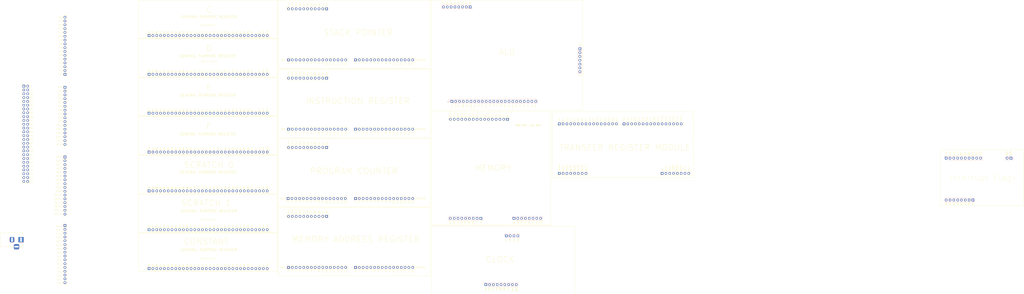
<source format=kicad_pcb>
(kicad_pcb (version 20171130) (host pcbnew "(5.1.10-1-10_14)")
  (layers (0 F.Cu signal) (31 B.Cu signal) (34 B.Paste user) (35 F.Paste user) (36 B.SilkS user) (37 F.SilkS user) (38 B.Mask user) (39 F.Mask user) (44 Edge.Cuts user))
  (net 0 "")
  (net 1 GND)
  (net 2 VCC)
  (net 3 CLOCK)
  (net 4 "Net-(J32-Pad29)")
  (net 5 "Net-(J33-Pad29)")
  (net 6 "Net-(J34-Pad29)")
  (net 7 "Net-(J35-Pad29)")
  (net 8 "Net-(J36-Pad29)")
  (net 9 /TX15)
  (net 10 /TX14)
  (net 11 /TX13)
  (net 12 /TX12)
  (net 13 /TX11)
  (net 14 /TX10)
  (net 15 /TX9)
  (net 16 /TX8)
  (net 17 /TX7)
  (net 18 /TX6)
  (net 19 /TX5)
  (net 20 /TX4)
  (net 21 /TX3)
  (net 22 /TX2)
  (net 23 /TX1)
  (net 24 /TX0)
  (net 25 /SP_B0)
  (net 26 /SP_B1)
  (net 27 /SP_B2)
  (net 28 /SP_B3)
  (net 29 /SP_B4)
  (net 30 /SP_B5)
  (net 31 /SP_B6)
  (net 32 /SP_B7)
  (net 33 /SP_B8)
  (net 34 /SP_B9)
  (net 35 /SP_B10)
  (net 36 /SP_B11)
  (net 37 /SP_B12)
  (net 38 /SP_B13)
  (net 39 /SP_B14)
  (net 40 /SP_B15)
  (net 41 /IN_B15)
  (net 42 /IN_B14)
  (net 43 /IN_B13)
  (net 44 /IN_B12)
  (net 45 /IN_B11)
  (net 46 /IN_B10)
  (net 47 /IN_B9)
  (net 48 /IN_B8)
  (net 49 /IN_B7)
  (net 50 /IN_B6)
  (net 51 /IN_B5)
  (net 52 /IN_B4)
  (net 53 /IN_B3)
  (net 54 /IN_B2)
  (net 55 /IN_B1)
  (net 56 /IN_B0)
  (net 57 /PC_B15)
  (net 58 /PC_B14)
  (net 59 /PC_B13)
  (net 60 /PC_B12)
  (net 61 /PC_B11)
  (net 62 /PC_B10)
  (net 63 /PC_B9)
  (net 64 /PC_B8)
  (net 65 /PC_B7)
  (net 66 /PC_B6)
  (net 67 /PC_B5)
  (net 68 /PC_B4)
  (net 69 /PC_B3)
  (net 70 /PC_B2)
  (net 71 /PC_B1)
  (net 72 /PC_B0)
  (net 73 /MAR_B15)
  (net 74 /MAR_B14)
  (net 75 /MAR_B13)
  (net 76 /MAR_B12)
  (net 77 /MAR_B11)
  (net 78 /MAR_B10)
  (net 79 /MAR_B9)
  (net 80 /MAR_B8)
  (net 81 /MAR_B7)
  (net 82 /MAR_B6)
  (net 83 /MAR_B5)
  (net 84 /MAR_B4)
  (net 85 /MAR_B3)
  (net 86 /MAR_B2)
  (net 87 /MAR_B1)
  (net 88 /MAR_B0)
  (net 89 "Net-(J25-Pad29)")
  (net 90 "Net-(J26-Pad29)")
  (net 91 M7)
  (net 92 M6)
  (net 93 M5)
  (net 94 M4)
  (net 95 M3)
  (net 96 M2)
  (net 97 M1)
  (net 98 M0)
  (net 99 L7)
  (net 100 L6)
  (net 101 L5)
  (net 102 L4)
  (net 103 L3)
  (net 104 L2)
  (net 105 L1)
  (net 106 L0)
  (net 107 BUS7)
  (net 108 BUS6)
  (net 109 BUS5)
  (net 110 BUS4)
  (net 111 BUS3)
  (net 112 BUS2)
  (net 113 BUS1)
  (net 114 BUS0)
  (net 115 TX_SEL)
  (net 116 RESET)
  (net 117 SP_DEC)
  (net 118 SP_INC)
  (net 119 ~SP_BO)
  (net 120 ~IN_LD)
  (net 121 ~IN_BO)
  (net 122 ~MAR_LD)
  (net 123 ~MAR_BO)
  (net 124 PC_DEC)
  (net 125 PC_INC)
  (net 126 ~PC_LD)
  (net 127 ~PC_BO)
  (net 128 ~LD_STACK_P)
  (net 129 I_SCR_1)
  (net 130 O_SCR_1)
  (net 131 LSB_SCR_1)
  (net 132 MSB_SCR_1)
  (net 133 I_CONST)
  (net 134 O_CONST)
  (net 135 LSB_CONST)
  (net 136 MSB_CONST)
  (net 137 MSB_C)
  (net 138 LSB_C)
  (net 139 O_C)
  (net 140 I_C)
  (net 141 MSB_D)
  (net 142 LSB_D)
  (net 143 O_D)
  (net 144 I_D)
  (net 145 MSB_E)
  (net 146 LSB_E)
  (net 147 O_E)
  (net 148 I_E)
  (net 149 MSB_F)
  (net 150 LSB_F)
  (net 151 O_F)
  (net 152 I_F)
  (net 153 MSB_SCR_0)
  (net 154 LSB_SCR_0)
  (net 155 O_SCR_0)
  (net 156 I_SCR_0)
  (net 157 ~TX_ADDR)
  (net 158 ~TX_MSB)
  (net 159 ~TX_LSB)
  (net 160 TX_MSB_IN)
  (net 161 TX_LS_IN)
  (net 162 ~SP_ADDR)
  (net 163 ~PC_ADDR)
  (net 164 "Net-(J18-Pad2)")
  (net 165 "Net-(J18-Pad1)")
  (net 166 "Net-(J19-Pad7)")
  (net 167 "Net-(J19-Pad6)")
  (net 168 "Net-(J19-Pad3)")
  (net 169 "Net-(J19-Pad2)")
  (net 170 "Net-(J19-Pad1)")
  (net 171 "Net-(J20-Pad7)")
  (net 172 "Net-(J20-Pad6)")
  (net 173 "Net-(J20-Pad3)")
  (net 174 "Net-(J20-Pad2)")
  (net 175 "Net-(J20-Pad1)")
  (net 176 "Net-(J21-Pad2)")
  (net 177 "Net-(J21-Pad1)")
  (module Connector_PinSocket_2.54mm:PinSocket_1x32_P2.54mm_Vertical (layer F.Cu) (at 126.746 87.63 90)
    (fp_text reference J34 hide)
    (fp_text value Conn_01x32 hide)
    (pad 1 thru_hole rect (at 0 0 90) (size 1.7 1.7) (drill 1) (layers *.Cu *.Mask) (net 145 MSB_E))
    (pad 2 thru_hole oval (at 0 2.54 90) (size 1.7 1.7) (drill 1) (layers *.Cu *.Mask) (net 146 LSB_E))
    (pad 3 thru_hole oval (at 0 5.08 90) (size 1.7 1.7) (drill 1) (layers *.Cu *.Mask) (net 147 O_E))
    (pad 4 thru_hole oval (at 0 7.62 90) (size 1.7 1.7) (drill 1) (layers *.Cu *.Mask) (net 148 I_E))
    (pad 5 thru_hole oval (at 0 10.16 90) (size 1.7 1.7) (drill 1) (layers *.Cu *.Mask) (net 114 BUS0))
    (pad 6 thru_hole oval (at 0 12.7 90) (size 1.7 1.7) (drill 1) (layers *.Cu *.Mask) (net 113 BUS1))
    (pad 7 thru_hole oval (at 0 15.24 90) (size 1.7 1.7) (drill 1) (layers *.Cu *.Mask) (net 112 BUS2))
    (pad 8 thru_hole oval (at 0 17.78 90) (size 1.7 1.7) (drill 1) (layers *.Cu *.Mask) (net 111 BUS3))
    (pad 9 thru_hole oval (at 0 20.32 90) (size 1.7 1.7) (drill 1) (layers *.Cu *.Mask) (net 110 BUS4))
    (pad 10 thru_hole oval (at 0 22.86 90) (size 1.7 1.7) (drill 1) (layers *.Cu *.Mask) (net 109 BUS5))
    (pad 11 thru_hole oval (at 0 25.4 90) (size 1.7 1.7) (drill 1) (layers *.Cu *.Mask) (net 108 BUS6))
    (pad 12 thru_hole oval (at 0 27.94 90) (size 1.7 1.7) (drill 1) (layers *.Cu *.Mask) (net 107 BUS7))
    (pad 13 thru_hole oval (at 0 30.48 90) (size 1.7 1.7) (drill 1) (layers *.Cu *.Mask) (net 106 L0))
    (pad 14 thru_hole oval (at 0 33.02 90) (size 1.7 1.7) (drill 1) (layers *.Cu *.Mask) (net 105 L1))
    (pad 15 thru_hole oval (at 0 35.56 90) (size 1.7 1.7) (drill 1) (layers *.Cu *.Mask) (net 104 L2))
    (pad 16 thru_hole oval (at 0 38.1 90) (size 1.7 1.7) (drill 1) (layers *.Cu *.Mask) (net 103 L3))
    (pad 17 thru_hole oval (at 0 40.64 90) (size 1.7 1.7) (drill 1) (layers *.Cu *.Mask) (net 102 L4))
    (pad 18 thru_hole oval (at 0 43.18 90) (size 1.7 1.7) (drill 1) (layers *.Cu *.Mask) (net 101 L5))
    (pad 19 thru_hole oval (at 0 45.72 90) (size 1.7 1.7) (drill 1) (layers *.Cu *.Mask) (net 100 L6))
    (pad 20 thru_hole oval (at 0 48.26 90) (size 1.7 1.7) (drill 1) (layers *.Cu *.Mask) (net 99 L7))
    (pad 21 thru_hole oval (at 0 50.8 90) (size 1.7 1.7) (drill 1) (layers *.Cu *.Mask) (net 98 M0))
    (pad 22 thru_hole oval (at 0 53.34 90) (size 1.7 1.7) (drill 1) (layers *.Cu *.Mask) (net 97 M1))
    (pad 23 thru_hole oval (at 0 55.88 90) (size 1.7 1.7) (drill 1) (layers *.Cu *.Mask) (net 96 M2))
    (pad 24 thru_hole oval (at 0 58.42 90) (size 1.7 1.7) (drill 1) (layers *.Cu *.Mask) (net 95 M3))
    (pad 25 thru_hole oval (at 0 60.96 90) (size 1.7 1.7) (drill 1) (layers *.Cu *.Mask) (net 94 M4))
    (pad 26 thru_hole oval (at 0 63.5 90) (size 1.7 1.7) (drill 1) (layers *.Cu *.Mask) (net 93 M5))
    (pad 27 thru_hole oval (at 0 66.04 90) (size 1.7 1.7) (drill 1) (layers *.Cu *.Mask) (net 92 M6))
    (pad 28 thru_hole oval (at 0 68.58 90) (size 1.7 1.7) (drill 1) (layers *.Cu *.Mask) (net 91 M7))
    (pad 29 thru_hole oval (at 0 71.12 90) (size 1.7 1.7) (drill 1) (layers *.Cu *.Mask) (net 6 "Net-(J34-Pad29)"))
    (pad 30 thru_hole oval (at 0 73.66 90) (size 1.7 1.7) (drill 1) (layers *.Cu *.Mask) (net 3 CLOCK))
    (pad 31 thru_hole oval (at 0 76.2 90) (size 1.7 1.7) (drill 1) (layers *.Cu *.Mask) (net 2 VCC))
    (pad 32 thru_hole oval (at 0 78.74 90) (size 1.7 1.7) (drill 1) (layers *.Cu *.Mask) (net 1 GND))
  )
  (module Connector_PinSocket_2.54mm:PinSocket_1x32_P2.54mm_Vertical (layer F.Cu) (at 126.746 139.446 90)
    (fp_text reference J36 hide)
    (fp_text value Conn_01x32 hide)
    (pad 1 thru_hole rect (at 0 0 90) (size 1.7 1.7) (drill 1) (layers *.Cu *.Mask) (net 153 MSB_SCR_0))
    (pad 2 thru_hole oval (at 0 2.54 90) (size 1.7 1.7) (drill 1) (layers *.Cu *.Mask) (net 154 LSB_SCR_0))
    (pad 3 thru_hole oval (at 0 5.08 90) (size 1.7 1.7) (drill 1) (layers *.Cu *.Mask) (net 155 O_SCR_0))
    (pad 4 thru_hole oval (at 0 7.62 90) (size 1.7 1.7) (drill 1) (layers *.Cu *.Mask) (net 156 I_SCR_0))
    (pad 5 thru_hole oval (at 0 10.16 90) (size 1.7 1.7) (drill 1) (layers *.Cu *.Mask) (net 114 BUS0))
    (pad 6 thru_hole oval (at 0 12.7 90) (size 1.7 1.7) (drill 1) (layers *.Cu *.Mask) (net 113 BUS1))
    (pad 7 thru_hole oval (at 0 15.24 90) (size 1.7 1.7) (drill 1) (layers *.Cu *.Mask) (net 112 BUS2))
    (pad 8 thru_hole oval (at 0 17.78 90) (size 1.7 1.7) (drill 1) (layers *.Cu *.Mask) (net 111 BUS3))
    (pad 9 thru_hole oval (at 0 20.32 90) (size 1.7 1.7) (drill 1) (layers *.Cu *.Mask) (net 110 BUS4))
    (pad 10 thru_hole oval (at 0 22.86 90) (size 1.7 1.7) (drill 1) (layers *.Cu *.Mask) (net 109 BUS5))
    (pad 11 thru_hole oval (at 0 25.4 90) (size 1.7 1.7) (drill 1) (layers *.Cu *.Mask) (net 108 BUS6))
    (pad 12 thru_hole oval (at 0 27.94 90) (size 1.7 1.7) (drill 1) (layers *.Cu *.Mask) (net 107 BUS7))
    (pad 13 thru_hole oval (at 0 30.48 90) (size 1.7 1.7) (drill 1) (layers *.Cu *.Mask) (net 106 L0))
    (pad 14 thru_hole oval (at 0 33.02 90) (size 1.7 1.7) (drill 1) (layers *.Cu *.Mask) (net 105 L1))
    (pad 15 thru_hole oval (at 0 35.56 90) (size 1.7 1.7) (drill 1) (layers *.Cu *.Mask) (net 104 L2))
    (pad 16 thru_hole oval (at 0 38.1 90) (size 1.7 1.7) (drill 1) (layers *.Cu *.Mask) (net 103 L3))
    (pad 17 thru_hole oval (at 0 40.64 90) (size 1.7 1.7) (drill 1) (layers *.Cu *.Mask) (net 102 L4))
    (pad 18 thru_hole oval (at 0 43.18 90) (size 1.7 1.7) (drill 1) (layers *.Cu *.Mask) (net 101 L5))
    (pad 19 thru_hole oval (at 0 45.72 90) (size 1.7 1.7) (drill 1) (layers *.Cu *.Mask) (net 100 L6))
    (pad 20 thru_hole oval (at 0 48.26 90) (size 1.7 1.7) (drill 1) (layers *.Cu *.Mask) (net 99 L7))
    (pad 21 thru_hole oval (at 0 50.8 90) (size 1.7 1.7) (drill 1) (layers *.Cu *.Mask) (net 98 M0))
    (pad 22 thru_hole oval (at 0 53.34 90) (size 1.7 1.7) (drill 1) (layers *.Cu *.Mask) (net 97 M1))
    (pad 23 thru_hole oval (at 0 55.88 90) (size 1.7 1.7) (drill 1) (layers *.Cu *.Mask) (net 96 M2))
    (pad 24 thru_hole oval (at 0 58.42 90) (size 1.7 1.7) (drill 1) (layers *.Cu *.Mask) (net 95 M3))
    (pad 25 thru_hole oval (at 0 60.96 90) (size 1.7 1.7) (drill 1) (layers *.Cu *.Mask) (net 94 M4))
    (pad 26 thru_hole oval (at 0 63.5 90) (size 1.7 1.7) (drill 1) (layers *.Cu *.Mask) (net 93 M5))
    (pad 27 thru_hole oval (at 0 66.04 90) (size 1.7 1.7) (drill 1) (layers *.Cu *.Mask) (net 92 M6))
    (pad 28 thru_hole oval (at 0 68.58 90) (size 1.7 1.7) (drill 1) (layers *.Cu *.Mask) (net 91 M7))
    (pad 29 thru_hole oval (at 0 71.12 90) (size 1.7 1.7) (drill 1) (layers *.Cu *.Mask) (net 8 "Net-(J36-Pad29)"))
    (pad 30 thru_hole oval (at 0 73.66 90) (size 1.7 1.7) (drill 1) (layers *.Cu *.Mask) (net 3 CLOCK))
    (pad 31 thru_hole oval (at 0 76.2 90) (size 1.7 1.7) (drill 1) (layers *.Cu *.Mask) (net 2 VCC))
    (pad 32 thru_hole oval (at 0 78.74 90) (size 1.7 1.7) (drill 1) (layers *.Cu *.Mask) (net 1 GND))
  )
  (module Connector_PinSocket_2.54mm:PinSocket_1x32_P2.54mm_Vertical (layer F.Cu) (at 126.746 35.814 90)
    (fp_text reference J32 hide)
    (fp_text value Conn_01x32 hide)
    (pad 1 thru_hole rect (at 0 0 90) (size 1.7 1.7) (drill 1) (layers *.Cu *.Mask) (net 137 MSB_C))
    (pad 2 thru_hole oval (at 0 2.54 90) (size 1.7 1.7) (drill 1) (layers *.Cu *.Mask) (net 138 LSB_C))
    (pad 3 thru_hole oval (at 0 5.08 90) (size 1.7 1.7) (drill 1) (layers *.Cu *.Mask) (net 139 O_C))
    (pad 4 thru_hole oval (at 0 7.62 90) (size 1.7 1.7) (drill 1) (layers *.Cu *.Mask) (net 140 I_C))
    (pad 5 thru_hole oval (at 0 10.16 90) (size 1.7 1.7) (drill 1) (layers *.Cu *.Mask) (net 114 BUS0))
    (pad 6 thru_hole oval (at 0 12.7 90) (size 1.7 1.7) (drill 1) (layers *.Cu *.Mask) (net 113 BUS1))
    (pad 7 thru_hole oval (at 0 15.24 90) (size 1.7 1.7) (drill 1) (layers *.Cu *.Mask) (net 112 BUS2))
    (pad 8 thru_hole oval (at 0 17.78 90) (size 1.7 1.7) (drill 1) (layers *.Cu *.Mask) (net 111 BUS3))
    (pad 9 thru_hole oval (at 0 20.32 90) (size 1.7 1.7) (drill 1) (layers *.Cu *.Mask) (net 110 BUS4))
    (pad 10 thru_hole oval (at 0 22.86 90) (size 1.7 1.7) (drill 1) (layers *.Cu *.Mask) (net 109 BUS5))
    (pad 11 thru_hole oval (at 0 25.4 90) (size 1.7 1.7) (drill 1) (layers *.Cu *.Mask) (net 108 BUS6))
    (pad 12 thru_hole oval (at 0 27.94 90) (size 1.7 1.7) (drill 1) (layers *.Cu *.Mask) (net 107 BUS7))
    (pad 13 thru_hole oval (at 0 30.48 90) (size 1.7 1.7) (drill 1) (layers *.Cu *.Mask) (net 106 L0))
    (pad 14 thru_hole oval (at 0 33.02 90) (size 1.7 1.7) (drill 1) (layers *.Cu *.Mask) (net 105 L1))
    (pad 15 thru_hole oval (at 0 35.56 90) (size 1.7 1.7) (drill 1) (layers *.Cu *.Mask) (net 104 L2))
    (pad 16 thru_hole oval (at 0 38.1 90) (size 1.7 1.7) (drill 1) (layers *.Cu *.Mask) (net 103 L3))
    (pad 17 thru_hole oval (at 0 40.64 90) (size 1.7 1.7) (drill 1) (layers *.Cu *.Mask) (net 102 L4))
    (pad 18 thru_hole oval (at 0 43.18 90) (size 1.7 1.7) (drill 1) (layers *.Cu *.Mask) (net 101 L5))
    (pad 19 thru_hole oval (at 0 45.72 90) (size 1.7 1.7) (drill 1) (layers *.Cu *.Mask) (net 100 L6))
    (pad 20 thru_hole oval (at 0 48.26 90) (size 1.7 1.7) (drill 1) (layers *.Cu *.Mask) (net 99 L7))
    (pad 21 thru_hole oval (at 0 50.8 90) (size 1.7 1.7) (drill 1) (layers *.Cu *.Mask) (net 98 M0))
    (pad 22 thru_hole oval (at 0 53.34 90) (size 1.7 1.7) (drill 1) (layers *.Cu *.Mask) (net 97 M1))
    (pad 23 thru_hole oval (at 0 55.88 90) (size 1.7 1.7) (drill 1) (layers *.Cu *.Mask) (net 96 M2))
    (pad 24 thru_hole oval (at 0 58.42 90) (size 1.7 1.7) (drill 1) (layers *.Cu *.Mask) (net 95 M3))
    (pad 25 thru_hole oval (at 0 60.96 90) (size 1.7 1.7) (drill 1) (layers *.Cu *.Mask) (net 94 M4))
    (pad 26 thru_hole oval (at 0 63.5 90) (size 1.7 1.7) (drill 1) (layers *.Cu *.Mask) (net 93 M5))
    (pad 27 thru_hole oval (at 0 66.04 90) (size 1.7 1.7) (drill 1) (layers *.Cu *.Mask) (net 92 M6))
    (pad 28 thru_hole oval (at 0 68.58 90) (size 1.7 1.7) (drill 1) (layers *.Cu *.Mask) (net 91 M7))
    (pad 29 thru_hole oval (at 0 71.12 90) (size 1.7 1.7) (drill 1) (layers *.Cu *.Mask) (net 4 "Net-(J32-Pad29)"))
    (pad 30 thru_hole oval (at 0 73.66 90) (size 1.7 1.7) (drill 1) (layers *.Cu *.Mask) (net 3 CLOCK))
    (pad 31 thru_hole oval (at 0 76.2 90) (size 1.7 1.7) (drill 1) (layers *.Cu *.Mask) (net 2 VCC))
    (pad 32 thru_hole oval (at 0 78.74 90) (size 1.7 1.7) (drill 1) (layers *.Cu *.Mask) (net 1 GND))
  )
  (module Connector_PinHeader_2.54mm:PinHeader_2x26_P2.54mm_Vertical (layer F.Cu) (at 43.18 69.596)
    (fp_text reference J37 hide)
    (fp_text value Conn_01x26)
    (pad 52 thru_hole oval (at 2.54 63.5) (size 1.7 1.7) (drill 1) (layers *.Cu *.Mask) (net 106 L0))
    (pad 51 thru_hole oval (at 0 63.5) (size 1.7 1.7) (drill 1) (layers *.Cu *.Mask) (net 106 L0))
    (pad 50 thru_hole oval (at 2.54 60.96) (size 1.7 1.7) (drill 1) (layers *.Cu *.Mask) (net 105 L1))
    (pad 49 thru_hole oval (at 0 60.96) (size 1.7 1.7) (drill 1) (layers *.Cu *.Mask) (net 105 L1))
    (pad 48 thru_hole oval (at 2.54 58.42) (size 1.7 1.7) (drill 1) (layers *.Cu *.Mask) (net 104 L2))
    (pad 47 thru_hole oval (at 0 58.42) (size 1.7 1.7) (drill 1) (layers *.Cu *.Mask) (net 104 L2))
    (pad 46 thru_hole oval (at 2.54 55.88) (size 1.7 1.7) (drill 1) (layers *.Cu *.Mask) (net 103 L3))
    (pad 45 thru_hole oval (at 0 55.88) (size 1.7 1.7) (drill 1) (layers *.Cu *.Mask) (net 103 L3))
    (pad 44 thru_hole oval (at 2.54 53.34) (size 1.7 1.7) (drill 1) (layers *.Cu *.Mask) (net 102 L4))
    (pad 43 thru_hole oval (at 0 53.34) (size 1.7 1.7) (drill 1) (layers *.Cu *.Mask) (net 102 L4))
    (pad 42 thru_hole oval (at 2.54 50.8) (size 1.7 1.7) (drill 1) (layers *.Cu *.Mask) (net 101 L5))
    (pad 41 thru_hole oval (at 0 50.8) (size 1.7 1.7) (drill 1) (layers *.Cu *.Mask) (net 101 L5))
    (pad 40 thru_hole oval (at 2.54 48.26) (size 1.7 1.7) (drill 1) (layers *.Cu *.Mask) (net 100 L6))
    (pad 39 thru_hole oval (at 0 48.26) (size 1.7 1.7) (drill 1) (layers *.Cu *.Mask) (net 100 L6))
    (pad 38 thru_hole oval (at 2.54 45.72) (size 1.7 1.7) (drill 1) (layers *.Cu *.Mask) (net 99 L7))
    (pad 37 thru_hole oval (at 0 45.72) (size 1.7 1.7) (drill 1) (layers *.Cu *.Mask) (net 99 L7))
    (pad 36 thru_hole oval (at 2.54 43.18) (size 1.7 1.7) (drill 1) (layers *.Cu *.Mask) (net 98 M0))
    (pad 35 thru_hole oval (at 0 43.18) (size 1.7 1.7) (drill 1) (layers *.Cu *.Mask) (net 98 M0))
    (pad 34 thru_hole oval (at 2.54 40.64) (size 1.7 1.7) (drill 1) (layers *.Cu *.Mask) (net 97 M1))
    (pad 33 thru_hole oval (at 0 40.64) (size 1.7 1.7) (drill 1) (layers *.Cu *.Mask) (net 97 M1))
    (pad 32 thru_hole oval (at 2.54 38.1) (size 1.7 1.7) (drill 1) (layers *.Cu *.Mask) (net 96 M2))
    (pad 31 thru_hole oval (at 0 38.1) (size 1.7 1.7) (drill 1) (layers *.Cu *.Mask) (net 96 M2))
    (pad 30 thru_hole oval (at 2.54 35.56) (size 1.7 1.7) (drill 1) (layers *.Cu *.Mask) (net 95 M3))
    (pad 29 thru_hole oval (at 0 35.56) (size 1.7 1.7) (drill 1) (layers *.Cu *.Mask) (net 95 M3))
    (pad 28 thru_hole oval (at 2.54 33.02) (size 1.7 1.7) (drill 1) (layers *.Cu *.Mask) (net 94 M4))
    (pad 27 thru_hole oval (at 0 33.02) (size 1.7 1.7) (drill 1) (layers *.Cu *.Mask) (net 94 M4))
    (pad 26 thru_hole oval (at 2.54 30.48) (size 1.7 1.7) (drill 1) (layers *.Cu *.Mask) (net 93 M5))
    (pad 25 thru_hole oval (at 0 30.48) (size 1.7 1.7) (drill 1) (layers *.Cu *.Mask) (net 93 M5))
    (pad 24 thru_hole oval (at 2.54 27.94) (size 1.7 1.7) (drill 1) (layers *.Cu *.Mask) (net 92 M6))
    (pad 23 thru_hole oval (at 0 27.94) (size 1.7 1.7) (drill 1) (layers *.Cu *.Mask) (net 92 M6))
    (pad 22 thru_hole oval (at 2.54 25.4) (size 1.7 1.7) (drill 1) (layers *.Cu *.Mask) (net 91 M7))
    (pad 21 thru_hole oval (at 0 25.4) (size 1.7 1.7) (drill 1) (layers *.Cu *.Mask) (net 91 M7))
    (pad 20 thru_hole oval (at 2.54 22.86) (size 1.7 1.7) (drill 1) (layers *.Cu *.Mask) (net 107 BUS7))
    (pad 19 thru_hole oval (at 0 22.86) (size 1.7 1.7) (drill 1) (layers *.Cu *.Mask) (net 107 BUS7))
    (pad 18 thru_hole oval (at 2.54 20.32) (size 1.7 1.7) (drill 1) (layers *.Cu *.Mask) (net 108 BUS6))
    (pad 17 thru_hole oval (at 0 20.32) (size 1.7 1.7) (drill 1) (layers *.Cu *.Mask) (net 108 BUS6))
    (pad 16 thru_hole oval (at 2.54 17.78) (size 1.7 1.7) (drill 1) (layers *.Cu *.Mask) (net 109 BUS5))
    (pad 15 thru_hole oval (at 0 17.78) (size 1.7 1.7) (drill 1) (layers *.Cu *.Mask) (net 109 BUS5))
    (pad 14 thru_hole oval (at 2.54 15.24) (size 1.7 1.7) (drill 1) (layers *.Cu *.Mask) (net 110 BUS4))
    (pad 13 thru_hole oval (at 0 15.24) (size 1.7 1.7) (drill 1) (layers *.Cu *.Mask) (net 110 BUS4))
    (pad 12 thru_hole oval (at 2.54 12.7) (size 1.7 1.7) (drill 1) (layers *.Cu *.Mask) (net 111 BUS3))
    (pad 11 thru_hole oval (at 0 12.7) (size 1.7 1.7) (drill 1) (layers *.Cu *.Mask) (net 111 BUS3))
    (pad 10 thru_hole oval (at 2.54 10.16) (size 1.7 1.7) (drill 1) (layers *.Cu *.Mask) (net 112 BUS2))
    (pad 9 thru_hole oval (at 0 10.16) (size 1.7 1.7) (drill 1) (layers *.Cu *.Mask) (net 112 BUS2))
    (pad 8 thru_hole oval (at 2.54 7.62) (size 1.7 1.7) (drill 1) (layers *.Cu *.Mask) (net 113 BUS1))
    (pad 7 thru_hole oval (at 0 7.62) (size 1.7 1.7) (drill 1) (layers *.Cu *.Mask) (net 113 BUS1))
    (pad 6 thru_hole oval (at 2.54 5.08) (size 1.7 1.7) (drill 1) (layers *.Cu *.Mask) (net 114 BUS0))
    (pad 5 thru_hole oval (at 0 5.08) (size 1.7 1.7) (drill 1) (layers *.Cu *.Mask) (net 114 BUS0))
    (pad 4 thru_hole oval (at 2.54 2.54) (size 1.7 1.7) (drill 1) (layers *.Cu *.Mask) (net 1 GND))
    (pad 3 thru_hole oval (at 0 2.54) (size 1.7 1.7) (drill 1) (layers *.Cu *.Mask) (net 1 GND))
    (pad 2 thru_hole oval (at 2.54 0) (size 1.7 1.7) (drill 1) (layers *.Cu *.Mask) (net 2 VCC))
    (pad 1 thru_hole rect (at 0 0) (size 1.7 1.7) (drill 1) (layers *.Cu *.Mask) (net 2 VCC))
  )
  (module Connector_PinSocket_2.54mm:PinSocket_1x32_P2.54mm_Vertical (layer F.Cu) (at 126.746 61.722 90)
    (fp_text reference J33 hide)
    (fp_text value Conn_01x32 hide)
    (pad 1 thru_hole rect (at 0 0 90) (size 1.7 1.7) (drill 1) (layers *.Cu *.Mask) (net 141 MSB_D))
    (pad 2 thru_hole oval (at 0 2.54 90) (size 1.7 1.7) (drill 1) (layers *.Cu *.Mask) (net 142 LSB_D))
    (pad 3 thru_hole oval (at 0 5.08 90) (size 1.7 1.7) (drill 1) (layers *.Cu *.Mask) (net 143 O_D))
    (pad 4 thru_hole oval (at 0 7.62 90) (size 1.7 1.7) (drill 1) (layers *.Cu *.Mask) (net 144 I_D))
    (pad 5 thru_hole oval (at 0 10.16 90) (size 1.7 1.7) (drill 1) (layers *.Cu *.Mask) (net 114 BUS0))
    (pad 6 thru_hole oval (at 0 12.7 90) (size 1.7 1.7) (drill 1) (layers *.Cu *.Mask) (net 113 BUS1))
    (pad 7 thru_hole oval (at 0 15.24 90) (size 1.7 1.7) (drill 1) (layers *.Cu *.Mask) (net 112 BUS2))
    (pad 8 thru_hole oval (at 0 17.78 90) (size 1.7 1.7) (drill 1) (layers *.Cu *.Mask) (net 111 BUS3))
    (pad 9 thru_hole oval (at 0 20.32 90) (size 1.7 1.7) (drill 1) (layers *.Cu *.Mask) (net 110 BUS4))
    (pad 10 thru_hole oval (at 0 22.86 90) (size 1.7 1.7) (drill 1) (layers *.Cu *.Mask) (net 109 BUS5))
    (pad 11 thru_hole oval (at 0 25.4 90) (size 1.7 1.7) (drill 1) (layers *.Cu *.Mask) (net 108 BUS6))
    (pad 12 thru_hole oval (at 0 27.94 90) (size 1.7 1.7) (drill 1) (layers *.Cu *.Mask) (net 107 BUS7))
    (pad 13 thru_hole oval (at 0 30.48 90) (size 1.7 1.7) (drill 1) (layers *.Cu *.Mask) (net 106 L0))
    (pad 14 thru_hole oval (at 0 33.02 90) (size 1.7 1.7) (drill 1) (layers *.Cu *.Mask) (net 105 L1))
    (pad 15 thru_hole oval (at 0 35.56 90) (size 1.7 1.7) (drill 1) (layers *.Cu *.Mask) (net 104 L2))
    (pad 16 thru_hole oval (at 0 38.1 90) (size 1.7 1.7) (drill 1) (layers *.Cu *.Mask) (net 103 L3))
    (pad 17 thru_hole oval (at 0 40.64 90) (size 1.7 1.7) (drill 1) (layers *.Cu *.Mask) (net 102 L4))
    (pad 18 thru_hole oval (at 0 43.18 90) (size 1.7 1.7) (drill 1) (layers *.Cu *.Mask) (net 101 L5))
    (pad 19 thru_hole oval (at 0 45.72 90) (size 1.7 1.7) (drill 1) (layers *.Cu *.Mask) (net 100 L6))
    (pad 20 thru_hole oval (at 0 48.26 90) (size 1.7 1.7) (drill 1) (layers *.Cu *.Mask) (net 99 L7))
    (pad 21 thru_hole oval (at 0 50.8 90) (size 1.7 1.7) (drill 1) (layers *.Cu *.Mask) (net 98 M0))
    (pad 22 thru_hole oval (at 0 53.34 90) (size 1.7 1.7) (drill 1) (layers *.Cu *.Mask) (net 97 M1))
    (pad 23 thru_hole oval (at 0 55.88 90) (size 1.7 1.7) (drill 1) (layers *.Cu *.Mask) (net 96 M2))
    (pad 24 thru_hole oval (at 0 58.42 90) (size 1.7 1.7) (drill 1) (layers *.Cu *.Mask) (net 95 M3))
    (pad 25 thru_hole oval (at 0 60.96 90) (size 1.7 1.7) (drill 1) (layers *.Cu *.Mask) (net 94 M4))
    (pad 26 thru_hole oval (at 0 63.5 90) (size 1.7 1.7) (drill 1) (layers *.Cu *.Mask) (net 93 M5))
    (pad 27 thru_hole oval (at 0 66.04 90) (size 1.7 1.7) (drill 1) (layers *.Cu *.Mask) (net 92 M6))
    (pad 28 thru_hole oval (at 0 68.58 90) (size 1.7 1.7) (drill 1) (layers *.Cu *.Mask) (net 91 M7))
    (pad 29 thru_hole oval (at 0 71.12 90) (size 1.7 1.7) (drill 1) (layers *.Cu *.Mask) (net 5 "Net-(J33-Pad29)"))
    (pad 30 thru_hole oval (at 0 73.66 90) (size 1.7 1.7) (drill 1) (layers *.Cu *.Mask) (net 3 CLOCK))
    (pad 31 thru_hole oval (at 0 76.2 90) (size 1.7 1.7) (drill 1) (layers *.Cu *.Mask) (net 2 VCC))
    (pad 32 thru_hole oval (at 0 78.74 90) (size 1.7 1.7) (drill 1) (layers *.Cu *.Mask) (net 1 GND))
  )
  (module Connector_PinSocket_2.54mm:PinSocket_1x32_P2.54mm_Vertical (layer F.Cu) (at 126.746 113.538 90)
    (fp_text reference J35 hide)
    (fp_text value Conn_01x32 hide)
    (pad 1 thru_hole rect (at 0 0 90) (size 1.7 1.7) (drill 1) (layers *.Cu *.Mask) (net 149 MSB_F))
    (pad 2 thru_hole oval (at 0 2.54 90) (size 1.7 1.7) (drill 1) (layers *.Cu *.Mask) (net 150 LSB_F))
    (pad 3 thru_hole oval (at 0 5.08 90) (size 1.7 1.7) (drill 1) (layers *.Cu *.Mask) (net 151 O_F))
    (pad 4 thru_hole oval (at 0 7.62 90) (size 1.7 1.7) (drill 1) (layers *.Cu *.Mask) (net 152 I_F))
    (pad 5 thru_hole oval (at 0 10.16 90) (size 1.7 1.7) (drill 1) (layers *.Cu *.Mask) (net 114 BUS0))
    (pad 6 thru_hole oval (at 0 12.7 90) (size 1.7 1.7) (drill 1) (layers *.Cu *.Mask) (net 113 BUS1))
    (pad 7 thru_hole oval (at 0 15.24 90) (size 1.7 1.7) (drill 1) (layers *.Cu *.Mask) (net 112 BUS2))
    (pad 8 thru_hole oval (at 0 17.78 90) (size 1.7 1.7) (drill 1) (layers *.Cu *.Mask) (net 111 BUS3))
    (pad 9 thru_hole oval (at 0 20.32 90) (size 1.7 1.7) (drill 1) (layers *.Cu *.Mask) (net 110 BUS4))
    (pad 10 thru_hole oval (at 0 22.86 90) (size 1.7 1.7) (drill 1) (layers *.Cu *.Mask) (net 109 BUS5))
    (pad 11 thru_hole oval (at 0 25.4 90) (size 1.7 1.7) (drill 1) (layers *.Cu *.Mask) (net 108 BUS6))
    (pad 12 thru_hole oval (at 0 27.94 90) (size 1.7 1.7) (drill 1) (layers *.Cu *.Mask) (net 107 BUS7))
    (pad 13 thru_hole oval (at 0 30.48 90) (size 1.7 1.7) (drill 1) (layers *.Cu *.Mask) (net 106 L0))
    (pad 14 thru_hole oval (at 0 33.02 90) (size 1.7 1.7) (drill 1) (layers *.Cu *.Mask) (net 105 L1))
    (pad 15 thru_hole oval (at 0 35.56 90) (size 1.7 1.7) (drill 1) (layers *.Cu *.Mask) (net 104 L2))
    (pad 16 thru_hole oval (at 0 38.1 90) (size 1.7 1.7) (drill 1) (layers *.Cu *.Mask) (net 103 L3))
    (pad 17 thru_hole oval (at 0 40.64 90) (size 1.7 1.7) (drill 1) (layers *.Cu *.Mask) (net 102 L4))
    (pad 18 thru_hole oval (at 0 43.18 90) (size 1.7 1.7) (drill 1) (layers *.Cu *.Mask) (net 101 L5))
    (pad 19 thru_hole oval (at 0 45.72 90) (size 1.7 1.7) (drill 1) (layers *.Cu *.Mask) (net 100 L6))
    (pad 20 thru_hole oval (at 0 48.26 90) (size 1.7 1.7) (drill 1) (layers *.Cu *.Mask) (net 99 L7))
    (pad 21 thru_hole oval (at 0 50.8 90) (size 1.7 1.7) (drill 1) (layers *.Cu *.Mask) (net 98 M0))
    (pad 22 thru_hole oval (at 0 53.34 90) (size 1.7 1.7) (drill 1) (layers *.Cu *.Mask) (net 97 M1))
    (pad 23 thru_hole oval (at 0 55.88 90) (size 1.7 1.7) (drill 1) (layers *.Cu *.Mask) (net 96 M2))
    (pad 24 thru_hole oval (at 0 58.42 90) (size 1.7 1.7) (drill 1) (layers *.Cu *.Mask) (net 95 M3))
    (pad 25 thru_hole oval (at 0 60.96 90) (size 1.7 1.7) (drill 1) (layers *.Cu *.Mask) (net 94 M4))
    (pad 26 thru_hole oval (at 0 63.5 90) (size 1.7 1.7) (drill 1) (layers *.Cu *.Mask) (net 93 M5))
    (pad 27 thru_hole oval (at 0 66.04 90) (size 1.7 1.7) (drill 1) (layers *.Cu *.Mask) (net 92 M6))
    (pad 28 thru_hole oval (at 0 68.58 90) (size 1.7 1.7) (drill 1) (layers *.Cu *.Mask) (net 91 M7))
    (pad 29 thru_hole oval (at 0 71.12 90) (size 1.7 1.7) (drill 1) (layers *.Cu *.Mask) (net 7 "Net-(J35-Pad29)"))
    (pad 30 thru_hole oval (at 0 73.66 90) (size 1.7 1.7) (drill 1) (layers *.Cu *.Mask) (net 3 CLOCK))
    (pad 31 thru_hole oval (at 0 76.2 90) (size 1.7 1.7) (drill 1) (layers *.Cu *.Mask) (net 2 VCC))
    (pad 32 thru_hole oval (at 0 78.74 90) (size 1.7 1.7) (drill 1) (layers *.Cu *.Mask) (net 1 GND))
  )
  (module Connector_PinHeader_2.54mm:PinHeader_1x16_P2.54mm_Vertical (layer F.Cu) (at 400.304 94.742 90)
    (fp_text reference J1 hide)
    (fp_text value Conn_01x16)
    (pad 16 thru_hole oval (at 0 38.1 90) (size 1.7 1.7) (drill 1) (layers *.Cu *.Mask) (net 91 M7))
    (pad 15 thru_hole oval (at 0 35.56 90) (size 1.7 1.7) (drill 1) (layers *.Cu *.Mask) (net 92 M6))
    (pad 14 thru_hole oval (at 0 33.02 90) (size 1.7 1.7) (drill 1) (layers *.Cu *.Mask) (net 93 M5))
    (pad 13 thru_hole oval (at 0 30.48 90) (size 1.7 1.7) (drill 1) (layers *.Cu *.Mask) (net 94 M4))
    (pad 12 thru_hole oval (at 0 27.94 90) (size 1.7 1.7) (drill 1) (layers *.Cu *.Mask) (net 95 M3))
    (pad 11 thru_hole oval (at 0 25.4 90) (size 1.7 1.7) (drill 1) (layers *.Cu *.Mask) (net 96 M2))
    (pad 10 thru_hole oval (at 0 22.86 90) (size 1.7 1.7) (drill 1) (layers *.Cu *.Mask) (net 97 M1))
    (pad 9 thru_hole oval (at 0 20.32 90) (size 1.7 1.7) (drill 1) (layers *.Cu *.Mask) (net 98 M0))
    (pad 8 thru_hole oval (at 0 17.78 90) (size 1.7 1.7) (drill 1) (layers *.Cu *.Mask) (net 99 L7))
    (pad 7 thru_hole oval (at 0 15.24 90) (size 1.7 1.7) (drill 1) (layers *.Cu *.Mask) (net 100 L6))
    (pad 6 thru_hole oval (at 0 12.7 90) (size 1.7 1.7) (drill 1) (layers *.Cu *.Mask) (net 101 L5))
    (pad 5 thru_hole oval (at 0 10.16 90) (size 1.7 1.7) (drill 1) (layers *.Cu *.Mask) (net 102 L4))
    (pad 4 thru_hole oval (at 0 7.62 90) (size 1.7 1.7) (drill 1) (layers *.Cu *.Mask) (net 103 L3))
    (pad 3 thru_hole oval (at 0 5.08 90) (size 1.7 1.7) (drill 1) (layers *.Cu *.Mask) (net 104 L2))
    (pad 2 thru_hole oval (at 0 2.54 90) (size 1.7 1.7) (drill 1) (layers *.Cu *.Mask) (net 105 L1))
    (pad 1 thru_hole rect (at 0 0 90) (size 1.7 1.7) (drill 1) (layers *.Cu *.Mask) (net 106 L0))
  )
  (module Connector_PinHeader_2.54mm:PinHeader_1x16_P2.54mm_Vertical (layer F.Cu) (at 443.484 94.742 90)
    (fp_text reference J2 hide)
    (fp_text value Conn_01x16)
    (pad 16 thru_hole oval (at 0 38.1 90) (size 1.7 1.7) (drill 1) (layers *.Cu *.Mask) (net 9 /TX15))
    (pad 15 thru_hole oval (at 0 35.56 90) (size 1.7 1.7) (drill 1) (layers *.Cu *.Mask) (net 10 /TX14))
    (pad 14 thru_hole oval (at 0 33.02 90) (size 1.7 1.7) (drill 1) (layers *.Cu *.Mask) (net 11 /TX13))
    (pad 13 thru_hole oval (at 0 30.48 90) (size 1.7 1.7) (drill 1) (layers *.Cu *.Mask) (net 12 /TX12))
    (pad 12 thru_hole oval (at 0 27.94 90) (size 1.7 1.7) (drill 1) (layers *.Cu *.Mask) (net 13 /TX11))
    (pad 11 thru_hole oval (at 0 25.4 90) (size 1.7 1.7) (drill 1) (layers *.Cu *.Mask) (net 14 /TX10))
    (pad 10 thru_hole oval (at 0 22.86 90) (size 1.7 1.7) (drill 1) (layers *.Cu *.Mask) (net 15 /TX9))
    (pad 9 thru_hole oval (at 0 20.32 90) (size 1.7 1.7) (drill 1) (layers *.Cu *.Mask) (net 16 /TX8))
    (pad 8 thru_hole oval (at 0 17.78 90) (size 1.7 1.7) (drill 1) (layers *.Cu *.Mask) (net 17 /TX7))
    (pad 7 thru_hole oval (at 0 15.24 90) (size 1.7 1.7) (drill 1) (layers *.Cu *.Mask) (net 18 /TX6))
    (pad 6 thru_hole oval (at 0 12.7 90) (size 1.7 1.7) (drill 1) (layers *.Cu *.Mask) (net 19 /TX5))
    (pad 5 thru_hole oval (at 0 10.16 90) (size 1.7 1.7) (drill 1) (layers *.Cu *.Mask) (net 20 /TX4))
    (pad 4 thru_hole oval (at 0 7.62 90) (size 1.7 1.7) (drill 1) (layers *.Cu *.Mask) (net 21 /TX3))
    (pad 3 thru_hole oval (at 0 5.08 90) (size 1.7 1.7) (drill 1) (layers *.Cu *.Mask) (net 22 /TX2))
    (pad 2 thru_hole oval (at 0 2.54 90) (size 1.7 1.7) (drill 1) (layers *.Cu *.Mask) (net 23 /TX1))
    (pad 1 thru_hole rect (at 0 0 90) (size 1.7 1.7) (drill 1) (layers *.Cu *.Mask) (net 24 /TX0))
  )
  (module Connector_PinHeader_2.54mm:PinHeader_1x08_P2.54mm_Vertical (layer F.Cu) (at 400.304 127.762 90)
    (fp_text reference J3 hide)
    (fp_text value Conn_01x08)
    (pad 8 thru_hole oval (at 0 17.78 90) (size 1.7 1.7) (drill 1) (layers *.Cu *.Mask) (net 107 BUS7))
    (pad 7 thru_hole oval (at 0 15.24 90) (size 1.7 1.7) (drill 1) (layers *.Cu *.Mask) (net 108 BUS6))
    (pad 6 thru_hole oval (at 0 12.7 90) (size 1.7 1.7) (drill 1) (layers *.Cu *.Mask) (net 109 BUS5))
    (pad 5 thru_hole oval (at 0 10.16 90) (size 1.7 1.7) (drill 1) (layers *.Cu *.Mask) (net 110 BUS4))
    (pad 4 thru_hole oval (at 0 7.62 90) (size 1.7 1.7) (drill 1) (layers *.Cu *.Mask) (net 111 BUS3))
    (pad 3 thru_hole oval (at 0 5.08 90) (size 1.7 1.7) (drill 1) (layers *.Cu *.Mask) (net 112 BUS2))
    (pad 2 thru_hole oval (at 0 2.54 90) (size 1.7 1.7) (drill 1) (layers *.Cu *.Mask) (net 113 BUS1))
    (pad 1 thru_hole rect (at 0 0 90) (size 1.7 1.7) (drill 1) (layers *.Cu *.Mask) (net 114 BUS0))
  )
  (module Connector_PinHeader_2.54mm:PinHeader_1x08_P2.54mm_Vertical (layer F.Cu) (at 468.884 127.762 90)
    (fp_text reference J4 hide)
    (fp_text value Conn_01x08)
    (pad 8 thru_hole oval (at 0 17.78 90) (size 1.7 1.7) (drill 1) (layers *.Cu *.Mask) (net 2 VCC))
    (pad 7 thru_hole oval (at 0 15.24 90) (size 1.7 1.7) (drill 1) (layers *.Cu *.Mask) (net 1 GND))
    (pad 6 thru_hole oval (at 0 12.7 90) (size 1.7 1.7) (drill 1) (layers *.Cu *.Mask) (net 157 ~TX_ADDR))
    (pad 5 thru_hole oval (at 0 10.16 90) (size 1.7 1.7) (drill 1) (layers *.Cu *.Mask) (net 158 ~TX_MSB))
    (pad 4 thru_hole oval (at 0 7.62 90) (size 1.7 1.7) (drill 1) (layers *.Cu *.Mask) (net 159 ~TX_LSB))
    (pad 3 thru_hole oval (at 0 5.08 90) (size 1.7 1.7) (drill 1) (layers *.Cu *.Mask) (net 160 TX_MSB_IN))
    (pad 2 thru_hole oval (at 0 2.54 90) (size 1.7 1.7) (drill 1) (layers *.Cu *.Mask) (net 161 TX_LS_IN))
    (pad 1 thru_hole rect (at 0 0 90) (size 1.7 1.7) (drill 1) (layers *.Cu *.Mask) (net 115 TX_SEL))
  )
  (module Connector_PinHeader_2.54mm:PinHeader_1x16_P2.54mm_Vertical (layer F.Cu) (at 70.612 61.722 180)
    (fp_text reference J5 hide)
    (fp_text value Conn_01x16)
    (pad 16 thru_hole oval (at 0 38.1 180) (size 1.7 1.7) (drill 1) (layers *.Cu *.Mask) (net 9 /TX15))
    (pad 15 thru_hole oval (at 0 35.56 180) (size 1.7 1.7) (drill 1) (layers *.Cu *.Mask) (net 10 /TX14))
    (pad 14 thru_hole oval (at 0 33.02 180) (size 1.7 1.7) (drill 1) (layers *.Cu *.Mask) (net 11 /TX13))
    (pad 13 thru_hole oval (at 0 30.48 180) (size 1.7 1.7) (drill 1) (layers *.Cu *.Mask) (net 12 /TX12))
    (pad 12 thru_hole oval (at 0 27.94 180) (size 1.7 1.7) (drill 1) (layers *.Cu *.Mask) (net 13 /TX11))
    (pad 11 thru_hole oval (at 0 25.4 180) (size 1.7 1.7) (drill 1) (layers *.Cu *.Mask) (net 14 /TX10))
    (pad 10 thru_hole oval (at 0 22.86 180) (size 1.7 1.7) (drill 1) (layers *.Cu *.Mask) (net 15 /TX9))
    (pad 9 thru_hole oval (at 0 20.32 180) (size 1.7 1.7) (drill 1) (layers *.Cu *.Mask) (net 16 /TX8))
    (pad 8 thru_hole oval (at 0 17.78 180) (size 1.7 1.7) (drill 1) (layers *.Cu *.Mask) (net 17 /TX7))
    (pad 7 thru_hole oval (at 0 15.24 180) (size 1.7 1.7) (drill 1) (layers *.Cu *.Mask) (net 18 /TX6))
    (pad 6 thru_hole oval (at 0 12.7 180) (size 1.7 1.7) (drill 1) (layers *.Cu *.Mask) (net 19 /TX5))
    (pad 5 thru_hole oval (at 0 10.16 180) (size 1.7 1.7) (drill 1) (layers *.Cu *.Mask) (net 20 /TX4))
    (pad 4 thru_hole oval (at 0 7.62 180) (size 1.7 1.7) (drill 1) (layers *.Cu *.Mask) (net 21 /TX3))
    (pad 3 thru_hole oval (at 0 5.08 180) (size 1.7 1.7) (drill 1) (layers *.Cu *.Mask) (net 22 /TX2))
    (pad 2 thru_hole oval (at 0 2.54 180) (size 1.7 1.7) (drill 1) (layers *.Cu *.Mask) (net 23 /TX1))
    (pad 1 thru_hole rect (at 0 0 180) (size 1.7 1.7) (drill 1) (layers *.Cu *.Mask) (net 24 /TX0))
  )
  (module Connector_PinHeader_2.54mm:PinHeader_1x16_P2.54mm_Vertical (layer F.Cu) (at 264.414 52.07 90)
    (fp_text reference J6 hide)
    (fp_text value Conn_01x16)
    (pad 16 thru_hole oval (at 0 38.1 90) (size 1.7 1.7) (drill 1) (layers *.Cu *.Mask) (net 91 M7))
    (pad 15 thru_hole oval (at 0 35.56 90) (size 1.7 1.7) (drill 1) (layers *.Cu *.Mask) (net 92 M6))
    (pad 14 thru_hole oval (at 0 33.02 90) (size 1.7 1.7) (drill 1) (layers *.Cu *.Mask) (net 93 M5))
    (pad 13 thru_hole oval (at 0 30.48 90) (size 1.7 1.7) (drill 1) (layers *.Cu *.Mask) (net 94 M4))
    (pad 12 thru_hole oval (at 0 27.94 90) (size 1.7 1.7) (drill 1) (layers *.Cu *.Mask) (net 95 M3))
    (pad 11 thru_hole oval (at 0 25.4 90) (size 1.7 1.7) (drill 1) (layers *.Cu *.Mask) (net 96 M2))
    (pad 10 thru_hole oval (at 0 22.86 90) (size 1.7 1.7) (drill 1) (layers *.Cu *.Mask) (net 97 M1))
    (pad 9 thru_hole oval (at 0 20.32 90) (size 1.7 1.7) (drill 1) (layers *.Cu *.Mask) (net 98 M0))
    (pad 8 thru_hole oval (at 0 17.78 90) (size 1.7 1.7) (drill 1) (layers *.Cu *.Mask) (net 99 L7))
    (pad 7 thru_hole oval (at 0 15.24 90) (size 1.7 1.7) (drill 1) (layers *.Cu *.Mask) (net 100 L6))
    (pad 6 thru_hole oval (at 0 12.7 90) (size 1.7 1.7) (drill 1) (layers *.Cu *.Mask) (net 101 L5))
    (pad 5 thru_hole oval (at 0 10.16 90) (size 1.7 1.7) (drill 1) (layers *.Cu *.Mask) (net 102 L4))
    (pad 4 thru_hole oval (at 0 7.62 90) (size 1.7 1.7) (drill 1) (layers *.Cu *.Mask) (net 103 L3))
    (pad 3 thru_hole oval (at 0 5.08 90) (size 1.7 1.7) (drill 1) (layers *.Cu *.Mask) (net 104 L2))
    (pad 2 thru_hole oval (at 0 2.54 90) (size 1.7 1.7) (drill 1) (layers *.Cu *.Mask) (net 105 L1))
    (pad 1 thru_hole rect (at 0 0 90) (size 1.7 1.7) (drill 1) (layers *.Cu *.Mask) (net 106 L0))
  )
  (module Connector_PinHeader_2.54mm:PinHeader_1x16_P2.54mm_Vertical (layer F.Cu) (at 264.414 190.5 90)
    (fp_text reference J15 hide)
    (fp_text value Conn_01x16)
    (pad 16 thru_hole oval (at 0 38.1 90) (size 1.7 1.7) (drill 1) (layers *.Cu *.Mask) (net 91 M7))
    (pad 15 thru_hole oval (at 0 35.56 90) (size 1.7 1.7) (drill 1) (layers *.Cu *.Mask) (net 92 M6))
    (pad 14 thru_hole oval (at 0 33.02 90) (size 1.7 1.7) (drill 1) (layers *.Cu *.Mask) (net 93 M5))
    (pad 13 thru_hole oval (at 0 30.48 90) (size 1.7 1.7) (drill 1) (layers *.Cu *.Mask) (net 94 M4))
    (pad 12 thru_hole oval (at 0 27.94 90) (size 1.7 1.7) (drill 1) (layers *.Cu *.Mask) (net 95 M3))
    (pad 11 thru_hole oval (at 0 25.4 90) (size 1.7 1.7) (drill 1) (layers *.Cu *.Mask) (net 96 M2))
    (pad 10 thru_hole oval (at 0 22.86 90) (size 1.7 1.7) (drill 1) (layers *.Cu *.Mask) (net 97 M1))
    (pad 9 thru_hole oval (at 0 20.32 90) (size 1.7 1.7) (drill 1) (layers *.Cu *.Mask) (net 98 M0))
    (pad 8 thru_hole oval (at 0 17.78 90) (size 1.7 1.7) (drill 1) (layers *.Cu *.Mask) (net 99 L7))
    (pad 7 thru_hole oval (at 0 15.24 90) (size 1.7 1.7) (drill 1) (layers *.Cu *.Mask) (net 100 L6))
    (pad 6 thru_hole oval (at 0 12.7 90) (size 1.7 1.7) (drill 1) (layers *.Cu *.Mask) (net 101 L5))
    (pad 5 thru_hole oval (at 0 10.16 90) (size 1.7 1.7) (drill 1) (layers *.Cu *.Mask) (net 102 L4))
    (pad 4 thru_hole oval (at 0 7.62 90) (size 1.7 1.7) (drill 1) (layers *.Cu *.Mask) (net 103 L3))
    (pad 3 thru_hole oval (at 0 5.08 90) (size 1.7 1.7) (drill 1) (layers *.Cu *.Mask) (net 104 L2))
    (pad 2 thru_hole oval (at 0 2.54 90) (size 1.7 1.7) (drill 1) (layers *.Cu *.Mask) (net 105 L1))
    (pad 1 thru_hole rect (at 0 0 90) (size 1.7 1.7) (drill 1) (layers *.Cu *.Mask) (net 106 L0))
  )
  (module Connector_PinHeader_2.54mm:PinHeader_1x16_P2.54mm_Vertical (layer F.Cu) (at 70.612 162.56)
    (fp_text reference J14 hide)
    (fp_text value Conn_01x16)
    (pad 16 thru_hole oval (at 0 38.1) (size 1.7 1.7) (drill 1) (layers *.Cu *.Mask) (net 57 /PC_B15))
    (pad 15 thru_hole oval (at 0 35.56) (size 1.7 1.7) (drill 1) (layers *.Cu *.Mask) (net 58 /PC_B14))
    (pad 14 thru_hole oval (at 0 33.02) (size 1.7 1.7) (drill 1) (layers *.Cu *.Mask) (net 59 /PC_B13))
    (pad 13 thru_hole oval (at 0 30.48) (size 1.7 1.7) (drill 1) (layers *.Cu *.Mask) (net 60 /PC_B12))
    (pad 12 thru_hole oval (at 0 27.94) (size 1.7 1.7) (drill 1) (layers *.Cu *.Mask) (net 61 /PC_B11))
    (pad 11 thru_hole oval (at 0 25.4) (size 1.7 1.7) (drill 1) (layers *.Cu *.Mask) (net 62 /PC_B10))
    (pad 10 thru_hole oval (at 0 22.86) (size 1.7 1.7) (drill 1) (layers *.Cu *.Mask) (net 63 /PC_B9))
    (pad 9 thru_hole oval (at 0 20.32) (size 1.7 1.7) (drill 1) (layers *.Cu *.Mask) (net 64 /PC_B8))
    (pad 8 thru_hole oval (at 0 17.78) (size 1.7 1.7) (drill 1) (layers *.Cu *.Mask) (net 65 /PC_B7))
    (pad 7 thru_hole oval (at 0 15.24) (size 1.7 1.7) (drill 1) (layers *.Cu *.Mask) (net 66 /PC_B6))
    (pad 6 thru_hole oval (at 0 12.7) (size 1.7 1.7) (drill 1) (layers *.Cu *.Mask) (net 67 /PC_B5))
    (pad 5 thru_hole oval (at 0 10.16) (size 1.7 1.7) (drill 1) (layers *.Cu *.Mask) (net 68 /PC_B4))
    (pad 4 thru_hole oval (at 0 7.62) (size 1.7 1.7) (drill 1) (layers *.Cu *.Mask) (net 69 /PC_B3))
    (pad 3 thru_hole oval (at 0 5.08) (size 1.7 1.7) (drill 1) (layers *.Cu *.Mask) (net 70 /PC_B2))
    (pad 2 thru_hole oval (at 0 2.54) (size 1.7 1.7) (drill 1) (layers *.Cu *.Mask) (net 71 /PC_B1))
    (pad 1 thru_hole rect (at 0 0) (size 1.7 1.7) (drill 1) (layers *.Cu *.Mask) (net 72 /PC_B0))
  )
  (module Connector_PinHeader_2.54mm:PinHeader_1x16_P2.54mm_Vertical (layer F.Cu) (at 264.414 144.526 90)
    (fp_text reference J12 hide)
    (fp_text value Conn_01x16)
    (pad 16 thru_hole oval (at 0 38.1 90) (size 1.7 1.7) (drill 1) (layers *.Cu *.Mask) (net 91 M7))
    (pad 15 thru_hole oval (at 0 35.56 90) (size 1.7 1.7) (drill 1) (layers *.Cu *.Mask) (net 92 M6))
    (pad 14 thru_hole oval (at 0 33.02 90) (size 1.7 1.7) (drill 1) (layers *.Cu *.Mask) (net 93 M5))
    (pad 13 thru_hole oval (at 0 30.48 90) (size 1.7 1.7) (drill 1) (layers *.Cu *.Mask) (net 94 M4))
    (pad 12 thru_hole oval (at 0 27.94 90) (size 1.7 1.7) (drill 1) (layers *.Cu *.Mask) (net 95 M3))
    (pad 11 thru_hole oval (at 0 25.4 90) (size 1.7 1.7) (drill 1) (layers *.Cu *.Mask) (net 96 M2))
    (pad 10 thru_hole oval (at 0 22.86 90) (size 1.7 1.7) (drill 1) (layers *.Cu *.Mask) (net 97 M1))
    (pad 9 thru_hole oval (at 0 20.32 90) (size 1.7 1.7) (drill 1) (layers *.Cu *.Mask) (net 98 M0))
    (pad 8 thru_hole oval (at 0 17.78 90) (size 1.7 1.7) (drill 1) (layers *.Cu *.Mask) (net 99 L7))
    (pad 7 thru_hole oval (at 0 15.24 90) (size 1.7 1.7) (drill 1) (layers *.Cu *.Mask) (net 100 L6))
    (pad 6 thru_hole oval (at 0 12.7 90) (size 1.7 1.7) (drill 1) (layers *.Cu *.Mask) (net 101 L5))
    (pad 5 thru_hole oval (at 0 10.16 90) (size 1.7 1.7) (drill 1) (layers *.Cu *.Mask) (net 102 L4))
    (pad 4 thru_hole oval (at 0 7.62 90) (size 1.7 1.7) (drill 1) (layers *.Cu *.Mask) (net 103 L3))
    (pad 3 thru_hole oval (at 0 5.08 90) (size 1.7 1.7) (drill 1) (layers *.Cu *.Mask) (net 104 L2))
    (pad 2 thru_hole oval (at 0 2.54 90) (size 1.7 1.7) (drill 1) (layers *.Cu *.Mask) (net 105 L1))
    (pad 1 thru_hole rect (at 0 0 90) (size 1.7 1.7) (drill 1) (layers *.Cu *.Mask) (net 106 L0))
  )
  (module Connector_PinHeader_2.54mm:PinHeader_1x16_P2.54mm_Vertical (layer F.Cu) (at 70.612 116.84)
    (fp_text reference J11 hide)
    (fp_text value Conn_01x16)
    (pad 16 thru_hole oval (at 0 38.1) (size 1.7 1.7) (drill 1) (layers *.Cu *.Mask) (net 41 /IN_B15))
    (pad 15 thru_hole oval (at 0 35.56) (size 1.7 1.7) (drill 1) (layers *.Cu *.Mask) (net 42 /IN_B14))
    (pad 14 thru_hole oval (at 0 33.02) (size 1.7 1.7) (drill 1) (layers *.Cu *.Mask) (net 43 /IN_B13))
    (pad 13 thru_hole oval (at 0 30.48) (size 1.7 1.7) (drill 1) (layers *.Cu *.Mask) (net 44 /IN_B12))
    (pad 12 thru_hole oval (at 0 27.94) (size 1.7 1.7) (drill 1) (layers *.Cu *.Mask) (net 45 /IN_B11))
    (pad 11 thru_hole oval (at 0 25.4) (size 1.7 1.7) (drill 1) (layers *.Cu *.Mask) (net 46 /IN_B10))
    (pad 10 thru_hole oval (at 0 22.86) (size 1.7 1.7) (drill 1) (layers *.Cu *.Mask) (net 47 /IN_B9))
    (pad 9 thru_hole oval (at 0 20.32) (size 1.7 1.7) (drill 1) (layers *.Cu *.Mask) (net 48 /IN_B8))
    (pad 8 thru_hole oval (at 0 17.78) (size 1.7 1.7) (drill 1) (layers *.Cu *.Mask) (net 49 /IN_B7))
    (pad 7 thru_hole oval (at 0 15.24) (size 1.7 1.7) (drill 1) (layers *.Cu *.Mask) (net 50 /IN_B6))
    (pad 6 thru_hole oval (at 0 12.7) (size 1.7 1.7) (drill 1) (layers *.Cu *.Mask) (net 51 /IN_B5))
    (pad 5 thru_hole oval (at 0 10.16) (size 1.7 1.7) (drill 1) (layers *.Cu *.Mask) (net 52 /IN_B4))
    (pad 4 thru_hole oval (at 0 7.62) (size 1.7 1.7) (drill 1) (layers *.Cu *.Mask) (net 53 /IN_B3))
    (pad 3 thru_hole oval (at 0 5.08) (size 1.7 1.7) (drill 1) (layers *.Cu *.Mask) (net 54 /IN_B2))
    (pad 2 thru_hole oval (at 0 2.54) (size 1.7 1.7) (drill 1) (layers *.Cu *.Mask) (net 55 /IN_B1))
    (pad 1 thru_hole rect (at 0 0) (size 1.7 1.7) (drill 1) (layers *.Cu *.Mask) (net 56 /IN_B0))
  )
  (module Connector_PinHeader_2.54mm:PinHeader_1x16_P2.54mm_Vertical (layer F.Cu) (at 219.71 98.298 90)
    (fp_text reference J10 hide)
    (fp_text value Conn_01x16)
    (pad 16 thru_hole oval (at 0 38.1 90) (size 1.7 1.7) (drill 1) (layers *.Cu *.Mask) (net 41 /IN_B15))
    (pad 15 thru_hole oval (at 0 35.56 90) (size 1.7 1.7) (drill 1) (layers *.Cu *.Mask) (net 42 /IN_B14))
    (pad 14 thru_hole oval (at 0 33.02 90) (size 1.7 1.7) (drill 1) (layers *.Cu *.Mask) (net 43 /IN_B13))
    (pad 13 thru_hole oval (at 0 30.48 90) (size 1.7 1.7) (drill 1) (layers *.Cu *.Mask) (net 44 /IN_B12))
    (pad 12 thru_hole oval (at 0 27.94 90) (size 1.7 1.7) (drill 1) (layers *.Cu *.Mask) (net 45 /IN_B11))
    (pad 11 thru_hole oval (at 0 25.4 90) (size 1.7 1.7) (drill 1) (layers *.Cu *.Mask) (net 46 /IN_B10))
    (pad 10 thru_hole oval (at 0 22.86 90) (size 1.7 1.7) (drill 1) (layers *.Cu *.Mask) (net 47 /IN_B9))
    (pad 9 thru_hole oval (at 0 20.32 90) (size 1.7 1.7) (drill 1) (layers *.Cu *.Mask) (net 48 /IN_B8))
    (pad 8 thru_hole oval (at 0 17.78 90) (size 1.7 1.7) (drill 1) (layers *.Cu *.Mask) (net 49 /IN_B7))
    (pad 7 thru_hole oval (at 0 15.24 90) (size 1.7 1.7) (drill 1) (layers *.Cu *.Mask) (net 50 /IN_B6))
    (pad 6 thru_hole oval (at 0 12.7 90) (size 1.7 1.7) (drill 1) (layers *.Cu *.Mask) (net 51 /IN_B5))
    (pad 5 thru_hole oval (at 0 10.16 90) (size 1.7 1.7) (drill 1) (layers *.Cu *.Mask) (net 52 /IN_B4))
    (pad 4 thru_hole oval (at 0 7.62 90) (size 1.7 1.7) (drill 1) (layers *.Cu *.Mask) (net 53 /IN_B3))
    (pad 3 thru_hole oval (at 0 5.08 90) (size 1.7 1.7) (drill 1) (layers *.Cu *.Mask) (net 54 /IN_B2))
    (pad 2 thru_hole oval (at 0 2.54 90) (size 1.7 1.7) (drill 1) (layers *.Cu *.Mask) (net 55 /IN_B1))
    (pad 1 thru_hole rect (at 0 0 90) (size 1.7 1.7) (drill 1) (layers *.Cu *.Mask) (net 56 /IN_B0))
  )
  (module Connector_PinHeader_2.54mm:PinHeader_1x16_P2.54mm_Vertical (layer F.Cu) (at 264.414 98.298 90)
    (fp_text reference J9 hide)
    (fp_text value Conn_01x16)
    (pad 16 thru_hole oval (at 0 38.1 90) (size 1.7 1.7) (drill 1) (layers *.Cu *.Mask) (net 91 M7))
    (pad 15 thru_hole oval (at 0 35.56 90) (size 1.7 1.7) (drill 1) (layers *.Cu *.Mask) (net 92 M6))
    (pad 14 thru_hole oval (at 0 33.02 90) (size 1.7 1.7) (drill 1) (layers *.Cu *.Mask) (net 93 M5))
    (pad 13 thru_hole oval (at 0 30.48 90) (size 1.7 1.7) (drill 1) (layers *.Cu *.Mask) (net 94 M4))
    (pad 12 thru_hole oval (at 0 27.94 90) (size 1.7 1.7) (drill 1) (layers *.Cu *.Mask) (net 95 M3))
    (pad 11 thru_hole oval (at 0 25.4 90) (size 1.7 1.7) (drill 1) (layers *.Cu *.Mask) (net 96 M2))
    (pad 10 thru_hole oval (at 0 22.86 90) (size 1.7 1.7) (drill 1) (layers *.Cu *.Mask) (net 97 M1))
    (pad 9 thru_hole oval (at 0 20.32 90) (size 1.7 1.7) (drill 1) (layers *.Cu *.Mask) (net 98 M0))
    (pad 8 thru_hole oval (at 0 17.78 90) (size 1.7 1.7) (drill 1) (layers *.Cu *.Mask) (net 99 L7))
    (pad 7 thru_hole oval (at 0 15.24 90) (size 1.7 1.7) (drill 1) (layers *.Cu *.Mask) (net 100 L6))
    (pad 6 thru_hole oval (at 0 12.7 90) (size 1.7 1.7) (drill 1) (layers *.Cu *.Mask) (net 101 L5))
    (pad 5 thru_hole oval (at 0 10.16 90) (size 1.7 1.7) (drill 1) (layers *.Cu *.Mask) (net 102 L4))
    (pad 4 thru_hole oval (at 0 7.62 90) (size 1.7 1.7) (drill 1) (layers *.Cu *.Mask) (net 103 L3))
    (pad 3 thru_hole oval (at 0 5.08 90) (size 1.7 1.7) (drill 1) (layers *.Cu *.Mask) (net 104 L2))
    (pad 2 thru_hole oval (at 0 2.54 90) (size 1.7 1.7) (drill 1) (layers *.Cu *.Mask) (net 105 L1))
    (pad 1 thru_hole rect (at 0 0 90) (size 1.7 1.7) (drill 1) (layers *.Cu *.Mask) (net 106 L0))
  )
  (module Connector_PinHeader_2.54mm:PinHeader_1x16_P2.54mm_Vertical (layer F.Cu) (at 70.612 70.358)
    (fp_text reference J8 hide)
    (fp_text value Conn_01x16)
    (pad 16 thru_hole oval (at 0 38.1) (size 1.7 1.7) (drill 1) (layers *.Cu *.Mask) (net 40 /SP_B15))
    (pad 15 thru_hole oval (at 0 35.56) (size 1.7 1.7) (drill 1) (layers *.Cu *.Mask) (net 39 /SP_B14))
    (pad 14 thru_hole oval (at 0 33.02) (size 1.7 1.7) (drill 1) (layers *.Cu *.Mask) (net 38 /SP_B13))
    (pad 13 thru_hole oval (at 0 30.48) (size 1.7 1.7) (drill 1) (layers *.Cu *.Mask) (net 37 /SP_B12))
    (pad 12 thru_hole oval (at 0 27.94) (size 1.7 1.7) (drill 1) (layers *.Cu *.Mask) (net 36 /SP_B11))
    (pad 11 thru_hole oval (at 0 25.4) (size 1.7 1.7) (drill 1) (layers *.Cu *.Mask) (net 35 /SP_B10))
    (pad 10 thru_hole oval (at 0 22.86) (size 1.7 1.7) (drill 1) (layers *.Cu *.Mask) (net 34 /SP_B9))
    (pad 9 thru_hole oval (at 0 20.32) (size 1.7 1.7) (drill 1) (layers *.Cu *.Mask) (net 33 /SP_B8))
    (pad 8 thru_hole oval (at 0 17.78) (size 1.7 1.7) (drill 1) (layers *.Cu *.Mask) (net 32 /SP_B7))
    (pad 7 thru_hole oval (at 0 15.24) (size 1.7 1.7) (drill 1) (layers *.Cu *.Mask) (net 31 /SP_B6))
    (pad 6 thru_hole oval (at 0 12.7) (size 1.7 1.7) (drill 1) (layers *.Cu *.Mask) (net 30 /SP_B5))
    (pad 5 thru_hole oval (at 0 10.16) (size 1.7 1.7) (drill 1) (layers *.Cu *.Mask) (net 29 /SP_B4))
    (pad 4 thru_hole oval (at 0 7.62) (size 1.7 1.7) (drill 1) (layers *.Cu *.Mask) (net 28 /SP_B3))
    (pad 3 thru_hole oval (at 0 5.08) (size 1.7 1.7) (drill 1) (layers *.Cu *.Mask) (net 27 /SP_B2))
    (pad 2 thru_hole oval (at 0 2.54) (size 1.7 1.7) (drill 1) (layers *.Cu *.Mask) (net 26 /SP_B1))
    (pad 1 thru_hole rect (at 0 0) (size 1.7 1.7) (drill 1) (layers *.Cu *.Mask) (net 25 /SP_B0))
  )
  (module Connector_PinHeader_2.54mm:PinHeader_1x16_P2.54mm_Vertical (layer F.Cu) (at 219.71 52.07 90)
    (fp_text reference J7 hide)
    (fp_text value Conn_01x16)
    (pad 16 thru_hole oval (at 0 38.1 90) (size 1.7 1.7) (drill 1) (layers *.Cu *.Mask) (net 40 /SP_B15))
    (pad 15 thru_hole oval (at 0 35.56 90) (size 1.7 1.7) (drill 1) (layers *.Cu *.Mask) (net 39 /SP_B14))
    (pad 14 thru_hole oval (at 0 33.02 90) (size 1.7 1.7) (drill 1) (layers *.Cu *.Mask) (net 38 /SP_B13))
    (pad 13 thru_hole oval (at 0 30.48 90) (size 1.7 1.7) (drill 1) (layers *.Cu *.Mask) (net 37 /SP_B12))
    (pad 12 thru_hole oval (at 0 27.94 90) (size 1.7 1.7) (drill 1) (layers *.Cu *.Mask) (net 36 /SP_B11))
    (pad 11 thru_hole oval (at 0 25.4 90) (size 1.7 1.7) (drill 1) (layers *.Cu *.Mask) (net 35 /SP_B10))
    (pad 10 thru_hole oval (at 0 22.86 90) (size 1.7 1.7) (drill 1) (layers *.Cu *.Mask) (net 34 /SP_B9))
    (pad 9 thru_hole oval (at 0 20.32 90) (size 1.7 1.7) (drill 1) (layers *.Cu *.Mask) (net 33 /SP_B8))
    (pad 8 thru_hole oval (at 0 17.78 90) (size 1.7 1.7) (drill 1) (layers *.Cu *.Mask) (net 32 /SP_B7))
    (pad 7 thru_hole oval (at 0 15.24 90) (size 1.7 1.7) (drill 1) (layers *.Cu *.Mask) (net 31 /SP_B6))
    (pad 6 thru_hole oval (at 0 12.7 90) (size 1.7 1.7) (drill 1) (layers *.Cu *.Mask) (net 30 /SP_B5))
    (pad 5 thru_hole oval (at 0 10.16 90) (size 1.7 1.7) (drill 1) (layers *.Cu *.Mask) (net 29 /SP_B4))
    (pad 4 thru_hole oval (at 0 7.62 90) (size 1.7 1.7) (drill 1) (layers *.Cu *.Mask) (net 28 /SP_B3))
    (pad 3 thru_hole oval (at 0 5.08 90) (size 1.7 1.7) (drill 1) (layers *.Cu *.Mask) (net 27 /SP_B2))
    (pad 2 thru_hole oval (at 0 2.54 90) (size 1.7 1.7) (drill 1) (layers *.Cu *.Mask) (net 26 /SP_B1))
    (pad 1 thru_hole rect (at 0 0 90) (size 1.7 1.7) (drill 1) (layers *.Cu *.Mask) (net 25 /SP_B0))
  )
  (module Connector_PinHeader_2.54mm:PinHeader_1x09_P2.54mm_Vertical (layer B.Cu) (at 351.282 201.93 270)
    (fp_text reference J2 hide)
    (fp_text value Conn_01x09 hide)
    (pad 1 thru_hole rect (at 0 0 270) (size 1.7 1.7) (drill 1) (layers *.Cu *.Mask))
    (pad 2 thru_hole oval (at 0 -2.54 270) (size 1.7 1.7) (drill 1) (layers *.Cu *.Mask))
    (pad 3 thru_hole oval (at 0 -5.08 270) (size 1.7 1.7) (drill 1) (layers *.Cu *.Mask))
    (pad 4 thru_hole oval (at 0 -7.62 270) (size 1.7 1.7) (drill 1) (layers *.Cu *.Mask))
    (pad 5 thru_hole oval (at 0 -10.16 270) (size 1.7 1.7) (drill 1) (layers *.Cu *.Mask))
    (pad 6 thru_hole oval (at 0 -12.7 270) (size 1.7 1.7) (drill 1) (layers *.Cu *.Mask))
    (pad 7 thru_hole oval (at 0 -15.24 270) (size 1.7 1.7) (drill 1) (layers *.Cu *.Mask))
    (pad 8 thru_hole oval (at 0 -17.78 270) (size 1.7 1.7) (drill 1) (layers *.Cu *.Mask))
    (pad 9 thru_hole oval (at 0 -20.32 270) (size 1.7 1.7) (drill 1) (layers *.Cu *.Mask))
  )
  (module Connector_PinHeader_2.54mm:PinHeader_1x16_P2.54mm_Vertical (layer F.Cu) (at 219.456 144.526 90)
    (fp_text reference J13 hide)
    (fp_text value Conn_01x16)
    (pad 1 thru_hole rect (at 0 0 90) (size 1.7 1.7) (drill 1) (layers *.Cu *.Mask) (net 72 /PC_B0))
    (pad 2 thru_hole oval (at 0 2.54 90) (size 1.7 1.7) (drill 1) (layers *.Cu *.Mask) (net 71 /PC_B1))
    (pad 3 thru_hole oval (at 0 5.08 90) (size 1.7 1.7) (drill 1) (layers *.Cu *.Mask) (net 70 /PC_B2))
    (pad 4 thru_hole oval (at 0 7.62 90) (size 1.7 1.7) (drill 1) (layers *.Cu *.Mask) (net 69 /PC_B3))
    (pad 5 thru_hole oval (at 0 10.16 90) (size 1.7 1.7) (drill 1) (layers *.Cu *.Mask) (net 68 /PC_B4))
    (pad 6 thru_hole oval (at 0 12.7 90) (size 1.7 1.7) (drill 1) (layers *.Cu *.Mask) (net 67 /PC_B5))
    (pad 7 thru_hole oval (at 0 15.24 90) (size 1.7 1.7) (drill 1) (layers *.Cu *.Mask) (net 66 /PC_B6))
    (pad 8 thru_hole oval (at 0 17.78 90) (size 1.7 1.7) (drill 1) (layers *.Cu *.Mask) (net 65 /PC_B7))
    (pad 9 thru_hole oval (at 0 20.32 90) (size 1.7 1.7) (drill 1) (layers *.Cu *.Mask) (net 64 /PC_B8))
    (pad 10 thru_hole oval (at 0 22.86 90) (size 1.7 1.7) (drill 1) (layers *.Cu *.Mask) (net 63 /PC_B9))
    (pad 11 thru_hole oval (at 0 25.4 90) (size 1.7 1.7) (drill 1) (layers *.Cu *.Mask) (net 62 /PC_B10))
    (pad 12 thru_hole oval (at 0 27.94 90) (size 1.7 1.7) (drill 1) (layers *.Cu *.Mask) (net 61 /PC_B11))
    (pad 13 thru_hole oval (at 0 30.48 90) (size 1.7 1.7) (drill 1) (layers *.Cu *.Mask) (net 60 /PC_B12))
    (pad 14 thru_hole oval (at 0 33.02 90) (size 1.7 1.7) (drill 1) (layers *.Cu *.Mask) (net 59 /PC_B13))
    (pad 15 thru_hole oval (at 0 35.56 90) (size 1.7 1.7) (drill 1) (layers *.Cu *.Mask) (net 58 /PC_B14))
    (pad 16 thru_hole oval (at 0 38.1 90) (size 1.7 1.7) (drill 1) (layers *.Cu *.Mask) (net 57 /PC_B15))
  )
  (module Connector_BarrelJack:BarrelJack_Horizontal (layer F.Cu) (at 41.306 171.958)
    (fp_text reference J43 hide)
    (fp_text value Barrel_Jack)
    (pad 3 thru_hole roundrect (at -3 4.7) (size 3.5 3.5) (drill oval 3 1) (layers *.Cu *.Mask))
    (pad 2 thru_hole roundrect (at -6 0) (size 3 3.5) (drill oval 1 3) (layers *.Cu *.Mask) (net 1 GND))
    (pad 1 thru_hole rect (at 0 0) (size 3.5 3.5) (drill oval 1 3) (layers *.Cu *.Mask) (net 2 VCC))
  )
  (module Connector_PinSocket_2.54mm:PinSocket_1x32_P2.54mm_Vertical (layer F.Cu) (at 126.746 191.262 90)
    (fp_text reference J26 hide)
    (fp_text value Conn_01x32)
    (pad 32 thru_hole oval (at 0 78.74 90) (size 1.7 1.7) (drill 1) (layers *.Cu *.Mask) (net 1 GND))
    (pad 31 thru_hole oval (at 0 76.2 90) (size 1.7 1.7) (drill 1) (layers *.Cu *.Mask) (net 2 VCC))
    (pad 30 thru_hole oval (at 0 73.66 90) (size 1.7 1.7) (drill 1) (layers *.Cu *.Mask) (net 3 CLOCK))
    (pad 29 thru_hole oval (at 0 71.12 90) (size 1.7 1.7) (drill 1) (layers *.Cu *.Mask) (net 90 "Net-(J26-Pad29)"))
    (pad 28 thru_hole oval (at 0 68.58 90) (size 1.7 1.7) (drill 1) (layers *.Cu *.Mask) (net 91 M7))
    (pad 27 thru_hole oval (at 0 66.04 90) (size 1.7 1.7) (drill 1) (layers *.Cu *.Mask) (net 92 M6))
    (pad 26 thru_hole oval (at 0 63.5 90) (size 1.7 1.7) (drill 1) (layers *.Cu *.Mask) (net 93 M5))
    (pad 25 thru_hole oval (at 0 60.96 90) (size 1.7 1.7) (drill 1) (layers *.Cu *.Mask) (net 94 M4))
    (pad 24 thru_hole oval (at 0 58.42 90) (size 1.7 1.7) (drill 1) (layers *.Cu *.Mask) (net 95 M3))
    (pad 23 thru_hole oval (at 0 55.88 90) (size 1.7 1.7) (drill 1) (layers *.Cu *.Mask) (net 96 M2))
    (pad 22 thru_hole oval (at 0 53.34 90) (size 1.7 1.7) (drill 1) (layers *.Cu *.Mask) (net 97 M1))
    (pad 21 thru_hole oval (at 0 50.8 90) (size 1.7 1.7) (drill 1) (layers *.Cu *.Mask) (net 98 M0))
    (pad 20 thru_hole oval (at 0 48.26 90) (size 1.7 1.7) (drill 1) (layers *.Cu *.Mask) (net 99 L7))
    (pad 19 thru_hole oval (at 0 45.72 90) (size 1.7 1.7) (drill 1) (layers *.Cu *.Mask) (net 100 L6))
    (pad 18 thru_hole oval (at 0 43.18 90) (size 1.7 1.7) (drill 1) (layers *.Cu *.Mask) (net 101 L5))
    (pad 17 thru_hole oval (at 0 40.64 90) (size 1.7 1.7) (drill 1) (layers *.Cu *.Mask) (net 102 L4))
    (pad 16 thru_hole oval (at 0 38.1 90) (size 1.7 1.7) (drill 1) (layers *.Cu *.Mask) (net 103 L3))
    (pad 15 thru_hole oval (at 0 35.56 90) (size 1.7 1.7) (drill 1) (layers *.Cu *.Mask) (net 104 L2))
    (pad 14 thru_hole oval (at 0 33.02 90) (size 1.7 1.7) (drill 1) (layers *.Cu *.Mask) (net 105 L1))
    (pad 13 thru_hole oval (at 0 30.48 90) (size 1.7 1.7) (drill 1) (layers *.Cu *.Mask) (net 106 L0))
    (pad 12 thru_hole oval (at 0 27.94 90) (size 1.7 1.7) (drill 1) (layers *.Cu *.Mask) (net 107 BUS7))
    (pad 11 thru_hole oval (at 0 25.4 90) (size 1.7 1.7) (drill 1) (layers *.Cu *.Mask) (net 108 BUS6))
    (pad 10 thru_hole oval (at 0 22.86 90) (size 1.7 1.7) (drill 1) (layers *.Cu *.Mask) (net 109 BUS5))
    (pad 9 thru_hole oval (at 0 20.32 90) (size 1.7 1.7) (drill 1) (layers *.Cu *.Mask) (net 110 BUS4))
    (pad 8 thru_hole oval (at 0 17.78 90) (size 1.7 1.7) (drill 1) (layers *.Cu *.Mask) (net 111 BUS3))
    (pad 7 thru_hole oval (at 0 15.24 90) (size 1.7 1.7) (drill 1) (layers *.Cu *.Mask) (net 112 BUS2))
    (pad 6 thru_hole oval (at 0 12.7 90) (size 1.7 1.7) (drill 1) (layers *.Cu *.Mask) (net 113 BUS1))
    (pad 5 thru_hole oval (at 0 10.16 90) (size 1.7 1.7) (drill 1) (layers *.Cu *.Mask) (net 114 BUS0))
    (pad 4 thru_hole oval (at 0 7.62 90) (size 1.7 1.7) (drill 1) (layers *.Cu *.Mask) (net 133 I_CONST))
    (pad 3 thru_hole oval (at 0 5.08 90) (size 1.7 1.7) (drill 1) (layers *.Cu *.Mask) (net 134 O_CONST))
    (pad 2 thru_hole oval (at 0 2.54 90) (size 1.7 1.7) (drill 1) (layers *.Cu *.Mask) (net 135 LSB_CONST))
    (pad 1 thru_hole rect (at 0 0 90) (size 1.7 1.7) (drill 1) (layers *.Cu *.Mask) (net 136 MSB_CONST))
  )
  (module Connector_PinSocket_2.54mm:PinSocket_1x32_P2.54mm_Vertical (layer F.Cu) (at 126.746 165.354 90)
    (fp_text reference J25 hide)
    (fp_text value Conn_01x32)
    (pad 32 thru_hole oval (at 0 78.74 90) (size 1.7 1.7) (drill 1) (layers *.Cu *.Mask) (net 1 GND))
    (pad 31 thru_hole oval (at 0 76.2 90) (size 1.7 1.7) (drill 1) (layers *.Cu *.Mask) (net 2 VCC))
    (pad 30 thru_hole oval (at 0 73.66 90) (size 1.7 1.7) (drill 1) (layers *.Cu *.Mask) (net 3 CLOCK))
    (pad 29 thru_hole oval (at 0 71.12 90) (size 1.7 1.7) (drill 1) (layers *.Cu *.Mask) (net 89 "Net-(J25-Pad29)"))
    (pad 28 thru_hole oval (at 0 68.58 90) (size 1.7 1.7) (drill 1) (layers *.Cu *.Mask) (net 91 M7))
    (pad 27 thru_hole oval (at 0 66.04 90) (size 1.7 1.7) (drill 1) (layers *.Cu *.Mask) (net 92 M6))
    (pad 26 thru_hole oval (at 0 63.5 90) (size 1.7 1.7) (drill 1) (layers *.Cu *.Mask) (net 93 M5))
    (pad 25 thru_hole oval (at 0 60.96 90) (size 1.7 1.7) (drill 1) (layers *.Cu *.Mask) (net 94 M4))
    (pad 24 thru_hole oval (at 0 58.42 90) (size 1.7 1.7) (drill 1) (layers *.Cu *.Mask) (net 95 M3))
    (pad 23 thru_hole oval (at 0 55.88 90) (size 1.7 1.7) (drill 1) (layers *.Cu *.Mask) (net 96 M2))
    (pad 22 thru_hole oval (at 0 53.34 90) (size 1.7 1.7) (drill 1) (layers *.Cu *.Mask) (net 97 M1))
    (pad 21 thru_hole oval (at 0 50.8 90) (size 1.7 1.7) (drill 1) (layers *.Cu *.Mask) (net 98 M0))
    (pad 20 thru_hole oval (at 0 48.26 90) (size 1.7 1.7) (drill 1) (layers *.Cu *.Mask) (net 99 L7))
    (pad 19 thru_hole oval (at 0 45.72 90) (size 1.7 1.7) (drill 1) (layers *.Cu *.Mask) (net 100 L6))
    (pad 18 thru_hole oval (at 0 43.18 90) (size 1.7 1.7) (drill 1) (layers *.Cu *.Mask) (net 101 L5))
    (pad 17 thru_hole oval (at 0 40.64 90) (size 1.7 1.7) (drill 1) (layers *.Cu *.Mask) (net 102 L4))
    (pad 16 thru_hole oval (at 0 38.1 90) (size 1.7 1.7) (drill 1) (layers *.Cu *.Mask) (net 103 L3))
    (pad 15 thru_hole oval (at 0 35.56 90) (size 1.7 1.7) (drill 1) (layers *.Cu *.Mask) (net 104 L2))
    (pad 14 thru_hole oval (at 0 33.02 90) (size 1.7 1.7) (drill 1) (layers *.Cu *.Mask) (net 105 L1))
    (pad 13 thru_hole oval (at 0 30.48 90) (size 1.7 1.7) (drill 1) (layers *.Cu *.Mask) (net 106 L0))
    (pad 12 thru_hole oval (at 0 27.94 90) (size 1.7 1.7) (drill 1) (layers *.Cu *.Mask) (net 107 BUS7))
    (pad 11 thru_hole oval (at 0 25.4 90) (size 1.7 1.7) (drill 1) (layers *.Cu *.Mask) (net 108 BUS6))
    (pad 10 thru_hole oval (at 0 22.86 90) (size 1.7 1.7) (drill 1) (layers *.Cu *.Mask) (net 109 BUS5))
    (pad 9 thru_hole oval (at 0 20.32 90) (size 1.7 1.7) (drill 1) (layers *.Cu *.Mask) (net 110 BUS4))
    (pad 8 thru_hole oval (at 0 17.78 90) (size 1.7 1.7) (drill 1) (layers *.Cu *.Mask) (net 111 BUS3))
    (pad 7 thru_hole oval (at 0 15.24 90) (size 1.7 1.7) (drill 1) (layers *.Cu *.Mask) (net 112 BUS2))
    (pad 6 thru_hole oval (at 0 12.7 90) (size 1.7 1.7) (drill 1) (layers *.Cu *.Mask) (net 113 BUS1))
    (pad 5 thru_hole oval (at 0 10.16 90) (size 1.7 1.7) (drill 1) (layers *.Cu *.Mask) (net 114 BUS0))
    (pad 4 thru_hole oval (at 0 7.62 90) (size 1.7 1.7) (drill 1) (layers *.Cu *.Mask) (net 129 I_SCR_1))
    (pad 3 thru_hole oval (at 0 5.08 90) (size 1.7 1.7) (drill 1) (layers *.Cu *.Mask) (net 130 O_SCR_1))
    (pad 2 thru_hole oval (at 0 2.54 90) (size 1.7 1.7) (drill 1) (layers *.Cu *.Mask) (net 131 LSB_SCR_1))
    (pad 1 thru_hole rect (at 0 0 90) (size 1.7 1.7) (drill 1) (layers *.Cu *.Mask) (net 132 MSB_SCR_1))
  )
  (module Connector_PinHeader_2.54mm:PinHeader_1x11_P2.54mm_Vertical (layer F.Cu) (at 245.11 110.49 270)
    (fp_text reference J21 hide)
    (fp_text value Conn_01x11)
    (pad 11 thru_hole oval (at 0 25.4 270) (size 1.7 1.7) (drill 1) (layers *.Cu *.Mask) (net 2 VCC))
    (pad 10 thru_hole oval (at 0 22.86 270) (size 1.7 1.7) (drill 1) (layers *.Cu *.Mask) (net 1 GND))
    (pad 9 thru_hole oval (at 0 20.32 270) (size 1.7 1.7) (drill 1) (layers *.Cu *.Mask) (net 3 CLOCK))
    (pad 8 thru_hole oval (at 0 17.78 270) (size 1.7 1.7) (drill 1) (layers *.Cu *.Mask) (net 116 RESET))
    (pad 7 thru_hole oval (at 0 15.24 270) (size 1.7 1.7) (drill 1) (layers *.Cu *.Mask) (net 124 PC_DEC))
    (pad 6 thru_hole oval (at 0 12.7 270) (size 1.7 1.7) (drill 1) (layers *.Cu *.Mask) (net 125 PC_INC))
    (pad 5 thru_hole oval (at 0 10.16 270) (size 1.7 1.7) (drill 1) (layers *.Cu *.Mask) (net 126 ~PC_LD))
    (pad 4 thru_hole oval (at 0 7.62 270) (size 1.7 1.7) (drill 1) (layers *.Cu *.Mask) (net 127 ~PC_BO))
    (pad 3 thru_hole oval (at 0 5.08 270) (size 1.7 1.7) (drill 1) (layers *.Cu *.Mask) (net 163 ~PC_ADDR))
    (pad 2 thru_hole oval (at 0 2.54 270) (size 1.7 1.7) (drill 1) (layers *.Cu *.Mask) (net 176 "Net-(J21-Pad2)"))
    (pad 1 thru_hole rect (at 0 0 270) (size 1.7 1.7) (drill 1) (layers *.Cu *.Mask) (net 177 "Net-(J21-Pad1)"))
  )
  (module Connector_PinHeader_2.54mm:PinHeader_1x11_P2.54mm_Vertical (layer F.Cu) (at 245.11 156.464 270)
    (fp_text reference J20 hide)
    (fp_text value Conn_01x11)
    (pad 11 thru_hole oval (at 0 25.4 270) (size 1.7 1.7) (drill 1) (layers *.Cu *.Mask) (net 2 VCC))
    (pad 10 thru_hole oval (at 0 22.86 270) (size 1.7 1.7) (drill 1) (layers *.Cu *.Mask) (net 1 GND))
    (pad 9 thru_hole oval (at 0 20.32 270) (size 1.7 1.7) (drill 1) (layers *.Cu *.Mask) (net 3 CLOCK))
    (pad 8 thru_hole oval (at 0 17.78 270) (size 1.7 1.7) (drill 1) (layers *.Cu *.Mask) (net 116 RESET))
    (pad 7 thru_hole oval (at 0 15.24 270) (size 1.7 1.7) (drill 1) (layers *.Cu *.Mask) (net 171 "Net-(J20-Pad7)"))
    (pad 6 thru_hole oval (at 0 12.7 270) (size 1.7 1.7) (drill 1) (layers *.Cu *.Mask) (net 172 "Net-(J20-Pad6)"))
    (pad 5 thru_hole oval (at 0 10.16 270) (size 1.7 1.7) (drill 1) (layers *.Cu *.Mask) (net 122 ~MAR_LD))
    (pad 4 thru_hole oval (at 0 7.62 270) (size 1.7 1.7) (drill 1) (layers *.Cu *.Mask) (net 123 ~MAR_BO))
    (pad 3 thru_hole oval (at 0 5.08 270) (size 1.7 1.7) (drill 1) (layers *.Cu *.Mask) (net 173 "Net-(J20-Pad3)"))
    (pad 2 thru_hole oval (at 0 2.54 270) (size 1.7 1.7) (drill 1) (layers *.Cu *.Mask) (net 174 "Net-(J20-Pad2)"))
    (pad 1 thru_hole rect (at 0 0 270) (size 1.7 1.7) (drill 1) (layers *.Cu *.Mask) (net 175 "Net-(J20-Pad1)"))
  )
  (module Connector_PinHeader_2.54mm:PinHeader_1x11_P2.54mm_Vertical (layer F.Cu) (at 245.11 64.262 270)
    (fp_text reference J19 hide)
    (fp_text value Conn_01x11)
    (pad 11 thru_hole oval (at 0 25.4 270) (size 1.7 1.7) (drill 1) (layers *.Cu *.Mask) (net 2 VCC))
    (pad 10 thru_hole oval (at 0 22.86 270) (size 1.7 1.7) (drill 1) (layers *.Cu *.Mask) (net 1 GND))
    (pad 9 thru_hole oval (at 0 20.32 270) (size 1.7 1.7) (drill 1) (layers *.Cu *.Mask) (net 3 CLOCK))
    (pad 8 thru_hole oval (at 0 17.78 270) (size 1.7 1.7) (drill 1) (layers *.Cu *.Mask) (net 116 RESET))
    (pad 7 thru_hole oval (at 0 15.24 270) (size 1.7 1.7) (drill 1) (layers *.Cu *.Mask) (net 166 "Net-(J19-Pad7)"))
    (pad 6 thru_hole oval (at 0 12.7 270) (size 1.7 1.7) (drill 1) (layers *.Cu *.Mask) (net 167 "Net-(J19-Pad6)"))
    (pad 5 thru_hole oval (at 0 10.16 270) (size 1.7 1.7) (drill 1) (layers *.Cu *.Mask) (net 120 ~IN_LD))
    (pad 4 thru_hole oval (at 0 7.62 270) (size 1.7 1.7) (drill 1) (layers *.Cu *.Mask) (net 121 ~IN_BO))
    (pad 3 thru_hole oval (at 0 5.08 270) (size 1.7 1.7) (drill 1) (layers *.Cu *.Mask) (net 168 "Net-(J19-Pad3)"))
    (pad 2 thru_hole oval (at 0 2.54 270) (size 1.7 1.7) (drill 1) (layers *.Cu *.Mask) (net 169 "Net-(J19-Pad2)"))
    (pad 1 thru_hole rect (at 0 0 270) (size 1.7 1.7) (drill 1) (layers *.Cu *.Mask) (net 170 "Net-(J19-Pad1)"))
  )
  (module Connector_PinHeader_2.54mm:PinHeader_1x11_P2.54mm_Vertical (layer F.Cu) (at 245.11 18.034 270)
    (fp_text reference J18 hide)
    (fp_text value Conn_01x11)
    (pad 11 thru_hole oval (at 0 25.4 270) (size 1.7 1.7) (drill 1) (layers *.Cu *.Mask) (net 2 VCC))
    (pad 10 thru_hole oval (at 0 22.86 270) (size 1.7 1.7) (drill 1) (layers *.Cu *.Mask) (net 1 GND))
    (pad 9 thru_hole oval (at 0 20.32 270) (size 1.7 1.7) (drill 1) (layers *.Cu *.Mask) (net 3 CLOCK))
    (pad 8 thru_hole oval (at 0 17.78 270) (size 1.7 1.7) (drill 1) (layers *.Cu *.Mask) (net 116 RESET))
    (pad 7 thru_hole oval (at 0 15.24 270) (size 1.7 1.7) (drill 1) (layers *.Cu *.Mask) (net 117 SP_DEC))
    (pad 6 thru_hole oval (at 0 12.7 270) (size 1.7 1.7) (drill 1) (layers *.Cu *.Mask) (net 118 SP_INC))
    (pad 5 thru_hole oval (at 0 10.16 270) (size 1.7 1.7) (drill 1) (layers *.Cu *.Mask) (net 128 ~LD_STACK_P))
    (pad 4 thru_hole oval (at 0 7.62 270) (size 1.7 1.7) (drill 1) (layers *.Cu *.Mask) (net 119 ~SP_BO))
    (pad 3 thru_hole oval (at 0 5.08 270) (size 1.7 1.7) (drill 1) (layers *.Cu *.Mask) (net 162 ~SP_ADDR))
    (pad 2 thru_hole oval (at 0 2.54 270) (size 1.7 1.7) (drill 1) (layers *.Cu *.Mask) (net 164 "Net-(J18-Pad2)"))
    (pad 1 thru_hole rect (at 0 0 270) (size 1.7 1.7) (drill 1) (layers *.Cu *.Mask) (net 165 "Net-(J18-Pad1)"))
  )
  (module Connector_PinHeader_2.54mm:PinHeader_1x16_P2.54mm_Vertical (layer F.Cu) (at 365.76 91.694 270)
    (fp_text reference J17 hide)
    (fp_text value Conn_01x16)
    (pad 16 thru_hole oval (at 0 38.1 270) (size 1.7 1.7) (drill 1) (layers *.Cu *.Mask) (net 73 /MAR_B15))
    (pad 15 thru_hole oval (at 0 35.56 270) (size 1.7 1.7) (drill 1) (layers *.Cu *.Mask) (net 74 /MAR_B14))
    (pad 14 thru_hole oval (at 0 33.02 270) (size 1.7 1.7) (drill 1) (layers *.Cu *.Mask) (net 75 /MAR_B13))
    (pad 13 thru_hole oval (at 0 30.48 270) (size 1.7 1.7) (drill 1) (layers *.Cu *.Mask) (net 76 /MAR_B12))
    (pad 12 thru_hole oval (at 0 27.94 270) (size 1.7 1.7) (drill 1) (layers *.Cu *.Mask) (net 77 /MAR_B11))
    (pad 11 thru_hole oval (at 0 25.4 270) (size 1.7 1.7) (drill 1) (layers *.Cu *.Mask) (net 78 /MAR_B10))
    (pad 10 thru_hole oval (at 0 22.86 270) (size 1.7 1.7) (drill 1) (layers *.Cu *.Mask) (net 79 /MAR_B9))
    (pad 9 thru_hole oval (at 0 20.32 270) (size 1.7 1.7) (drill 1) (layers *.Cu *.Mask) (net 80 /MAR_B8))
    (pad 8 thru_hole oval (at 0 17.78 270) (size 1.7 1.7) (drill 1) (layers *.Cu *.Mask) (net 81 /MAR_B7))
    (pad 7 thru_hole oval (at 0 15.24 270) (size 1.7 1.7) (drill 1) (layers *.Cu *.Mask) (net 82 /MAR_B6))
    (pad 6 thru_hole oval (at 0 12.7 270) (size 1.7 1.7) (drill 1) (layers *.Cu *.Mask) (net 83 /MAR_B5))
    (pad 5 thru_hole oval (at 0 10.16 270) (size 1.7 1.7) (drill 1) (layers *.Cu *.Mask) (net 84 /MAR_B4))
    (pad 4 thru_hole oval (at 0 7.62 270) (size 1.7 1.7) (drill 1) (layers *.Cu *.Mask) (net 85 /MAR_B3))
    (pad 3 thru_hole oval (at 0 5.08 270) (size 1.7 1.7) (drill 1) (layers *.Cu *.Mask) (net 86 /MAR_B2))
    (pad 2 thru_hole oval (at 0 2.54 270) (size 1.7 1.7) (drill 1) (layers *.Cu *.Mask) (net 87 /MAR_B1))
    (pad 1 thru_hole rect (at 0 0 270) (size 1.7 1.7) (drill 1) (layers *.Cu *.Mask) (net 88 /MAR_B0))
  )
  (module Connector_PinHeader_2.54mm:PinHeader_1x16_P2.54mm_Vertical (layer F.Cu) (at 219.71 190.5 90)
    (fp_text reference J16 hide)
    (fp_text value Conn_01x16)
    (pad 16 thru_hole oval (at 0 38.1 90) (size 1.7 1.7) (drill 1) (layers *.Cu *.Mask) (net 73 /MAR_B15))
    (pad 15 thru_hole oval (at 0 35.56 90) (size 1.7 1.7) (drill 1) (layers *.Cu *.Mask) (net 74 /MAR_B14))
    (pad 14 thru_hole oval (at 0 33.02 90) (size 1.7 1.7) (drill 1) (layers *.Cu *.Mask) (net 75 /MAR_B13))
    (pad 13 thru_hole oval (at 0 30.48 90) (size 1.7 1.7) (drill 1) (layers *.Cu *.Mask) (net 76 /MAR_B12))
    (pad 12 thru_hole oval (at 0 27.94 90) (size 1.7 1.7) (drill 1) (layers *.Cu *.Mask) (net 77 /MAR_B11))
    (pad 11 thru_hole oval (at 0 25.4 90) (size 1.7 1.7) (drill 1) (layers *.Cu *.Mask) (net 78 /MAR_B10))
    (pad 10 thru_hole oval (at 0 22.86 90) (size 1.7 1.7) (drill 1) (layers *.Cu *.Mask) (net 79 /MAR_B9))
    (pad 9 thru_hole oval (at 0 20.32 90) (size 1.7 1.7) (drill 1) (layers *.Cu *.Mask) (net 80 /MAR_B8))
    (pad 8 thru_hole oval (at 0 17.78 90) (size 1.7 1.7) (drill 1) (layers *.Cu *.Mask) (net 81 /MAR_B7))
    (pad 7 thru_hole oval (at 0 15.24 90) (size 1.7 1.7) (drill 1) (layers *.Cu *.Mask) (net 82 /MAR_B6))
    (pad 6 thru_hole oval (at 0 12.7 90) (size 1.7 1.7) (drill 1) (layers *.Cu *.Mask) (net 83 /MAR_B5))
    (pad 5 thru_hole oval (at 0 10.16 90) (size 1.7 1.7) (drill 1) (layers *.Cu *.Mask) (net 84 /MAR_B4))
    (pad 4 thru_hole oval (at 0 7.62 90) (size 1.7 1.7) (drill 1) (layers *.Cu *.Mask) (net 85 /MAR_B3))
    (pad 3 thru_hole oval (at 0 5.08 90) (size 1.7 1.7) (drill 1) (layers *.Cu *.Mask) (net 86 /MAR_B2))
    (pad 2 thru_hole oval (at 0 2.54 90) (size 1.7 1.7) (drill 1) (layers *.Cu *.Mask) (net 87 /MAR_B1))
    (pad 1 thru_hole rect (at 0 0 90) (size 1.7 1.7) (drill 1) (layers *.Cu *.Mask) (net 88 /MAR_B0))
  )
  (module Connector_PinHeader_2.54mm:PinHeader_1x08_P2.54mm_Vertical (layer B.Cu) (at 370.078 157.734 270)
    (fp_text reference J2 hide)
    (fp_text value Conn_01x08)
    (pad 1 thru_hole rect (at 0 0 270) (size 1.7 1.7) (drill 1) (layers *.Cu *.Mask))
    (pad 2 thru_hole oval (at 0 -2.54 270) (size 1.7 1.7) (drill 1) (layers *.Cu *.Mask))
    (pad 3 thru_hole oval (at 0 -5.08 270) (size 1.7 1.7) (drill 1) (layers *.Cu *.Mask))
    (pad 4 thru_hole oval (at 0 -7.62 270) (size 1.7 1.7) (drill 1) (layers *.Cu *.Mask))
    (pad 5 thru_hole oval (at 0 -10.16 270) (size 1.7 1.7) (drill 1) (layers *.Cu *.Mask))
    (pad 6 thru_hole oval (at 0 -12.7 270) (size 1.7 1.7) (drill 1) (layers *.Cu *.Mask))
    (pad 7 thru_hole oval (at 0 -15.24 270) (size 1.7 1.7) (drill 1) (layers *.Cu *.Mask))
    (pad 8 thru_hole oval (at 0 -17.78 270) (size 1.7 1.7) (drill 1) (layers *.Cu *.Mask))
  )
  (module Connector_PinHeader_2.54mm:PinHeader_1x09_P2.54mm_Vertical (layer B.Cu) (at 347.98 157.734 90)
    (fp_text reference J1 hide)
    (fp_text value Conn_01x09)
    (pad 1 thru_hole rect (at 0 0 90) (size 1.7 1.7) (drill 1) (layers *.Cu *.Mask))
    (pad 2 thru_hole oval (at 0 -2.54 90) (size 1.7 1.7) (drill 1) (layers *.Cu *.Mask))
    (pad 3 thru_hole oval (at 0 -5.08 90) (size 1.7 1.7) (drill 1) (layers *.Cu *.Mask))
    (pad 4 thru_hole oval (at 0 -7.62 90) (size 1.7 1.7) (drill 1) (layers *.Cu *.Mask))
    (pad 5 thru_hole oval (at 0 -10.16 90) (size 1.7 1.7) (drill 1) (layers *.Cu *.Mask))
    (pad 6 thru_hole oval (at 0 -12.7 90) (size 1.7 1.7) (drill 1) (layers *.Cu *.Mask))
    (pad 7 thru_hole oval (at 0 -15.24 90) (size 1.7 1.7) (drill 1) (layers *.Cu *.Mask))
    (pad 8 thru_hole oval (at 0 -17.78 90) (size 1.7 1.7) (drill 1) (layers *.Cu *.Mask))
    (pad 9 thru_hole oval (at 0 -20.32 90) (size 1.7 1.7) (drill 1) (layers *.Cu *.Mask))
  )
  (module Connector_PinHeader_2.54mm:PinHeader_1x23_P2.54mm_Vertical (layer B.Cu) (at 328.676 79.756 270)
    (fp_text reference J2 (at 0 2.33 90) (layer B.SilkS) (effects (justify mirror)))
    (fp_text value Conn_01x23)
    (pad 1 thru_hole rect (at 0 0 270) (size 1.7 1.7) (drill 1) (layers *.Cu *.Mask))
    (pad 2 thru_hole oval (at 0 -2.54 270) (size 1.7 1.7) (drill 1) (layers *.Cu *.Mask))
    (pad 3 thru_hole oval (at 0 -5.08 270) (size 1.7 1.7) (drill 1) (layers *.Cu *.Mask))
    (pad 4 thru_hole oval (at 0 -7.62 270) (size 1.7 1.7) (drill 1) (layers *.Cu *.Mask))
    (pad 5 thru_hole oval (at 0 -10.16 270) (size 1.7 1.7) (drill 1) (layers *.Cu *.Mask))
    (pad 6 thru_hole oval (at 0 -12.7 270) (size 1.7 1.7) (drill 1) (layers *.Cu *.Mask))
    (pad 7 thru_hole oval (at 0 -15.24 270) (size 1.7 1.7) (drill 1) (layers *.Cu *.Mask))
    (pad 8 thru_hole oval (at 0 -17.78 270) (size 1.7 1.7) (drill 1) (layers *.Cu *.Mask))
    (pad 9 thru_hole oval (at 0 -20.32 270) (size 1.7 1.7) (drill 1) (layers *.Cu *.Mask))
    (pad 10 thru_hole oval (at 0 -22.86 270) (size 1.7 1.7) (drill 1) (layers *.Cu *.Mask))
    (pad 11 thru_hole oval (at 0 -25.4 270) (size 1.7 1.7) (drill 1) (layers *.Cu *.Mask))
    (pad 12 thru_hole oval (at 0 -27.94 270) (size 1.7 1.7) (drill 1) (layers *.Cu *.Mask))
    (pad 13 thru_hole oval (at 0 -30.48 270) (size 1.7 1.7) (drill 1) (layers *.Cu *.Mask))
    (pad 14 thru_hole oval (at 0 -33.02 270) (size 1.7 1.7) (drill 1) (layers *.Cu *.Mask))
    (pad 15 thru_hole oval (at 0 -35.56 270) (size 1.7 1.7) (drill 1) (layers *.Cu *.Mask))
    (pad 16 thru_hole oval (at 0 -38.1 270) (size 1.7 1.7) (drill 1) (layers *.Cu *.Mask))
    (pad 17 thru_hole oval (at 0 -40.64 270) (size 1.7 1.7) (drill 1) (layers *.Cu *.Mask))
    (pad 18 thru_hole oval (at 0 -43.18 270) (size 1.7 1.7) (drill 1) (layers *.Cu *.Mask))
    (pad 19 thru_hole oval (at 0 -45.72 270) (size 1.7 1.7) (drill 1) (layers *.Cu *.Mask))
    (pad 20 thru_hole oval (at 0 -48.26 270) (size 1.7 1.7) (drill 1) (layers *.Cu *.Mask))
    (pad 21 thru_hole oval (at 0 -50.8 270) (size 1.7 1.7) (drill 1) (layers *.Cu *.Mask))
    (pad 22 thru_hole oval (at 0 -53.34 270) (size 1.7 1.7) (drill 1) (layers *.Cu *.Mask))
    (pad 23 thru_hole oval (at 0 -55.88 270) (size 1.7 1.7) (drill 1) (layers *.Cu *.Mask))
  )
  (module Connector_PinHeader_2.54mm:PinHeader_1x07_P2.54mm_Vertical (layer B.Cu) (at 414.02 44.704 180)
    (fp_text reference J3 hide)
    (fp_text value Conn_01x07)
    (pad 1 thru_hole rect (at 0 0 180) (size 1.7 1.7) (drill 1) (layers *.Cu *.Mask))
    (pad 2 thru_hole oval (at 0 -2.54 180) (size 1.7 1.7) (drill 1) (layers *.Cu *.Mask))
    (pad 3 thru_hole oval (at 0 -5.08 180) (size 1.7 1.7) (drill 1) (layers *.Cu *.Mask))
    (pad 4 thru_hole oval (at 0 -7.62 180) (size 1.7 1.7) (drill 1) (layers *.Cu *.Mask))
    (pad 5 thru_hole oval (at 0 -10.16 180) (size 1.7 1.7) (drill 1) (layers *.Cu *.Mask))
    (pad 6 thru_hole oval (at 0 -12.7 180) (size 1.7 1.7) (drill 1) (layers *.Cu *.Mask))
    (pad 7 thru_hole oval (at 0 -15.24 180) (size 1.7 1.7) (drill 1) (layers *.Cu *.Mask))
  )
  (module Connector_PinHeader_2.54mm:PinHeader_1x08_P2.54mm_Vertical (layer B.Cu) (at 340.868 16.764 90)
    (fp_text reference J1 hide)
    (fp_text value Conn_01x08)
    (pad 1 thru_hole rect (at 0 0 90) (size 1.7 1.7) (drill 1) (layers *.Cu *.Mask))
    (pad 2 thru_hole oval (at 0 -2.54 90) (size 1.7 1.7) (drill 1) (layers *.Cu *.Mask))
    (pad 3 thru_hole oval (at 0 -5.08 90) (size 1.7 1.7) (drill 1) (layers *.Cu *.Mask))
    (pad 4 thru_hole oval (at 0 -7.62 90) (size 1.7 1.7) (drill 1) (layers *.Cu *.Mask))
    (pad 5 thru_hole oval (at 0 -10.16 90) (size 1.7 1.7) (drill 1) (layers *.Cu *.Mask))
    (pad 6 thru_hole oval (at 0 -12.7 90) (size 1.7 1.7) (drill 1) (layers *.Cu *.Mask))
    (pad 7 thru_hole oval (at 0 -15.24 90) (size 1.7 1.7) (drill 1) (layers *.Cu *.Mask))
    (pad 8 thru_hole oval (at 0 -17.78 90) (size 1.7 1.7) (drill 1) (layers *.Cu *.Mask))
  )
  (module Connector_PinHeader_2.54mm:PinHeader_1x04_P2.54mm_Vertical (layer B.Cu) (at 364.998 169.418 270)
    (fp_text reference J1 hide)
    (fp_text value Conn_01x04 hide)
    (pad 1 thru_hole rect (at 0 0 270) (size 1.7 1.7) (drill 1) (layers *.Cu *.Mask))
    (pad 2 thru_hole oval (at 0 -2.54 270) (size 1.7 1.7) (drill 1) (layers *.Cu *.Mask))
    (pad 3 thru_hole oval (at 0 -5.08 270) (size 1.7 1.7) (drill 1) (layers *.Cu *.Mask))
    (pad 4 thru_hole oval (at 0 -7.62 270) (size 1.7 1.7) (drill 1) (layers *.Cu *.Mask))
  )
  (module Connector_PinHeader_2.54mm:PinHeader_1x02_P2.54mm_Vertical (layer B.Cu) (at 701.548 117.602 90)
    (fp_text reference J3 hide)
    (fp_text value Conn_01x02)
    (pad 1 thru_hole rect (at 0 0 90) (size 1.7 1.7) (drill 1) (layers *.Cu *.Mask))
    (pad 2 thru_hole oval (at 0 -2.54 90) (size 1.7 1.7) (drill 1) (layers *.Cu *.Mask))
  )
  (module Connector_PinHeader_2.54mm:PinHeader_1x08_P2.54mm_Vertical (layer B.Cu) (at 676.148 145.542 90)
    (fp_text reference J2 hide)
    (fp_text value Conn_01x08)
    (pad 1 thru_hole rect (at 0 0 90) (size 1.7 1.7) (drill 1) (layers *.Cu *.Mask))
    (pad 2 thru_hole oval (at 0 -2.54 90) (size 1.7 1.7) (drill 1) (layers *.Cu *.Mask))
    (pad 3 thru_hole oval (at 0 -5.08 90) (size 1.7 1.7) (drill 1) (layers *.Cu *.Mask))
    (pad 4 thru_hole oval (at 0 -7.62 90) (size 1.7 1.7) (drill 1) (layers *.Cu *.Mask))
    (pad 5 thru_hole oval (at 0 -10.16 90) (size 1.7 1.7) (drill 1) (layers *.Cu *.Mask))
    (pad 6 thru_hole oval (at 0 -12.7 90) (size 1.7 1.7) (drill 1) (layers *.Cu *.Mask))
    (pad 7 thru_hole oval (at 0 -15.24 90) (size 1.7 1.7) (drill 1) (layers *.Cu *.Mask))
    (pad 8 thru_hole oval (at 0 -17.78 90) (size 1.7 1.7) (drill 1) (layers *.Cu *.Mask))
  )
  (module Connector_PinHeader_2.54mm:PinHeader_1x10_P2.54mm_Vertical (layer B.Cu) (at 658.368 117.602 270)
    (fp_text reference J1 hide)
    (fp_text value Conn_01x10)
    (pad 1 thru_hole rect (at 0 0 270) (size 1.7 1.7) (drill 1) (layers *.Cu *.Mask))
    (pad 2 thru_hole oval (at 0 -2.54 270) (size 1.7 1.7) (drill 1) (layers *.Cu *.Mask))
    (pad 3 thru_hole oval (at 0 -5.08 270) (size 1.7 1.7) (drill 1) (layers *.Cu *.Mask))
    (pad 4 thru_hole oval (at 0 -7.62 270) (size 1.7 1.7) (drill 1) (layers *.Cu *.Mask))
    (pad 5 thru_hole oval (at 0 -10.16 270) (size 1.7 1.7) (drill 1) (layers *.Cu *.Mask))
    (pad 6 thru_hole oval (at 0 -12.7 270) (size 1.7 1.7) (drill 1) (layers *.Cu *.Mask))
    (pad 7 thru_hole oval (at 0 -15.24 270) (size 1.7 1.7) (drill 1) (layers *.Cu *.Mask))
    (pad 8 thru_hole oval (at 0 -17.78 270) (size 1.7 1.7) (drill 1) (layers *.Cu *.Mask))
    (pad 9 thru_hole oval (at 0 -20.32 270) (size 1.7 1.7) (drill 1) (layers *.Cu *.Mask))
    (pad 10 thru_hole oval (at 0 -22.86 270) (size 1.7 1.7) (drill 1) (layers *.Cu *.Mask))
  )
  (gr_text BUS (at 217.678 98.298) (layer F.SilkS) (effects (font (size 1 1) (thickness 0.1)) (justify right)))
  (gr_text 7 (at 282.194 100.076 90) (layer F.SilkS) (effects (font (size 1 1) (thickness 0.1)) (justify right)))
  (gr_text CLK (at 224.79 62.484 90) (layer F.SilkS) (effects (font (size 1 1) (thickness 0.1)) (justify left)))
  (gr_text 6 (at 234.95 100.076 90) (layer F.SilkS) (effects (font (size 1 1) (thickness 0.1)) (justify right)))
  (gr_text INC (at 232.41 62.484 90) (layer F.SilkS) (effects (font (size 1 1) (thickness 0.1)) (justify left)))
  (gr_text ~AO (at 240.284 62.484 90) (layer F.SilkS) (effects (font (size 1 1) (thickness 0.1)) (justify left)))
  (gr_text 15 (at 257.81 100.076 90) (layer F.SilkS) (effects (font (size 1 1) (thickness 0.1)) (justify right)))
  (gr_text 3 (at 272.034 100.076 90) (layer F.SilkS) (effects (font (size 1 1) (thickness 0.1)) (justify right)))
  (gr_text 14 (at 255.27 100.076 90) (layer F.SilkS) (effects (font (size 1 1) (thickness 0.1)) (justify right)))
  (gr_text 8 (at 240.03 100.076 90) (layer F.SilkS) (effects (font (size 1 1) (thickness 0.1)) (justify right)))
  (gr_text 5 (at 232.41 100.076 90) (layer F.SilkS) (effects (font (size 1 1) (thickness 0.1)) (justify right)))
  (gr_text Vcc (at 658.368 116.078 90) (layer F.SilkS) (effects (font (size 1 1) (thickness 0.1)) (justify left)))
  (gr_text "Interrupt Flags" (at 660.654 130.556) (layer F.SilkS) (effects (font (size 4 4) (thickness 0.1)) (justify left)))
  (gr_text ~CL0 (at 681.228 116.078 90) (layer F.SilkS) (effects (font (size 1 1) (thickness 0.1)) (justify left)))
  (gr_text ~CL2 (at 676.148 116.078 90) (layer F.SilkS) (effects (font (size 1 1) (thickness 0.1)) (justify left)))
  (gr_text ~IR0 (at 673.608 116.078 90) (layer F.SilkS) (effects (font (size 1 1) (thickness 0.1)) (justify left)))
  (gr_text ~IR1 (at 671.068 116.078 90) (layer F.SilkS) (effects (font (size 1 1) (thickness 0.1)) (justify left)))
  (gr_text ~CL1 (at 678.688 116.078 90) (layer F.SilkS) (effects (font (size 1 1) (thickness 0.1)) (justify left)))
  (gr_text ~REQ0 (at 701.548 116.078 90) (layer F.SilkS) (effects (font (size 0.8 0.8) (thickness 0.1)) (justify left)))
  (gr_text B7 (at 676.148 146.812 90) (layer F.SilkS) (effects (font (size 1 1) (thickness 0.1)) (justify right)))
  (gr_text ~REQ1 (at 699.008 116.078 90) (layer F.SilkS) (effects (font (size 0.8 0.8) (thickness 0.1)) (justify left)))
  (gr_text B6 (at 673.608 146.812 90) (layer F.SilkS) (effects (font (size 1 1) (thickness 0.1)) (justify right)))
  (gr_text B0 (at 658.368 146.812 90) (layer F.SilkS) (effects (font (size 1 1) (thickness 0.1)) (justify right)))
  (gr_text B2 (at 663.448 146.812 90) (layer F.SilkS) (effects (font (size 1 1) (thickness 0.1)) (justify right)))
  (gr_text ~IR2 (at 668.528 116.078 90) (layer F.SilkS) (effects (font (size 1 1) (thickness 0.1)) (justify left)))
  (gr_text ~DIV (at 665.988 116.078 90) (layer F.SilkS) (effects (font (size 1 1) (thickness 0.1)) (justify left)))
  (gr_text Xtal (at 663.448 116.078 90) (layer F.SilkS) (effects (font (size 1 1) (thickness 0.1)) (justify left)))
  (gr_text Gnd (at 660.908 116.078 90) (layer F.SilkS) (effects (font (size 1 1) (thickness 0.1)) (justify left)))
  (gr_text B4 (at 668.528 146.812 90) (layer F.SilkS) (effects (font (size 1 1) (thickness 0.1)) (justify right)))
  (gr_text B3 (at 665.988 146.812 90) (layer F.SilkS) (effects (font (size 1 1) (thickness 0.1)) (justify right)))
  (gr_text B1 (at 660.908 146.812 90) (layer F.SilkS) (effects (font (size 1 1) (thickness 0.1)) (justify right)))
  (gr_text B5 (at 671.068 146.812 90) (layer F.SilkS) (effects (font (size 1 1) (thickness 0.1)) (justify right)))
  (gr_text 12 (at 294.894 192.278 90) (layer F.SilkS) (effects (font (size 1 1) (thickness 0.1)) (justify right)))
  (gr_text 6 (at 279.654 146.304 90) (layer F.SilkS) (effects (font (size 1 1) (thickness 0.1)) (justify right)))
  (gr_text 14 (at 299.974 146.304 90) (layer F.SilkS) (effects (font (size 1 1) (thickness 0.1)) (justify right)))
  (gr_text 13 (at 297.434 53.848 90) (layer F.SilkS) (effects (font (size 1 1) (thickness 0.1)) (justify right)))
  (gr_text CLK (at 224.79 108.712 90) (layer F.SilkS) (effects (font (size 1 1) (thickness 0.1)) (justify left)))
  (gr_text 10 (at 245.11 53.848 90) (layer F.SilkS) (effects (font (size 1 1) (thickness 0.1)) (justify right)))
  (gr_text 2 (at 224.79 53.848 90) (layer F.SilkS) (effects (font (size 1 1) (thickness 0.1)) (justify right)))
  (gr_text 7 (at 282.194 146.304 90) (layer F.SilkS) (effects (font (size 1 1) (thickness 0.1)) (justify right)))
  (gr_text 1 (at 266.954 192.278 90) (layer F.SilkS) (effects (font (size 1 1) (thickness 0.1)) (justify right)))
  (gr_text 3 (at 227.33 53.848 90) (layer F.SilkS) (effects (font (size 1 1) (thickness 0.1)) (justify right)))
  (gr_text 14 (at 299.974 192.278 90) (layer F.SilkS) (effects (font (size 1 1) (thickness 0.1)) (justify right)))
  (gr_text 10 (at 289.814 192.278 90) (layer F.SilkS) (effects (font (size 1 1) (thickness 0.1)) (justify right)))
  (gr_text 8 (at 240.03 146.304 90) (layer F.SilkS) (effects (font (size 1 1) (thickness 0.1)) (justify right)))
  (gr_text 6 (at 234.95 146.304 90) (layer F.SilkS) (effects (font (size 1 1) (thickness 0.1)) (justify right)))
  (gr_text 12 (at 250.19 146.304 90) (layer F.SilkS) (effects (font (size 1 1) (thickness 0.1)) (justify right)))
  (gr_text 3 (at 272.034 192.278 90) (layer F.SilkS) (effects (font (size 1 1) (thickness 0.1)) (justify right)))
  (gr_text 6 (at 279.654 192.278 90) (layer F.SilkS) (effects (font (size 1 1) (thickness 0.1)) (justify right)))
  (gr_text 0 (at 264.414 53.848 90) (layer F.SilkS) (effects (font (size 1 1) (thickness 0.1)) (justify right)))
  (gr_text 4 (at 274.574 146.304 90) (layer F.SilkS) (effects (font (size 1 1) (thickness 0.1)) (justify right)))
  (gr_text 12 (at 294.894 146.304 90) (layer F.SilkS) (effects (font (size 1 1) (thickness 0.1)) (justify right)))
  (gr_text Vcc (at 219.71 16.256 90) (layer F.SilkS) (effects (font (size 1 1) (thickness 0.1)) (justify left)))
  (gr_text INC (at 232.41 108.712 90) (layer F.SilkS) (effects (font (size 1 1) (thickness 0.1)) (justify left)))
  (gr_text 9 (at 287.274 146.304 90) (layer F.SilkS) (effects (font (size 1 1) (thickness 0.1)) (justify right)))
  (gr_text ADDRESS (at 304.292 190.5) (layer F.SilkS) (effects (font (size 1 1) (thickness 0.1)) (justify left)))
  (gr_text 4 (at 274.574 192.278 90) (layer F.SilkS) (effects (font (size 1 1) (thickness 0.1)) (justify right)))
  (gr_text Gnd (at 222.25 108.712 90) (layer F.SilkS) (effects (font (size 1 1) (thickness 0.1)) (justify left)))
  (gr_text 5 (at 277.114 192.278 90) (layer F.SilkS) (effects (font (size 1 1) (thickness 0.1)) (justify right)))
  (gr_text 1 (at 266.954 146.304 90) (layer F.SilkS) (effects (font (size 1 1) (thickness 0.1)) (justify right)))
  (gr_text BUS (at 217.424 144.526) (layer F.SilkS) (effects (font (size 1 1) (thickness 0.1)) (justify right)))
  (gr_text 4 (at 229.87 53.848 90) (layer F.SilkS) (effects (font (size 1 1) (thickness 0.1)) (justify right)))
  (gr_text 5 (at 277.114 146.304 90) (layer F.SilkS) (effects (font (size 1 1) (thickness 0.1)) (justify right)))
  (gr_text 10 (at 245.11 146.304 90) (layer F.SilkS) (effects (font (size 1 1) (thickness 0.1)) (justify right)))
  (gr_text 13 (at 297.434 192.278 90) (layer F.SilkS) (effects (font (size 1 1) (thickness 0.1)) (justify right)))
  (gr_text 12 (at 250.19 53.848 90) (layer F.SilkS) (effects (font (size 1 1) (thickness 0.1)) (justify right)))
  (gr_text 0 (at 219.71 53.848 90) (layer F.SilkS) (effects (font (size 1 1) (thickness 0.1)) (justify right)))
  (gr_text 2 (at 224.79 146.304 90) (layer F.SilkS) (effects (font (size 1 1) (thickness 0.1)) (justify right)))
  (gr_text Cry (at 242.57 16.256 90) (layer F.SilkS) (effects (font (size 0.8 0.8) (thickness 0.1)) (justify left)))
  (gr_text 13 (at 252.73 53.848 90) (layer F.SilkS) (effects (font (size 1 1) (thickness 0.1)) (justify right)))
  (gr_text 12 (at 294.894 53.848 90) (layer F.SilkS) (effects (font (size 1 1) (thickness 0.1)) (justify right)))
  (gr_text 3 (at 272.034 146.304 90) (layer F.SilkS) (effects (font (size 1 1) (thickness 0.1)) (justify right)))
  (gr_text 9 (at 287.274 192.278 90) (layer F.SilkS) (effects (font (size 1 1) (thickness 0.1)) (justify right)))
  (gr_text 15 (at 257.81 146.304 90) (layer F.SilkS) (effects (font (size 1 1) (thickness 0.1)) (justify right)))
  (gr_text ~BO (at 237.49 108.712 90) (layer F.SilkS) (effects (font (size 1 1) (thickness 0.1)) (justify left)))
  (gr_text 2 (at 269.494 53.848 90) (layer F.SilkS) (effects (font (size 1 1) (thickness 0.1)) (justify right)))
  (gr_text 13 (at 297.434 146.304 90) (layer F.SilkS) (effects (font (size 1 1) (thickness 0.1)) (justify right)))
  (gr_text 14 (at 255.27 192.278 90) (layer F.SilkS) (effects (font (size 1 1) (thickness 0.1)) (justify right)))
  (gr_text RST (at 227.33 16.256 90) (layer F.SilkS) (effects (font (size 1 1) (thickness 0.1)) (justify left)))
  (gr_text 1 (at 222.25 192.278 90) (layer F.SilkS) (effects (font (size 1 1) (thickness 0.1)) (justify right)))
  (gr_text 9 (at 242.57 146.304 90) (layer F.SilkS) (effects (font (size 1 1) (thickness 0.1)) (justify right)))
  (gr_text 7 (at 237.49 53.848 90) (layer F.SilkS) (effects (font (size 1 1) (thickness 0.1)) (justify right)))
  (gr_text 11 (at 292.354 146.304 90) (layer F.SilkS) (effects (font (size 1 1) (thickness 0.1)) (justify right)))
  (gr_text Brw (at 245.11 16.256 90) (layer F.SilkS) (effects (font (size 0.8 0.8) (thickness 0.1)) (justify left)))
  (gr_text 15 (at 302.514 146.304 90) (layer F.SilkS) (effects (font (size 1 1) (thickness 0.1)) (justify right)))
  (gr_text ADDRESS (at 304.292 144.526) (layer F.SilkS) (effects (font (size 1 1) (thickness 0.1)) (justify left)))
  (gr_text ~LD (at 234.95 108.712 90) (layer F.SilkS) (effects (font (size 1 1) (thickness 0.1)) (justify left)))
  (gr_text 11 (at 247.65 53.848 90) (layer F.SilkS) (effects (font (size 1 1) (thickness 0.1)) (justify right)))
  (gr_text DEC (at 229.87 16.256 90) (layer F.SilkS) (effects (font (size 1 1) (thickness 0.1)) (justify left)))
  (gr_text 4 (at 229.87 146.304 90) (layer F.SilkS) (effects (font (size 1 1) (thickness 0.1)) (justify right)))
  (gr_text ~AO (at 240.284 108.712 90) (layer F.SilkS) (effects (font (size 1 1) (thickness 0.1)) (justify left)))
  (gr_text Cry (at 242.57 108.712 90) (layer F.SilkS) (effects (font (size 0.8 0.8) (thickness 0.1)) (justify left)))
  (gr_text ~LD (at 234.95 16.256 90) (layer F.SilkS) (effects (font (size 1 1) (thickness 0.1)) (justify left)))
  (gr_text 9 (at 242.57 192.278 90) (layer F.SilkS) (effects (font (size 1 1) (thickness 0.1)) (justify right)))
  (gr_text 15 (at 302.514 192.278 90) (layer F.SilkS) (effects (font (size 1 1) (thickness 0.1)) (justify right)))
  (gr_text 0 (at 264.414 146.304 90) (layer F.SilkS) (effects (font (size 1 1) (thickness 0.1)) (justify right)))
  (gr_text 11 (at 247.65 146.304 90) (layer F.SilkS) (effects (font (size 1 1) (thickness 0.1)) (justify right)))
  (gr_text 11 (at 292.354 192.278 90) (layer F.SilkS) (effects (font (size 1 1) (thickness 0.1)) (justify right)))
  (gr_text 10 (at 289.814 146.304 90) (layer F.SilkS) (effects (font (size 1 1) (thickness 0.1)) (justify right)))
  (gr_text 5 (at 232.41 146.304 90) (layer F.SilkS) (effects (font (size 1 1) (thickness 0.1)) (justify right)))
  (gr_text 1 (at 222.25 146.304 90) (layer F.SilkS) (effects (font (size 1 1) (thickness 0.1)) (justify right)))
  (gr_text 15 (at 257.81 192.278 90) (layer F.SilkS) (effects (font (size 1 1) (thickness 0.1)) (justify right)))
  (gr_text "MEMORY ADDRESS REGISTER" (at 264.668 171.704) (layer F.SilkS) (effects (font (size 4 4))))
  (gr_text INC (at 232.41 154.686 90) (layer F.SilkS) (effects (font (size 1 1) (thickness 0.1)) (justify left)))
  (gr_text BUS (at 217.678 190.5) (layer F.SilkS) (effects (font (size 1 1) (thickness 0.1)) (justify right)))
  (gr_text CLK (at 224.79 154.686 90) (layer F.SilkS) (effects (font (size 1 1) (thickness 0.1)) (justify left)))
  (gr_text ~AO (at 240.284 154.686 90) (layer F.SilkS) (effects (font (size 1 1) (thickness 0.1)) (justify left)))
  (gr_text 5 (at 232.41 192.278 90) (layer F.SilkS) (effects (font (size 1 1) (thickness 0.1)) (justify right)))
  (gr_text 7 (at 282.194 192.278 90) (layer F.SilkS) (effects (font (size 1 1) (thickness 0.1)) (justify right)))
  (gr_text "STACK POINTER" (at 266.192 33.782) (layer F.SilkS) (effects (font (size 4 4))))
  (gr_text DEC (at 229.87 108.712 90) (layer F.SilkS) (effects (font (size 1 1) (thickness 0.1)) (justify left)))
  (gr_text 2 (at 269.494 146.304 90) (layer F.SilkS) (effects (font (size 1 1) (thickness 0.1)) (justify right)))
  (gr_text "PROGRAM COUNTER" (at 263.398 126.238) (layer F.SilkS) (effects (font (size 4 4))))
  (gr_text 7 (at 237.49 146.304 90) (layer F.SilkS) (effects (font (size 1 1) (thickness 0.1)) (justify right)))
  (gr_text Vcc (at 219.71 108.712 90) (layer F.SilkS) (effects (font (size 1 1) (thickness 0.1)) (justify left)))
  (gr_text 3 (at 227.33 146.304 90) (layer F.SilkS) (effects (font (size 1 1) (thickness 0.1)) (justify right)))
  (gr_text 13 (at 252.73 146.304 90) (layer F.SilkS) (effects (font (size 1 1) (thickness 0.1)) (justify right)))
  (gr_text 0 (at 219.71 146.304 90) (layer F.SilkS) (effects (font (size 1 1) (thickness 0.1)) (justify right)))
  (gr_text "TRANSFER REGISTER MODULE" (at 443.992 110.49) (layer F.SilkS) (effects (font (size 4 4))))
  (gr_text RST (at 227.33 108.712 90) (layer F.SilkS) (effects (font (size 1 1) (thickness 0.1)) (justify left)))
  (gr_text Brw (at 245.11 108.712 90) (layer F.SilkS) (effects (font (size 0.8 0.8) (thickness 0.1)) (justify left)))
  (gr_text Cry (at 242.57 154.686 90) (layer F.SilkS) (effects (font (size 0.8 0.8) (thickness 0.1)) (justify left)))
  (gr_text Brw (at 245.11 154.686 90) (layer F.SilkS) (effects (font (size 0.8 0.8) (thickness 0.1)) (justify left)))
  (gr_text DEC (at 229.87 154.686 90) (layer F.SilkS) (effects (font (size 1 1) (thickness 0.1)) (justify left)))
  (gr_text Vcc (at 219.71 154.686 90) (layer F.SilkS) (effects (font (size 1 1) (thickness 0.1)) (justify left)))
  (gr_text RST (at 227.33 154.686 90) (layer F.SilkS) (effects (font (size 1 1) (thickness 0.1)) (justify left)))
  (gr_text 7 (at 237.49 192.278 90) (layer F.SilkS) (effects (font (size 1 1) (thickness 0.1)) (justify right)))
  (gr_text 2 (at 269.494 192.278 90) (layer F.SilkS) (effects (font (size 1 1) (thickness 0.1)) (justify right)))
  (gr_text 0 (at 219.71 192.278 90) (layer F.SilkS) (effects (font (size 1 1) (thickness 0.1)) (justify right)))
  (gr_text 13 (at 252.73 192.278 90) (layer F.SilkS) (effects (font (size 1 1) (thickness 0.1)) (justify right)))
  (gr_text 3 (at 227.33 192.278 90) (layer F.SilkS) (effects (font (size 1 1) (thickness 0.1)) (justify right)))
  (gr_text ~LD (at 234.95 154.686 90) (layer F.SilkS) (effects (font (size 1 1) (thickness 0.1)) (justify left)))
  (gr_text 12 (at 250.19 192.278 90) (layer F.SilkS) (effects (font (size 1 1) (thickness 0.1)) (justify right)))
  (gr_text 2 (at 224.79 192.278 90) (layer F.SilkS) (effects (font (size 1 1) (thickness 0.1)) (justify right)))
  (gr_text 4 (at 229.87 192.278 90) (layer F.SilkS) (effects (font (size 1 1) (thickness 0.1)) (justify right)))
  (gr_text 10 (at 245.11 192.278 90) (layer F.SilkS) (effects (font (size 1 1) (thickness 0.1)) (justify right)))
  (gr_text 11 (at 247.65 192.278 90) (layer F.SilkS) (effects (font (size 1 1) (thickness 0.1)) (justify right)))
  (gr_text 0 (at 264.414 192.278 90) (layer F.SilkS) (effects (font (size 1 1) (thickness 0.1)) (justify right)))
  (gr_text "INSTRUCTION REGISTER" (at 265.938 79.502) (layer F.SilkS) (effects (font (size 4 4))))
  (gr_text ~BO (at 237.49 154.686 90) (layer F.SilkS) (effects (font (size 1 1) (thickness 0.1)) (justify left)))
  (gr_text Gnd (at 222.25 154.686 90) (layer F.SilkS) (effects (font (size 1 1) (thickness 0.1)) (justify left)))
  (gr_text 8 (at 284.734 192.278 90) (layer F.SilkS) (effects (font (size 1 1) (thickness 0.1)) (justify right)))
  (gr_text 6 (at 234.95 192.278 90) (layer F.SilkS) (effects (font (size 1 1) (thickness 0.1)) (justify right)))
  (gr_text 8 (at 240.03 192.278 90) (layer F.SilkS) (effects (font (size 1 1) (thickness 0.1)) (justify right)))
  (gr_text 12 (at 250.19 100.076 90) (layer F.SilkS) (effects (font (size 1 1) (thickness 0.1)) (justify right)))
  (gr_text Cry (at 242.57 62.484 90) (layer F.SilkS) (effects (font (size 0.8 0.8) (thickness 0.1)) (justify left)))
  (gr_text CLK (at 224.79 16.256 90) (layer F.SilkS) (effects (font (size 1 1) (thickness 0.1)) (justify left)))
  (gr_text L6 (at 172.462 59.484 90) (layer F.SilkS) (effects (font (size 0.8 0.8) (thickness 0.1))))
  (gr_text M4 (at 187.702 59.484 90) (layer F.SilkS) (effects (font (size 0.8 0.8) (thickness 0.1))))
  (gr_text 2 (at 224.79 100.076 90) (layer F.SilkS) (effects (font (size 1 1) (thickness 0.1)) (justify right)))
  (gr_text 6 (at 234.95 53.848 90) (layer F.SilkS) (effects (font (size 1 1) (thickness 0.1)) (justify right)))
  (gr_text ~BO (at 237.49 16.256 90) (layer F.SilkS) (effects (font (size 1 1) (thickness 0.1)) (justify left)))
  (gr_text INC (at 232.41 16.256 90) (layer F.SilkS) (effects (font (size 1 1) (thickness 0.1)) (justify left)))
  (gr_text ~BO (at 237.49 62.484 90) (layer F.SilkS) (effects (font (size 1 1) (thickness 0.1)) (justify left)))
  (gr_text L2 (at 162.302 59.484 90) (layer F.SilkS) (effects (font (size 0.8 0.8) (thickness 0.1))))
  (gr_text 10 (at 245.11 100.076 90) (layer F.SilkS) (effects (font (size 1 1) (thickness 0.1)) (justify right)))
  (gr_text ~AO (at 240.284 16.256 90) (layer F.SilkS) (effects (font (size 1 1) (thickness 0.1)) (justify left)))
  (gr_text 9 (at 287.274 53.848 90) (layer F.SilkS) (effects (font (size 1 1) (thickness 0.1)) (justify right)))
  (gr_text Vcc (at 219.71 62.484 90) (layer F.SilkS) (effects (font (size 1 1) (thickness 0.1)) (justify left)))
  (gr_text L4 (at 167.382 59.484 90) (layer F.SilkS) (effects (font (size 0.8 0.8) (thickness 0.1))))
  (gr_text 10 (at 289.814 53.848 90) (layer F.SilkS) (effects (font (size 1 1) (thickness 0.1)) (justify right)))
  (gr_text 2 (at 269.494 100.076 90) (layer F.SilkS) (effects (font (size 1 1) (thickness 0.1)) (justify right)))
  (gr_text 0 (at 219.71 100.076 90) (layer F.SilkS) (effects (font (size 1 1) (thickness 0.1)) (justify right)))
  (gr_text 13 (at 252.73 100.076 90) (layer F.SilkS) (effects (font (size 1 1) (thickness 0.1)) (justify right)))
  (gr_text 3 (at 227.33 100.076 90) (layer F.SilkS) (effects (font (size 1 1) (thickness 0.1)) (justify right)))
  (gr_text RST (at 227.33 62.484 90) (layer F.SilkS) (effects (font (size 1 1) (thickness 0.1)) (justify left)))
  (gr_text 7 (at 237.49 100.076 90) (layer F.SilkS) (effects (font (size 1 1) (thickness 0.1)) (justify right)))
  (gr_text 15 (at 257.81 53.848 90) (layer F.SilkS) (effects (font (size 1 1) (thickness 0.1)) (justify right)))
  (gr_text 3 (at 272.034 53.848 90) (layer F.SilkS) (effects (font (size 1 1) (thickness 0.1)) (justify right)))
  (gr_text 14 (at 255.27 53.848 90) (layer F.SilkS) (effects (font (size 1 1) (thickness 0.1)) (justify right)))
  (gr_text Gnd (at 222.25 16.256 90) (layer F.SilkS) (effects (font (size 1 1) (thickness 0.1)) (justify left)))
  (gr_text M2 (at 182.622 59.484 90) (layer F.SilkS) (effects (font (size 0.8 0.8) (thickness 0.1))))
  (gr_text L3 (at 164.842 59.484 90) (layer F.SilkS) (effects (font (size 0.8 0.8) (thickness 0.1))))
  (gr_text 6 (at 279.654 53.848 90) (layer F.SilkS) (effects (font (size 1 1) (thickness 0.1)) (justify right)))
  (gr_text 4 (at 229.87 100.076 90) (layer F.SilkS) (effects (font (size 1 1) (thickness 0.1)) (justify right)))
  (gr_text B7 (at 154.682 59.484 90) (layer F.SilkS) (effects (font (size 0.8 0.8) (thickness 0.1))))
  (gr_text Gnd (at 222.25 62.484 90) (layer F.SilkS) (effects (font (size 1 1) (thickness 0.1)) (justify left)))
  (gr_text 1 (at 266.954 53.848 90) (layer F.SilkS) (effects (font (size 1 1) (thickness 0.1)) (justify right)))
  (gr_text B5 (at 149.602 59.484 90) (layer F.SilkS) (effects (font (size 0.8 0.8) (thickness 0.1))))
  (gr_text 15 (at 302.514 53.848 90) (layer F.SilkS) (effects (font (size 1 1) (thickness 0.1)) (justify right)))
  (gr_text L7 (at 175.002 59.484 90) (layer F.SilkS) (effects (font (size 0.8 0.8) (thickness 0.1))))
  (gr_text ~LD (at 234.95 62.484 90) (layer F.SilkS) (effects (font (size 1 1) (thickness 0.1)) (justify left)))
  (gr_text DEC (at 229.87 62.484 90) (layer F.SilkS) (effects (font (size 1 1) (thickness 0.1)) (justify left)))
  (gr_text Brw (at 245.11 62.484 90) (layer F.SilkS) (effects (font (size 0.8 0.8) (thickness 0.1)) (justify left)))
  (gr_text 5 (at 277.114 53.848 90) (layer F.SilkS) (effects (font (size 1 1) (thickness 0.1)) (justify right)))
  (gr_text L5 (at 169.922 59.484 90) (layer F.SilkS) (effects (font (size 0.8 0.8) (thickness 0.1))))
  (gr_text ADDRESS (at 304.292 52.07) (layer F.SilkS) (effects (font (size 1 1) (thickness 0.1)) (justify left)))
  (gr_text M5 (at 190.242 59.484 90) (layer F.SilkS) (effects (font (size 0.8 0.8) (thickness 0.1))))
  (gr_text 4 (at 274.574 53.848 90) (layer F.SilkS) (effects (font (size 1 1) (thickness 0.1)) (justify right)))
  (gr_text 9 (at 242.57 53.848 90) (layer F.SilkS) (effects (font (size 1 1) (thickness 0.1)) (justify right)))
  (gr_text M1 (at 180.082 59.484 90) (layer F.SilkS) (effects (font (size 0.8 0.8) (thickness 0.1))))
  (gr_text 14 (at 299.974 53.848 90) (layer F.SilkS) (effects (font (size 1 1) (thickness 0.1)) (justify right)))
  (gr_text 11 (at 292.354 53.848 90) (layer F.SilkS) (effects (font (size 1 1) (thickness 0.1)) (justify right)))
  (gr_text 8 (at 284.734 53.848 90) (layer F.SilkS) (effects (font (size 1 1) (thickness 0.1)) (justify right)))
  (gr_text 5 (at 232.41 53.848 90) (layer F.SilkS) (effects (font (size 1 1) (thickness 0.1)) (justify right)))
  (gr_text L1 (at 159.762 59.484 90) (layer F.SilkS) (effects (font (size 0.8 0.8) (thickness 0.1))))
  (gr_text 8 (at 240.03 53.848 90) (layer F.SilkS) (effects (font (size 1 1) (thickness 0.1)) (justify right)))
  (gr_text M3 (at 185.162 59.484 90) (layer F.SilkS) (effects (font (size 0.8 0.8) (thickness 0.1))))
  (gr_text 7 (at 282.194 53.848 90) (layer F.SilkS) (effects (font (size 1 1) (thickness 0.1)) (justify right)))
  (gr_text M6 (at 192.782 59.484 90) (layer F.SilkS) (effects (font (size 0.8 0.8) (thickness 0.1))))
  (gr_text BUS (at 217.678 52.07) (layer F.SilkS) (effects (font (size 1 1) (thickness 0.1)) (justify right)))
  (gr_text "GENERAL PURPOSE REGISTER" (at 165.862 49.53) (layer F.SilkS) (effects (font (size 1.7 1.7))))
  (gr_text L4 (at 167.382 111.3 90) (layer F.SilkS) (effects (font (size 0.8 0.8) (thickness 0.1))))
  (gr_text "GENERAL PURPOSE REGISTER" (at 166.624 23.368) (layer F.SilkS) (effects (font (size 1.7 1.7))))
  (gr_text L5 (at 169.922 111.3 90) (layer F.SilkS) (effects (font (size 0.8 0.8) (thickness 0.1))))
  (gr_text MS (at 126.742 59.484 90) (layer F.SilkS) (effects (font (size 0.8 0.8) (thickness 0.1))))
  (gr_text M4 (at 48.514 102.616) (layer F.SilkS) (effects (font (size 0.8 0.8) (thickness 0.1))))
  (gr_text LS (at 129.282 111.3 90) (layer F.SilkS) (effects (font (size 0.8 0.8) (thickness 0.1))))
  (gr_text B6 (at 48.514 89.916) (layer F.SilkS) (effects (font (size 0.8 0.8) (thickness 0.1))))
  (gr_text M2 (at 182.622 111.3 90) (layer F.SilkS) (effects (font (size 0.8 0.8) (thickness 0.1))))
  (gr_text M3 (at 48.514 105.156) (layer F.SilkS) (effects (font (size 0.8 0.8) (thickness 0.1))))
  (gr_text L6 (at 48.514 117.856) (layer F.SilkS) (effects (font (size 0.8 0.8) (thickness 0.1))))
  (gr_text BS (at 131.822 59.484 90) (layer F.SilkS) (effects (font (size 0.8 0.8) (thickness 0.1))))
  (gr_text B3 (at 144.522 59.484 90) (layer F.SilkS) (effects (font (size 0.8 0.8) (thickness 0.1))))
  (gr_text M2 (at 48.514 107.696) (layer F.SilkS) (effects (font (size 0.8 0.8) (thickness 0.1))))
  (gr_text EN (at 134.362 111.3 90) (layer F.SilkS) (effects (font (size 0.8 0.8) (thickness 0.1))))
  (gr_text L3 (at 48.514 125.476) (layer F.SilkS) (effects (font (size 0.8 0.8) (thickness 0.1))))
  (gr_text L1 (at 48.514 130.556) (layer F.SilkS) (effects (font (size 0.8 0.8) (thickness 0.1))))
  (gr_text L2 (at 162.302 111.3 90) (layer F.SilkS) (effects (font (size 0.8 0.8) (thickness 0.1))))
  (gr_text B2 (at 48.514 79.756) (layer F.SilkS) (effects (font (size 0.8 0.8) (thickness 0.1))))
  (gr_text M1 (at 48.514 110.236) (layer F.SilkS) (effects (font (size 0.8 0.8) (thickness 0.1))))
  (gr_text Gnd (at 205.482 110.96 90) (layer F.SilkS) (effects (font (size 0.8 0.8) (thickness 0.1))))
  (gr_text B0 (at 48.514 74.676) (layer F.SilkS) (effects (font (size 0.8 0.8) (thickness 0.1))))
  (gr_text "GENERAL PURPOSE REGISTER" (at 166.116 75.692) (layer F.SilkS) (effects (font (size 1.7 1.7))))
  (gr_text BS (at 131.822 111.3 90) (layer F.SilkS) (effects (font (size 0.8 0.8) (thickness 0.1))))
  (gr_text CP (at 200.402 111.3 90) (layer F.SilkS) (effects (font (size 0.8 0.8) (thickness 0.1))))
  (gr_text B4 (at 147.062 59.484 90) (layer F.SilkS) (effects (font (size 0.8 0.8) (thickness 0.1))))
  (gr_text B1 (at 48.514 77.216) (layer F.SilkS) (effects (font (size 0.8 0.8) (thickness 0.1))))
  (gr_text B3 (at 48.514 82.296) (layer F.SilkS) (effects (font (size 0.8 0.8) (thickness 0.1))))
  (gr_text B2 (at 141.982 59.484 90) (layer F.SilkS) (effects (font (size 0.8 0.8) (thickness 0.1))))
  (gr_text M5 (at 190.242 111.3 90) (layer F.SilkS) (effects (font (size 0.8 0.8) (thickness 0.1))))
  (gr_text M1 (at 180.082 111.3 90) (layer F.SilkS) (effects (font (size 0.8 0.8) (thickness 0.1))))
  (gr_text "GENERAL PURPOSE REGISTER" (at 166.116 127) (layer F.SilkS) (effects (font (size 1.7 1.7))))
  (gr_text L7 (at 175.002 111.3 90) (layer F.SilkS) (effects (font (size 0.8 0.8) (thickness 0.1))))
  (gr_text L1 (at 159.762 111.3 90) (layer F.SilkS) (effects (font (size 0.8 0.8) (thickness 0.1))))
  (gr_text B5 (at 48.514 87.376) (layer F.SilkS) (effects (font (size 0.8 0.8) (thickness 0.1))))
  (gr_text L5 (at 48.514 120.396) (layer F.SilkS) (effects (font (size 0.8 0.8) (thickness 0.1))))
  (gr_text B3 (at 144.522 111.3 90) (layer F.SilkS) (effects (font (size 0.8 0.8) (thickness 0.1))))
  (gr_text L3 (at 164.842 111.3 90) (layer F.SilkS) (effects (font (size 0.8 0.8) (thickness 0.1))))
  (gr_text L0 (at 48.514 133.096) (layer F.SilkS) (effects (font (size 0.8 0.8) (thickness 0.1))))
  (gr_text B7 (at 154.682 111.3 90) (layer F.SilkS) (effects (font (size 0.8 0.8) (thickness 0.1))))
  (gr_text M7 (at 48.514 94.996) (layer F.SilkS) (effects (font (size 0.8 0.8) (thickness 0.1))))
  (gr_text B0 (at 136.902 59.484 90) (layer F.SilkS) (effects (font (size 0.8 0.8) (thickness 0.1))))
  (gr_text M6 (at 48.514 97.536) (layer F.SilkS) (effects (font (size 0.8 0.8) (thickness 0.1))))
  (gr_text 8 (at 284.734 146.304 90) (layer F.SilkS) (effects (font (size 1 1) (thickness 0.1)) (justify right)))
  (gr_text M7 (at 195.322 111.3 90) (layer F.SilkS) (effects (font (size 0.8 0.8) (thickness 0.1))))
  (gr_text L6 (at 172.462 111.3 90) (layer F.SilkS) (effects (font (size 0.8 0.8) (thickness 0.1))))
  (gr_text M0 (at 48.514 112.776) (layer F.SilkS) (effects (font (size 0.8 0.8) (thickness 0.1))))
  (gr_text 14 (at 255.27 146.304 90) (layer F.SilkS) (effects (font (size 1 1) (thickness 0.1)) (justify right)))
  (gr_text B4 (at 48.514 84.836) (layer F.SilkS) (effects (font (size 0.8 0.8) (thickness 0.1))))
  (gr_text M4 (at 187.702 111.3 90) (layer F.SilkS) (effects (font (size 0.8 0.8) (thickness 0.1))))
  (gr_text Vcc (at 202.942 110.98 90) (layer F.SilkS) (effects (font (size 0.8 0.8) (thickness 0.1))))
  (gr_text L4 (at 48.514 122.936) (layer F.SilkS) (effects (font (size 0.8 0.8) (thickness 0.1))))
  (gr_text B1 (at 139.442 111.3 90) (layer F.SilkS) (effects (font (size 0.8 0.8) (thickness 0.1))))
  (gr_text L2 (at 48.514 128.016) (layer F.SilkS) (effects (font (size 0.8 0.8) (thickness 0.1))))
  (gr_text M6 (at 192.782 111.3 90) (layer F.SilkS) (effects (font (size 0.8 0.8) (thickness 0.1))))
  (gr_text B0 (at 136.902 111.3 90) (layer F.SilkS) (effects (font (size 0.8 0.8) (thickness 0.1))))
  (gr_text B4 (at 147.062 111.3 90) (layer F.SilkS) (effects (font (size 0.8 0.8) (thickness 0.1))))
  (gr_text MS (at 126.742 111.3 90) (layer F.SilkS) (effects (font (size 0.8 0.8) (thickness 0.1))))
  (gr_text B7 (at 48.514 92.456) (layer F.SilkS) (effects (font (size 0.8 0.8) (thickness 0.1))))
  (gr_text M3 (at 185.162 111.3 90) (layer F.SilkS) (effects (font (size 0.8 0.8) (thickness 0.1))))
  (gr_text B2 (at 141.982 111.3 90) (layer F.SilkS) (effects (font (size 0.8 0.8) (thickness 0.1))))
  (gr_text B6 (at 152.142 59.484 90) (layer F.SilkS) (effects (font (size 0.8 0.8) (thickness 0.1))))
  (gr_text "GENERAL PURPOSE REGISTER" (at 165.862 101.6) (layer F.SilkS) (effects (font (size 1.7 1.7))))
  (gr_text 1 (at 222.25 53.848 90) (layer F.SilkS) (effects (font (size 1 1) (thickness 0.1)) (justify right)))
  (gr_text B6 (at 152.142 111.3 90) (layer F.SilkS) (effects (font (size 0.8 0.8) (thickness 0.1))))
  (gr_text L7 (at 48.514 115.316) (layer F.SilkS) (effects (font (size 0.8 0.8) (thickness 0.1))))
  (gr_text M0 (at 177.542 111.3 90) (layer F.SilkS) (effects (font (size 0.8 0.8) (thickness 0.1))))
  (gr_text L0 (at 157.222 111.3 90) (layer F.SilkS) (effects (font (size 0.8 0.8) (thickness 0.1))))
  (gr_text B5 (at 149.602 111.3 90) (layer F.SilkS) (effects (font (size 0.8 0.8) (thickness 0.1))))
  (gr_text M5 (at 48.514 100.076) (layer F.SilkS) (effects (font (size 0.8 0.8) (thickness 0.1))))
  (gr_text IO5 (at 375.158 159.004 90) (layer F.SilkS) (effects (font (size 1 1) (thickness 0.1)) (justify right)))
  (gr_text ~WE (at 342.9 159.258 90) (layer F.SilkS) (effects (font (size 1 1) (thickness 0.1)) (justify right)))
  (gr_text FRI (at 384.556 81.534 90) (layer F.SilkS) (effects (font (size 1 1) (thickness 0.1)) (justify right)))
  (gr_text A3 (at 358.14 90.424 90) (layer F.SilkS) (effects (font (size 1 1) (thickness 0.1)) (justify left)))
  (gr_text MD (at 330.2 159.258 90) (layer F.SilkS) (effects (font (size 1 1) (thickness 0.1)) (justify right)))
  (gr_text MR (at 327.66 159.258 90) (layer F.SilkS) (effects (font (size 1 1) (thickness 0.1)) (justify right)))
  (gr_text CP (at 332.74 159.258 90) (layer F.SilkS) (effects (font (size 1 1) (thickness 0.1)) (justify right)))
  (gr_text ~DS (at 335.28 159.258 90) (layer F.SilkS) (effects (font (size 1 1) (thickness 0.1)) (justify right)))
  (gr_text A11 (at 337.82 90.424 90) (layer F.SilkS) (effects (font (size 1 1) (thickness 0.1)) (justify left)))
  (gr_text F1 (at 359.156 81.534 90) (layer F.SilkS) (effects (font (size 1 1) (thickness 0.1)) (justify right)))
  (gr_text ~CS (at 337.82 159.258 90) (layer F.SilkS) (effects (font (size 1 1) (thickness 0.1)) (justify right)))
  (gr_text A0 (at 365.76 90.424 90) (layer F.SilkS) (effects (font (size 1 1) (thickness 0.1)) (justify left)))
  (gr_text ~OE (at 340.36 159.258 90) (layer F.SilkS) (effects (font (size 1 1) (thickness 0.1)) (justify right)))
  (gr_text A14 (at 330.2 90.424 90) (layer F.SilkS) (effects (font (size 1 1) (thickness 0.1)) (justify left)))
  (gr_text + (at 347.218 160.274 180) (layer F.SilkS) (effects (font (size 1 1) (thickness 0.2)) (justify right)))
  (gr_text F0 (at 361.696 81.534 90) (layer F.SilkS) (effects (font (size 1 1) (thickness 0.1)) (justify right)))
  (gr_text A1 (at 363.22 90.424 90) (layer F.SilkS) (effects (font (size 1 1) (thickness 0.1)) (justify left)))
  (gr_text MD (at 364.236 81.534 90) (layer F.SilkS) (effects (font (size 1 1) (thickness 0.1)) (justify right)))
  (gr_text A2 (at 360.68 90.424 90) (layer F.SilkS) (effects (font (size 1 1) (thickness 0.1)) (justify left)))
  (gr_text EQF (at 366.776 81.534 90) (layer F.SilkS) (effects (font (size 1 1) (thickness 0.1)) (justify right)))
  (gr_text "992k RAM | 32K ROM" (at 371.094 95.758) (layer F.SilkS) (effects (font (size 1 1)) (justify left)))
  (gr_text - (at 344.678 160.274 180) (layer F.SilkS) (effects (font (size 1 1) (thickness 0.2)) (justify right)))
  (gr_text IO0 (at 387.858 159.004 90) (layer F.SilkS) (effects (font (size 1 1) (thickness 0.1)) (justify right)))
  (gr_text A10 (at 340.36 90.424 90) (layer F.SilkS) (effects (font (size 1 1) (thickness 0.1)) (justify left)))
  (gr_text A15 (at 327.66 90.424 90) (layer F.SilkS) (effects (font (size 1 1) (thickness 0.1)) (justify left)))
  (gr_text A7 (at 347.98 90.424 90) (layer F.SilkS) (effects (font (size 1 1) (thickness 0.1)) (justify left)))
  (gr_text A9 (at 342.9 90.424 90) (layer F.SilkS) (effects (font (size 1 1) (thickness 0.1)) (justify left)))
  (gr_text A8 (at 345.44 90.424 90) (layer F.SilkS) (effects (font (size 1 1) (thickness 0.1)) (justify left)))
  (gr_text MEMORY (at 343.916 124.206) (layer F.SilkS) (effects (font (size 4 4)) (justify left)))
  (gr_text IO1 (at 385.318 159.004 90) (layer F.SilkS) (effects (font (size 1 1) (thickness 0.1)) (justify right)))
  (gr_text A12 (at 335.28 90.424 90) (layer F.SilkS) (effects (font (size 1 1) (thickness 0.1)) (justify left)))
  (gr_text IO3 (at 380.238 159.004 90) (layer F.SilkS) (effects (font (size 1 1) (thickness 0.1)) (justify right)))
  (gr_text A13 (at 332.74 90.424 90) (layer F.SilkS) (effects (font (size 1 1) (thickness 0.1)) (justify left)))
  (gr_text IO4 (at 377.698 159.004 90) (layer F.SilkS) (effects (font (size 1 1) (thickness 0.1)) (justify right)))
  (gr_text IO7 (at 370.078 159.004 90) (layer F.SilkS) (effects (font (size 1 1) (thickness 0.1)) (justify right)))
  (gr_text IO6 (at 372.618 159.004 90) (layer F.SilkS) (effects (font (size 1 1) (thickness 0.1)) (justify right)))
  (gr_text IO2 (at 382.778 159.004 90) (layer F.SilkS) (effects (font (size 1 1) (thickness 0.1)) (justify right)))
  (gr_text A6 (at 350.52 90.424 90) (layer F.SilkS) (effects (font (size 1 1) (thickness 0.1)) (justify left)))
  (gr_text A4 (at 355.6 90.424 90) (layer F.SilkS) (effects (font (size 1 1) (thickness 0.1)) (justify left)))
  (gr_text A5 (at 353.06 90.424 90) (layer F.SilkS) (effects (font (size 1 1) (thickness 0.1)) (justify left)))
  (gr_text GTF (at 369.316 81.534 90) (layer F.SilkS) (effects (font (size 1 1) (thickness 0.1)) (justify right)))
  (gr_text B0 (at 136.902 189.024 90) (layer F.SilkS) (effects (font (size 0.8 0.8) (thickness 0.1))))
  (gr_text B1 (at 139.442 189.024 90) (layer F.SilkS) (effects (font (size 0.8 0.8) (thickness 0.1))))
  (gr_text CP (at 200.402 189.024 90) (layer F.SilkS) (effects (font (size 0.8 0.8) (thickness 0.1))))
  (gr_text F0 (at 367.538 171.45 90) (layer F.SilkS) (effects (font (size 1 1)) (justify right)))
  (gr_text M4 (at 187.702 189.024 90) (layer F.SilkS) (effects (font (size 0.8 0.8) (thickness 0.1))))
  (gr_text LTF (at 371.856 81.534 90) (layer F.SilkS) (effects (font (size 1 1) (thickness 0.1)) (justify right)))
  (gr_text M5 (at 190.242 189.024 90) (layer F.SilkS) (effects (font (size 0.8 0.8) (thickness 0.1))))
  (gr_text MS (at 126.742 189.024 90) (layer F.SilkS) (effects (font (size 0.8 0.8) (thickness 0.1))))
  (gr_text ~MR (at 336.296 81.534 90) (layer F.SilkS) (effects (font (size 1 1) (thickness 0.1)) (justify right)))
  (gr_text BS (at 131.822 189.024 90) (layer F.SilkS) (effects (font (size 0.8 0.8) (thickness 0.1))))
  (gr_text L7 (at 175.002 189.024 90) (layer F.SilkS) (effects (font (size 0.8 0.8) (thickness 0.1))))
  (gr_text M7 (at 195.322 189.024 90) (layer F.SilkS) (effects (font (size 0.8 0.8) (thickness 0.1))))
  (gr_text L6 (at 172.462 189.024 90) (layer F.SilkS) (effects (font (size 0.8 0.8) (thickness 0.1))))
  (gr_text B4 (at 147.062 189.024 90) (layer F.SilkS) (effects (font (size 0.8 0.8) (thickness 0.1))))
  (gr_text FI (at 364.998 171.45 90) (layer F.SilkS) (effects (font (size 1 1)) (justify right)))
  (gr_text ZF (at 374.396 81.534 90) (layer F.SilkS) (effects (font (size 1 1) (thickness 0.1)) (justify right)))
  (gr_text M0 (at 177.542 189.024 90) (layer F.SilkS) (effects (font (size 0.8 0.8) (thickness 0.1))))
  (gr_text L1 (at 159.762 189.024 90) (layer F.SilkS) (effects (font (size 0.8 0.8) (thickness 0.1))))
  (gr_text M6 (at 192.782 189.024 90) (layer F.SilkS) (effects (font (size 0.8 0.8) (thickness 0.1))))
  (gr_text M1 (at 180.082 189.024 90) (layer F.SilkS) (effects (font (size 0.8 0.8) (thickness 0.1))))
  (gr_text ~AO (at 338.836 81.534 90) (layer F.SilkS) (effects (font (size 1 1) (thickness 0.1)) (justify right)))
  (gr_text B3 (at 144.522 189.024 90) (layer F.SilkS) (effects (font (size 0.8 0.8) (thickness 0.1))))
  (gr_text B2 (at 141.982 189.024 90) (layer F.SilkS) (effects (font (size 0.8 0.8) (thickness 0.1))))
  (gr_text L2 (at 162.302 189.024 90) (layer F.SilkS) (effects (font (size 0.8 0.8) (thickness 0.1))))
  (gr_text B7 (at 323.088 13.208 90) (layer F.SilkS) (effects (font (size 1 1) (thickness 0.1)) (justify right)))
  (gr_text B6 (at 325.628 13.208 90) (layer F.SilkS) (effects (font (size 1 1) (thickness 0.1)) (justify right)))
  (gr_text B5 (at 328.168 13.208 90) (layer F.SilkS) (effects (font (size 1 1) (thickness 0.1)) (justify right)))
  (gr_text B4 (at 330.708 13.208 90) (layer F.SilkS) (effects (font (size 1 1) (thickness 0.1)) (justify right)))
  (gr_text ASL (at 343.916 81.534 90) (layer F.SilkS) (effects (font (size 1 1) (thickness 0.1)) (justify right)))
  (gr_text ASR (at 341.376 81.534 90) (layer F.SilkS) (effects (font (size 1 1) (thickness 0.1)) (justify right)))
  (gr_text F1 (at 370.078 171.45 90) (layer F.SilkS) (effects (font (size 1 1)) (justify right)))
  (gr_text F2 (at 356.616 81.534 90) (layer F.SilkS) (effects (font (size 1 1) (thickness 0.1)) (justify right)))
  (gr_text F3 (at 354.076 81.534 90) (layer F.SilkS) (effects (font (size 1 1) (thickness 0.1)) (justify right)))
  (gr_text B0 (at 340.868 13.208 90) (layer F.SilkS) (effects (font (size 1 1) (thickness 0.1)) (justify right)))
  (gr_text Vcc (at 328.676 81.534 90) (layer F.SilkS) (effects (font (size 1 1) (thickness 0.1)) (justify right)))
  (gr_text Gnd (at 331.216 81.534 90) (layer F.SilkS) (effects (font (size 1 1) (thickness 0.1)) (justify right)))
  (gr_text FI0 (at 414.02 62.23) (layer F.SilkS) (effects (font (size 0.8 0.8) (thickness 0.1))))
  (gr_text ALU (at 359.918 46.736) (layer F.SilkS) (effects (font (size 4 4)) (justify left)))
  (gr_text FI6 (at 414.02 42.164) (layer F.SilkS) (effects (font (size 0.8 0.8) (thickness 0.1))))
  (gr_text Gnd (at 205.482 188.684 90) (layer F.SilkS) (effects (font (size 0.8 0.8) (thickness 0.1))))
  (gr_text B6 (at 152.142 189.024 90) (layer F.SilkS) (effects (font (size 0.8 0.8) (thickness 0.1))))
  (gr_text LB (at 346.456 81.534 90) (layer F.SilkS) (effects (font (size 1 1) (thickness 0.1)) (justify right)))
  (gr_text ~LO (at 348.996 81.534 90) (layer F.SilkS) (effects (font (size 1 1) (thickness 0.1)) (justify right)))
  (gr_text LCI (at 351.536 81.534 90) (layer F.SilkS) (effects (font (size 1 1) (thickness 0.1)) (justify right)))
  (gr_text CF (at 382.016 81.534 90) (layer F.SilkS) (effects (font (size 1 1) (thickness 0.1)) (justify right)))
  (gr_text OF (at 379.476 81.534 90) (layer F.SilkS) (effects (font (size 1 1) (thickness 0.1)) (justify right)))
  (gr_text SF (at 376.936 81.534 90) (layer F.SilkS) (effects (font (size 1 1) (thickness 0.1)) (justify right)))
  (gr_text B1 (at 338.328 13.208 90) (layer F.SilkS) (effects (font (size 1 1) (thickness 0.1)) (justify right)))
  (gr_text B2 (at 335.788 13.208 90) (layer F.SilkS) (effects (font (size 1 1) (thickness 0.1)) (justify right)))
  (gr_text HT (at 366.522 203.708 90) (layer F.SilkS) (effects (font (size 1 1)) (justify right)))
  (gr_text F2 (at 372.618 171.45 90) (layer F.SilkS) (effects (font (size 1 1)) (justify right)))
  (gr_text CLOCK (at 360.934 185.166) (layer F.SilkS) (effects (font (size 4 4))))
  (gr_text B3 (at 333.248 13.208 90) (layer F.SilkS) (effects (font (size 1 1) (thickness 0.1)) (justify right)))
  (gr_text Gnd (at 371.602 203.708 90) (layer F.SilkS) (effects (font (size 1 1)) (justify right)))
  (gr_text Vcc (at 369.062 203.708 90) (layer F.SilkS) (effects (font (size 1 1)) (justify right)))
  (gr_text CP (at 358.902 203.708 90) (layer F.SilkS) (effects (font (size 1 1)) (justify right)))
  (gr_text ~CP (at 361.442 203.708 90) (layer F.SilkS) (effects (font (size 1 1)) (justify right)))
  (gr_text ~CP (at 363.982 203.708 90) (layer F.SilkS) (effects (font (size 1 1)) (justify right)))
  (gr_text C (at 166.624 18.542) (layer F.SilkS) (effects (font (size 4 4))))
  (gr_text D (at 166.624 44.45) (layer F.SilkS) (effects (font (size 4 4))))
  (gr_text E (at 166.624 70.358) (layer F.SilkS) (effects (font (size 4 4))))
  (gr_text F (at 166.624 96.012) (layer F.SilkS) (effects (font (size 4 4))))
  (gr_text "SCRATCH 0" (at 166.624 122.174) (layer F.SilkS) (effects (font (size 4 4))))
  (gr_text "SCRATCH 1" (at 164.846 147.574) (layer F.SilkS) (effects (font (size 4 4))))
  (gr_text CONSTANT (at 164.846 173.228) (layer F.SilkS) (effects (font (size 4 4))))
  (gr_text "JLCJLCJLCJLC\n" (at 166.624 53.086) (layer F.SilkS) (effects (font (size 1 1) (thickness 0.1))))
  (gr_text CP (at 351.282 203.708 90) (layer F.SilkS) (effects (font (size 1 1)) (justify right)))
  (gr_text CP (at 333.756 81.534 90) (layer F.SilkS) (effects (font (size 1 1) (thickness 0.1)) (justify right)))
  (gr_text CP (at 356.362 203.708 90) (layer F.SilkS) (effects (font (size 1 1)) (justify right)))
  (gr_text CP (at 353.822 203.708 90) (layer F.SilkS) (effects (font (size 1 1)) (justify right)))
  (gr_text CP (at 200.402 85.392 90) (layer F.SilkS) (effects (font (size 0.8 0.8) (thickness 0.1))))
  (gr_text Gnd (at 205.482 85.052 90) (layer F.SilkS) (effects (font (size 0.8 0.8) (thickness 0.1))))
  (gr_text M7 (at 195.322 85.392 90) (layer F.SilkS) (effects (font (size 0.8 0.8) (thickness 0.1))))
  (gr_text B1 (at 139.442 85.392 90) (layer F.SilkS) (effects (font (size 0.8 0.8) (thickness 0.1))))
  (gr_text Vcc (at 202.942 85.072 90) (layer F.SilkS) (effects (font (size 0.8 0.8) (thickness 0.1))))
  (gr_text LS (at 129.282 85.392 90) (layer F.SilkS) (effects (font (size 0.8 0.8) (thickness 0.1))))
  (gr_text EN (at 134.362 85.392 90) (layer F.SilkS) (effects (font (size 0.8 0.8) (thickness 0.1))))
  (gr_text M0 (at 177.542 85.392 90) (layer F.SilkS) (effects (font (size 0.8 0.8) (thickness 0.1))))
  (gr_text L0 (at 157.222 85.392 90) (layer F.SilkS) (effects (font (size 0.8 0.8) (thickness 0.1))))
  (gr_text L6 (at 172.462 85.392 90) (layer F.SilkS) (effects (font (size 0.8 0.8) (thickness 0.1))))
  (gr_text L4 (at 167.382 85.392 90) (layer F.SilkS) (effects (font (size 0.8 0.8) (thickness 0.1))))
  (gr_text L3 (at 164.842 85.392 90) (layer F.SilkS) (effects (font (size 0.8 0.8) (thickness 0.1))))
  (gr_text B5 (at 149.602 85.392 90) (layer F.SilkS) (effects (font (size 0.8 0.8) (thickness 0.1))))
  (gr_text M2 (at 182.622 85.392 90) (layer F.SilkS) (effects (font (size 0.8 0.8) (thickness 0.1))))
  (gr_text M1 (at 180.082 85.392 90) (layer F.SilkS) (effects (font (size 0.8 0.8) (thickness 0.1))))
  (gr_text B7 (at 154.682 85.392 90) (layer F.SilkS) (effects (font (size 0.8 0.8) (thickness 0.1))))
  (gr_text L7 (at 175.002 85.392 90) (layer F.SilkS) (effects (font (size 0.8 0.8) (thickness 0.1))))
  (gr_text M5 (at 190.242 85.392 90) (layer F.SilkS) (effects (font (size 0.8 0.8) (thickness 0.1))))
  (gr_text B4 (at 147.062 33.576 90) (layer F.SilkS) (effects (font (size 0.8 0.8) (thickness 0.1))))
  (gr_text B2 (at 141.982 33.576 90) (layer F.SilkS) (effects (font (size 0.8 0.8) (thickness 0.1))))
  (gr_text A10 (at 425.704 92.964 90) (layer F.SilkS) (effects (font (size 1 1) (thickness 0.1)) (justify left)))
  (gr_text A11 (at 428.244 92.964 90) (layer F.SilkS) (effects (font (size 1 1) (thickness 0.1)) (justify left)))
  (gr_text A12 (at 430.784 92.964 90) (layer F.SilkS) (effects (font (size 1 1) (thickness 0.1)) (justify left)))
  (gr_text A13 (at 433.324 92.964 90) (layer F.SilkS) (effects (font (size 1 1) (thickness 0.1)) (justify left)))
  (gr_text TX1 (at 446.024 92.964 90) (layer F.SilkS) (effects (font (size 1 1) (thickness 0.1)) (justify left)))
  (gr_text TX3 (at 451.104 92.964 90) (layer F.SilkS) (effects (font (size 1 1) (thickness 0.1)) (justify left)))
  (gr_text TX4 (at 453.644 92.964 90) (layer F.SilkS) (effects (font (size 1 1) (thickness 0.1)) (justify left)))
  (gr_text TX5 (at 456.184 92.964 90) (layer F.SilkS) (effects (font (size 1 1) (thickness 0.1)) (justify left)))
  (gr_text TX6 (at 458.724 92.964 90) (layer F.SilkS) (effects (font (size 1 1) (thickness 0.1)) (justify left)))
  (gr_text TX7 (at 461.264 92.964 90) (layer F.SilkS) (effects (font (size 1 1) (thickness 0.1)) (justify left)))
  (gr_text TX8 (at 463.804 92.964 90) (layer F.SilkS) (effects (font (size 1 1) (thickness 0.1)) (justify left)))
  (gr_text A14 (at 435.864 92.964 90) (layer F.SilkS) (effects (font (size 1 1) (thickness 0.1)) (justify left)))
  (gr_text A15 (at 438.404 92.964 90) (layer F.SilkS) (effects (font (size 1 1) (thickness 0.1)) (justify left)))
  (gr_text TX2 (at 448.564 92.964 90) (layer F.SilkS) (effects (font (size 1 1) (thickness 0.1)) (justify left)))
  (gr_text TX0 (at 443.484 92.964 90) (layer F.SilkS) (effects (font (size 1 1) (thickness 0.1)) (justify left)))
  (gr_text TX9 (at 466.344 92.964 90) (layer F.SilkS) (effects (font (size 1 1) (thickness 0.1)) (justify left)))
  (gr_text TX10 (at 468.884 92.964 90) (layer F.SilkS) (effects (font (size 1 1) (thickness 0.1)) (justify left)))
  (gr_text TX13 (at 476.504 92.964 90) (layer F.SilkS) (effects (font (size 1 1) (thickness 0.1)) (justify left)))
  (gr_text TX12 (at 473.964 92.964 90) (layer F.SilkS) (effects (font (size 1 1) (thickness 0.1)) (justify left)))
  (gr_text TX11 (at 471.424 92.964 90) (layer F.SilkS) (effects (font (size 1 1) (thickness 0.1)) (justify left)))
  (gr_text Vcc (at 202.942 33.256 90) (layer F.SilkS) (effects (font (size 0.8 0.8) (thickness 0.1))))
  (gr_text TX15 (at 481.584 92.964 90) (layer F.SilkS) (effects (font (size 1 1) (thickness 0.1)) (justify left)))
  (gr_text Gnd (at 205.482 33.236 90) (layer F.SilkS) (effects (font (size 0.8 0.8) (thickness 0.1))))
  (gr_text M6 (at 192.782 33.576 90) (layer F.SilkS) (effects (font (size 0.8 0.8) (thickness 0.1))))
  (gr_text L1 (at 159.762 33.576 90) (layer F.SilkS) (effects (font (size 0.8 0.8) (thickness 0.1))))
  (gr_text L2 (at 162.302 33.576 90) (layer F.SilkS) (effects (font (size 0.8 0.8) (thickness 0.1))))
  (gr_text B3 (at 144.522 33.576 90) (layer F.SilkS) (effects (font (size 0.8 0.8) (thickness 0.1))))
  (gr_text TX14 (at 479.044 92.964 90) (layer F.SilkS) (effects (font (size 1 1) (thickness 0.1)) (justify left)))
  (gr_text L3 (at 164.842 33.576 90) (layer F.SilkS) (effects (font (size 0.8 0.8) (thickness 0.1))))
  (gr_text M0 (at 177.542 33.576 90) (layer F.SilkS) (effects (font (size 0.8 0.8) (thickness 0.1))))
  (gr_text M1 (at 180.082 33.576 90) (layer F.SilkS) (effects (font (size 0.8 0.8) (thickness 0.1))))
  (gr_text M7 (at 195.322 33.576 90) (layer F.SilkS) (effects (font (size 0.8 0.8) (thickness 0.1))))
  (gr_text M4 (at 187.702 33.576 90) (layer F.SilkS) (effects (font (size 0.8 0.8) (thickness 0.1))))
  (gr_text CP (at 200.402 33.576 90) (layer F.SilkS) (effects (font (size 0.8 0.8) (thickness 0.1))))
  (gr_text L5 (at 169.922 33.576 90) (layer F.SilkS) (effects (font (size 0.8 0.8) (thickness 0.1))))
  (gr_text B7 (at 154.682 33.576 90) (layer F.SilkS) (effects (font (size 0.8 0.8) (thickness 0.1))))
  (gr_text M5 (at 190.242 33.576 90) (layer F.SilkS) (effects (font (size 0.8 0.8) (thickness 0.1))))
  (gr_text B0 (at 136.902 33.576 90) (layer F.SilkS) (effects (font (size 0.8 0.8) (thickness 0.1))))
  (gr_text B6 (at 152.142 33.576 90) (layer F.SilkS) (effects (font (size 0.8 0.8) (thickness 0.1))))
  (gr_text L6 (at 172.462 33.576 90) (layer F.SilkS) (effects (font (size 0.8 0.8) (thickness 0.1))))
  (gr_text M2 (at 182.622 33.576 90) (layer F.SilkS) (effects (font (size 0.8 0.8) (thickness 0.1))))
  (gr_text L7 (at 175.002 33.576 90) (layer F.SilkS) (effects (font (size 0.8 0.8) (thickness 0.1))))
  (gr_text M3 (at 185.162 33.576 90) (layer F.SilkS) (effects (font (size 0.8 0.8) (thickness 0.1))))
  (gr_text B5 (at 149.602 33.576 90) (layer F.SilkS) (effects (font (size 0.8 0.8) (thickness 0.1))))
  (gr_text L0 (at 157.222 33.576 90) (layer F.SilkS) (effects (font (size 0.8 0.8) (thickness 0.1))))
  (gr_text B1 (at 139.442 33.576 90) (layer F.SilkS) (effects (font (size 0.8 0.8) (thickness 0.1))))
  (gr_text LS (at 129.282 33.576 90) (layer F.SilkS) (effects (font (size 0.8 0.8) (thickness 0.1))))
  (gr_text L4 (at 167.382 33.576 90) (layer F.SilkS) (effects (font (size 0.8 0.8) (thickness 0.1))))
  (gr_text MS (at 126.742 33.576 90) (layer F.SilkS) (effects (font (size 0.8 0.8) (thickness 0.1))))
  (gr_text EN (at 134.362 33.576 90) (layer F.SilkS) (effects (font (size 0.8 0.8) (thickness 0.1))))
  (gr_text BS (at 131.822 33.576 90) (layer F.SilkS) (effects (font (size 0.8 0.8) (thickness 0.1))))
  (gr_text L5 (at 169.922 85.392 90) (layer F.SilkS) (effects (font (size 0.8 0.8) (thickness 0.1))))
  (gr_text L1 (at 159.762 85.392 90) (layer F.SilkS) (effects (font (size 0.8 0.8) (thickness 0.1))))
  (gr_text M3 (at 185.162 85.392 90) (layer F.SilkS) (effects (font (size 0.8 0.8) (thickness 0.1))))
  (gr_text M6 (at 192.782 85.392 90) (layer F.SilkS) (effects (font (size 0.8 0.8) (thickness 0.1))))
  (gr_text L2 (at 162.302 85.392 90) (layer F.SilkS) (effects (font (size 0.8 0.8) (thickness 0.1))))
  (gr_text M4 (at 187.702 85.392 90) (layer F.SilkS) (effects (font (size 0.8 0.8) (thickness 0.1))))
  (gr_text B6 (at 152.142 85.392 90) (layer F.SilkS) (effects (font (size 0.8 0.8) (thickness 0.1))))
  (gr_text B3 (at 144.522 85.392 90) (layer F.SilkS) (effects (font (size 0.8 0.8) (thickness 0.1))))
  (gr_text MS (at 126.742 85.392 90) (layer F.SilkS) (effects (font (size 0.8 0.8) (thickness 0.1))))
  (gr_text B2 (at 141.982 85.392 90) (layer F.SilkS) (effects (font (size 0.8 0.8) (thickness 0.1))))
  (gr_text BS (at 131.822 85.392 90) (layer F.SilkS) (effects (font (size 0.8 0.8) (thickness 0.1))))
  (gr_text B4 (at 147.062 85.392 90) (layer F.SilkS) (effects (font (size 0.8 0.8) (thickness 0.1))))
  (gr_text B0 (at 136.902 85.392 90) (layer F.SilkS) (effects (font (size 0.8 0.8) (thickness 0.1))))
  (gr_text LS (at 129.282 137.208 90) (layer F.SilkS) (effects (font (size 0.8 0.8) (thickness 0.1))))
  (gr_text EN (at 134.362 137.208 90) (layer F.SilkS) (effects (font (size 0.8 0.8) (thickness 0.1))))
  (gr_text B1 (at 139.442 137.208 90) (layer F.SilkS) (effects (font (size 0.8 0.8) (thickness 0.1))))
  (gr_text Vcc (at 202.942 136.888 90) (layer F.SilkS) (effects (font (size 0.8 0.8) (thickness 0.1))))
  (gr_text Gnd (at 205.482 136.868 90) (layer F.SilkS) (effects (font (size 0.8 0.8) (thickness 0.1))))
  (gr_text M7 (at 195.322 137.208 90) (layer F.SilkS) (effects (font (size 0.8 0.8) (thickness 0.1))))
  (gr_text CP (at 200.402 137.208 90) (layer F.SilkS) (effects (font (size 0.8 0.8) (thickness 0.1))))
  (gr_text M0 (at 177.542 137.208 90) (layer F.SilkS) (effects (font (size 0.8 0.8) (thickness 0.1))))
  (gr_text L0 (at 157.222 137.208 90) (layer F.SilkS) (effects (font (size 0.8 0.8) (thickness 0.1))))
  (gr_text L6 (at 172.462 137.208 90) (layer F.SilkS) (effects (font (size 0.8 0.8) (thickness 0.1))))
  (gr_text L4 (at 167.382 137.208 90) (layer F.SilkS) (effects (font (size 0.8 0.8) (thickness 0.1))))
  (gr_text L3 (at 164.842 137.208 90) (layer F.SilkS) (effects (font (size 0.8 0.8) (thickness 0.1))))
  (gr_text B7 (at 154.682 137.208 90) (layer F.SilkS) (effects (font (size 0.8 0.8) (thickness 0.1))))
  (gr_text M1 (at 180.082 137.208 90) (layer F.SilkS) (effects (font (size 0.8 0.8) (thickness 0.1))))
  (gr_text M2 (at 182.622 137.208 90) (layer F.SilkS) (effects (font (size 0.8 0.8) (thickness 0.1))))
  (gr_text B5 (at 149.602 137.208 90) (layer F.SilkS) (effects (font (size 0.8 0.8) (thickness 0.1))))
  (gr_text L7 (at 175.002 137.208 90) (layer F.SilkS) (effects (font (size 0.8 0.8) (thickness 0.1))))
  (gr_text M5 (at 190.242 137.208 90) (layer F.SilkS) (effects (font (size 0.8 0.8) (thickness 0.1))))
  (gr_text L5 (at 169.922 137.208 90) (layer F.SilkS) (effects (font (size 0.8 0.8) (thickness 0.1))))
  (gr_text L1 (at 159.762 137.208 90) (layer F.SilkS) (effects (font (size 0.8 0.8) (thickness 0.1))))
  (gr_text M3 (at 185.162 137.208 90) (layer F.SilkS) (effects (font (size 0.8 0.8) (thickness 0.1))))
  (gr_text M6 (at 192.782 137.208 90) (layer F.SilkS) (effects (font (size 0.8 0.8) (thickness 0.1))))
  (gr_text L2 (at 162.302 137.208 90) (layer F.SilkS) (effects (font (size 0.8 0.8) (thickness 0.1))))
  (gr_text M4 (at 187.702 137.208 90) (layer F.SilkS) (effects (font (size 0.8 0.8) (thickness 0.1))))
  (gr_text B6 (at 152.142 137.208 90) (layer F.SilkS) (effects (font (size 0.8 0.8) (thickness 0.1))))
  (gr_text B3 (at 144.522 137.208 90) (layer F.SilkS) (effects (font (size 0.8 0.8) (thickness 0.1))))
  (gr_text MS (at 126.742 137.208 90) (layer F.SilkS) (effects (font (size 0.8 0.8) (thickness 0.1))))
  (gr_text B2 (at 141.982 137.208 90) (layer F.SilkS) (effects (font (size 0.8 0.8) (thickness 0.1))))
  (gr_text BS (at 131.822 137.208 90) (layer F.SilkS) (effects (font (size 0.8 0.8) (thickness 0.1))))
  (gr_text B4 (at 147.062 137.208 90) (layer F.SilkS) (effects (font (size 0.8 0.8) (thickness 0.1))))
  (gr_text B0 (at 136.902 137.208 90) (layer F.SilkS) (effects (font (size 0.8 0.8) (thickness 0.1))))
  (gr_text LS (at 129.282 59.484 90) (layer F.SilkS) (effects (font (size 0.8 0.8) (thickness 0.1))))
  (gr_text EN (at 134.362 59.484 90) (layer F.SilkS) (effects (font (size 0.8 0.8) (thickness 0.1))))
  (gr_text B1 (at 139.442 59.484 90) (layer F.SilkS) (effects (font (size 0.8 0.8) (thickness 0.1))))
  (gr_text Vcc (at 202.942 59.164 90) (layer F.SilkS) (effects (font (size 0.8 0.8) (thickness 0.1))))
  (gr_text Gnd (at 205.482 59.144 90) (layer F.SilkS) (effects (font (size 0.8 0.8) (thickness 0.1))))
  (gr_text M7 (at 195.322 59.484 90) (layer F.SilkS) (effects (font (size 0.8 0.8) (thickness 0.1))))
  (gr_text CP (at 200.402 59.484 90) (layer F.SilkS) (effects (font (size 0.8 0.8) (thickness 0.1))))
  (gr_text M0 (at 177.542 59.484 90) (layer F.SilkS) (effects (font (size 0.8 0.8) (thickness 0.1))))
  (gr_text L0 (at 157.222 59.484 90) (layer F.SilkS) (effects (font (size 0.8 0.8) (thickness 0.1))))
  (gr_text JLCJLCJLCJLC (at 165.608 28.956) (layer F.SilkS) (effects (font (size 1 1) (thickness 0.1))))
  (gr_text - (at 48.514 72.136) (layer F.SilkS) (effects (font (size 1 1))))
  (gr_text + (at 48.514 69.596) (layer F.SilkS) (effects (font (size 1 1))))
  (gr_text 5 (at 277.114 100.076 90) (layer F.SilkS) (effects (font (size 1 1) (thickness 0.1)) (justify right)))
  (gr_text 8 (at 284.734 100.076 90) (layer F.SilkS) (effects (font (size 1 1) (thickness 0.1)) (justify right)))
  (gr_text ADDRESS (at 304.292 98.298) (layer F.SilkS) (effects (font (size 1 1) (thickness 0.1)) (justify left)))
  (gr_text 4 (at 274.574 100.076 90) (layer F.SilkS) (effects (font (size 1 1) (thickness 0.1)) (justify right)))
  (gr_text 9 (at 242.57 100.076 90) (layer F.SilkS) (effects (font (size 1 1) (thickness 0.1)) (justify right)))
  (gr_text 6 (at 279.654 100.076 90) (layer F.SilkS) (effects (font (size 1 1) (thickness 0.1)) (justify right)))
  (gr_text 9 (at 287.274 100.076 90) (layer F.SilkS) (effects (font (size 1 1) (thickness 0.1)) (justify right)))
  (gr_text 15 (at 302.514 100.076 90) (layer F.SilkS) (effects (font (size 1 1) (thickness 0.1)) (justify right)))
  (gr_text 1 (at 266.954 100.076 90) (layer F.SilkS) (effects (font (size 1 1) (thickness 0.1)) (justify right)))
  (gr_text 14 (at 299.974 100.076 90) (layer F.SilkS) (effects (font (size 1 1) (thickness 0.1)) (justify right)))
  (gr_text 11 (at 292.354 100.076 90) (layer F.SilkS) (effects (font (size 1 1) (thickness 0.1)) (justify right)))
  (gr_text 10 (at 289.814 100.076 90) (layer F.SilkS) (effects (font (size 1 1) (thickness 0.1)) (justify right)))
  (gr_text 1 (at 222.25 100.076 90) (layer F.SilkS) (effects (font (size 1 1) (thickness 0.1)) (justify right)))
  (gr_text 13 (at 297.434 100.076 90) (layer F.SilkS) (effects (font (size 1 1) (thickness 0.1)) (justify right)))
  (gr_text 12 (at 294.894 100.076 90) (layer F.SilkS) (effects (font (size 1 1) (thickness 0.1)) (justify right)))
  (gr_text 0 (at 264.414 100.076 90) (layer F.SilkS) (effects (font (size 1 1) (thickness 0.1)) (justify right)))
  (gr_text 11 (at 247.65 100.076 90) (layer F.SilkS) (effects (font (size 1 1) (thickness 0.1)) (justify right)))
  (gr_text B5 (at 149.602 189.024 90) (layer F.SilkS) (effects (font (size 0.8 0.8) (thickness 0.1))))
  (gr_text L4 (at 167.382 189.024 90) (layer F.SilkS) (effects (font (size 0.8 0.8) (thickness 0.1))))
  (gr_text B0 (at 136.902 163.116 90) (layer F.SilkS) (effects (font (size 0.8 0.8) (thickness 0.1))))
  (gr_text L0 (at 157.222 189.024 90) (layer F.SilkS) (effects (font (size 0.8 0.8) (thickness 0.1))))
  (gr_text L0 (at 157.222 163.116 90) (layer F.SilkS) (effects (font (size 0.8 0.8) (thickness 0.1))))
  (gr_text PC13 (at 64.516 168.148) (layer F.SilkS) (effects (font (size 1 1) (thickness 0.1)) (justify left)))
  (gr_text SP2 (at 65.786 75.438) (layer F.SilkS) (effects (font (size 1 1) (thickness 0.1)) (justify left)))
  (gr_text PC11 (at 64.516 173.228) (layer F.SilkS) (effects (font (size 1 1) (thickness 0.1)) (justify left)))
  (gr_text M1 (at 180.082 163.116 90) (layer F.SilkS) (effects (font (size 0.8 0.8) (thickness 0.1))))
  (gr_text M0 (at 177.542 163.116 90) (layer F.SilkS) (effects (font (size 0.8 0.8) (thickness 0.1))))
  (gr_text L6 (at 172.462 163.116 90) (layer F.SilkS) (effects (font (size 0.8 0.8) (thickness 0.1))))
  (gr_text LS (at 129.282 163.116 90) (layer F.SilkS) (effects (font (size 0.8 0.8) (thickness 0.1))))
  (gr_text SP1 (at 65.786 72.898) (layer F.SilkS) (effects (font (size 1 1) (thickness 0.1)) (justify left)))
  (gr_text B6 (at 152.142 163.116 90) (layer F.SilkS) (effects (font (size 0.8 0.8) (thickness 0.1))))
  (gr_text B7 (at 154.682 189.024 90) (layer F.SilkS) (effects (font (size 0.8 0.8) (thickness 0.1))))
  (gr_text "GENERAL PURPOSE REGISTER" (at 166.624 152.908) (layer F.SilkS) (effects (font (size 1.7 1.7))))
  (gr_text CP (at 200.402 163.116 90) (layer F.SilkS) (effects (font (size 0.8 0.8) (thickness 0.1))))
  (gr_text L1 (at 159.762 163.116 90) (layer F.SilkS) (effects (font (size 0.8 0.8) (thickness 0.1))))
  (gr_text PC5 (at 65.278 188.468) (layer F.SilkS) (effects (font (size 1 1) (thickness 0.1)) (justify left)))
  (gr_text JLCJLCJLCJLC (at 165.608 158.496) (layer F.SilkS) (effects (font (size 1 1) (thickness 0.1))))
  (gr_text L7 (at 175.002 163.116 90) (layer F.SilkS) (effects (font (size 0.8 0.8) (thickness 0.1))))
  (gr_text M7 (at 195.322 163.116 90) (layer F.SilkS) (effects (font (size 0.8 0.8) (thickness 0.1))))
  (gr_text B1 (at 139.442 163.116 90) (layer F.SilkS) (effects (font (size 0.8 0.8) (thickness 0.1))))
  (gr_text PC0 (at 65.278 201.168) (layer F.SilkS) (effects (font (size 1 1) (thickness 0.1)) (justify left)))
  (gr_text PC14 (at 64.516 165.608) (layer F.SilkS) (effects (font (size 1 1) (thickness 0.1)) (justify left)))
  (gr_text B4 (at 147.062 163.116 90) (layer F.SilkS) (effects (font (size 0.8 0.8) (thickness 0.1))))
  (gr_text Vcc (at 202.942 162.796 90) (layer F.SilkS) (effects (font (size 0.8 0.8) (thickness 0.1))))
  (gr_text "GENERAL PURPOSE REGISTER" (at 166.624 178.816) (layer F.SilkS) (effects (font (size 1.7 1.7))))
  (gr_text EN (at 134.362 163.116 90) (layer F.SilkS) (effects (font (size 0.8 0.8) (thickness 0.1))))
  (gr_text Gnd (at 205.482 162.776 90) (layer F.SilkS) (effects (font (size 0.8 0.8) (thickness 0.1))))
  (gr_text M5 (at 190.242 163.116 90) (layer F.SilkS) (effects (font (size 0.8 0.8) (thickness 0.1))))
  (gr_text M3 (at 185.162 189.024 90) (layer F.SilkS) (effects (font (size 0.8 0.8) (thickness 0.1))))
  (gr_text L2 (at 162.302 163.116 90) (layer F.SilkS) (effects (font (size 0.8 0.8) (thickness 0.1))))
  (gr_text PC1 (at 65.278 198.628) (layer F.SilkS) (effects (font (size 1 1) (thickness 0.1)) (justify left)))
  (gr_text MS (at 126.742 163.116 90) (layer F.SilkS) (effects (font (size 0.8 0.8) (thickness 0.1))))
  (gr_text PC8 (at 65.278 180.848) (layer F.SilkS) (effects (font (size 1 1) (thickness 0.1)) (justify left)))
  (gr_text L5 (at 169.922 189.024 90) (layer F.SilkS) (effects (font (size 0.8 0.8) (thickness 0.1))))
  (gr_text BS (at 131.822 163.116 90) (layer F.SilkS) (effects (font (size 0.8 0.8) (thickness 0.1))))
  (gr_text L4 (at 167.382 163.116 90) (layer F.SilkS) (effects (font (size 0.8 0.8) (thickness 0.1))))
  (gr_text M6 (at 192.782 163.116 90) (layer F.SilkS) (effects (font (size 0.8 0.8) (thickness 0.1))))
  (gr_text M3 (at 185.162 163.116 90) (layer F.SilkS) (effects (font (size 0.8 0.8) (thickness 0.1))))
  (gr_text PC7 (at 65.278 183.388) (layer F.SilkS) (effects (font (size 1 1) (thickness 0.1)) (justify left)))
  (gr_text PC4 (at 65.278 191.008) (layer F.SilkS) (effects (font (size 1 1) (thickness 0.1)) (justify left)))
  (gr_text L5 (at 169.922 163.116 90) (layer F.SilkS) (effects (font (size 0.8 0.8) (thickness 0.1))))
  (gr_text PC15 (at 64.516 163.068) (layer F.SilkS) (effects (font (size 1 1) (thickness 0.1)) (justify left)))
  (gr_text EN (at 134.362 189.024 90) (layer F.SilkS) (effects (font (size 0.8 0.8) (thickness 0.1))))
  (gr_text B7 (at 154.682 163.116 90) (layer F.SilkS) (effects (font (size 0.8 0.8) (thickness 0.1))))
  (gr_text M2 (at 182.622 163.116 90) (layer F.SilkS) (effects (font (size 0.8 0.8) (thickness 0.1))))
  (gr_text M2 (at 182.622 189.024 90) (layer F.SilkS) (effects (font (size 0.8 0.8) (thickness 0.1))))
  (gr_text L3 (at 164.842 163.116 90) (layer F.SilkS) (effects (font (size 0.8 0.8) (thickness 0.1))))
  (gr_text SP0 (at 65.786 70.358) (layer F.SilkS) (effects (font (size 1 1) (thickness 0.1)) (justify left)))
  (gr_text PC3 (at 65.278 193.548) (layer F.SilkS) (effects (font (size 1 1) (thickness 0.1)) (justify left)))
  (gr_text PC9 (at 65.278 178.308) (layer F.SilkS) (effects (font (size 1 1) (thickness 0.1)) (justify left)))
  (gr_text PC10 (at 64.516 175.768) (layer F.SilkS) (effects (font (size 1 1) (thickness 0.1)) (justify left)))
  (gr_text PC2 (at 65.278 196.088) (layer F.SilkS) (effects (font (size 1 1) (thickness 0.1)) (justify left)))
  (gr_text Vcc (at 202.942 188.704 90) (layer F.SilkS) (effects (font (size 0.8 0.8) (thickness 0.1))))
  (gr_text B5 (at 149.602 163.116 90) (layer F.SilkS) (effects (font (size 0.8 0.8) (thickness 0.1))))
  (gr_text L3 (at 164.842 189.024 90) (layer F.SilkS) (effects (font (size 0.8 0.8) (thickness 0.1))))
  (gr_text PC6 (at 65.278 185.928) (layer F.SilkS) (effects (font (size 1 1) (thickness 0.1)) (justify left)))
  (gr_text B2 (at 141.982 163.116 90) (layer F.SilkS) (effects (font (size 0.8 0.8) (thickness 0.1))))
  (gr_text B3 (at 144.522 163.116 90) (layer F.SilkS) (effects (font (size 0.8 0.8) (thickness 0.1))))
  (gr_text JLCJLCJLCJLC (at 165.608 184.404) (layer F.SilkS) (effects (font (size 1 1) (thickness 0.1))))
  (gr_text PC12 (at 64.516 170.688) (layer F.SilkS) (effects (font (size 1 1) (thickness 0.1)) (justify left)))
  (gr_text LS (at 129.282 189.024 90) (layer F.SilkS) (effects (font (size 0.8 0.8) (thickness 0.1))))
  (gr_text M4 (at 187.702 163.116 90) (layer F.SilkS) (effects (font (size 0.8 0.8) (thickness 0.1))))
  (gr_text INST9 (at 68.58 139.7) (layer F.SilkS) (effects (font (size 1 1) (thickness 0.1)) (justify right)))
  (gr_text INST10 (at 68.58 142.24) (layer F.SilkS) (effects (font (size 1 1) (thickness 0.1)) (justify right)))
  (gr_text A8 (at 420.624 92.964 90) (layer F.SilkS) (effects (font (size 1 1) (thickness 0.1)) (justify left)))
  (gr_text A1 (at 402.844 92.964 90) (layer F.SilkS) (effects (font (size 1 1) (thickness 0.1)) (justify left)))
  (gr_text SP7 (at 65.786 88.138) (layer F.SilkS) (effects (font (size 1 1) (thickness 0.1)) (justify left)))
  (gr_text SP5 (at 65.786 83.058) (layer F.SilkS) (effects (font (size 1 1) (thickness 0.1)) (justify left)))
  (gr_text BUS3 (at 407.924 125.984 90) (layer F.SilkS) (effects (font (size 1 1) (thickness 0.1)) (justify left)))
  (gr_text BUS1 (at 402.844 125.984 90) (layer F.SilkS) (effects (font (size 1 1) (thickness 0.1)) (justify left)))
  (gr_text ~MSBO (at 479.044 126.238 90) (layer F.SilkS) (effects (font (size 1 1) (thickness 0.1)) (justify left)))
  (gr_text BUS2 (at 405.384 125.984 90) (layer F.SilkS) (effects (font (size 1 1) (thickness 0.1)) (justify left)))
  (gr_text SEL (at 468.884 126.238 90) (layer F.SilkS) (effects (font (size 1 1) (thickness 0.1)) (justify left)))
  (gr_text ~LSBO (at 476.504 126.238 90) (layer F.SilkS) (effects (font (size 1 1) (thickness 0.1)) (justify left)))
  (gr_text SP10 (at 64.77 95.758) (layer F.SilkS) (effects (font (size 1 1) (thickness 0.1)) (justify left)))
  (gr_text Vcc (at 486.664 125.984 90) (layer F.SilkS) (effects (font (size 1 1) (thickness 0.1)) (justify left)))
  (gr_text SP6 (at 65.786 85.598) (layer F.SilkS) (effects (font (size 1 1) (thickness 0.1)) (justify left)))
  (gr_text BUS0 (at 400.304 125.984 90) (layer F.SilkS) (effects (font (size 1 1) (thickness 0.1)) (justify left)))
  (gr_text A4 (at 410.464 92.964 90) (layer F.SilkS) (effects (font (size 1 1) (thickness 0.1)) (justify left)))
  (gr_text INST7 (at 68.58 134.62) (layer F.SilkS) (effects (font (size 1 1) (thickness 0.1)) (justify right)))
  (gr_text INST8 (at 68.58 137.16) (layer F.SilkS) (effects (font (size 1 1) (thickness 0.1)) (justify right)))
  (gr_text INST0 (at 68.58 116.84) (layer F.SilkS) (effects (font (size 1 1) (thickness 0.1)) (justify right)))
  (gr_text INST3 (at 68.58 124.46) (layer F.SilkS) (effects (font (size 1 1) (thickness 0.1)) (justify right)))
  (gr_text INST5 (at 68.58 129.54) (layer F.SilkS) (effects (font (size 1 1) (thickness 0.1)) (justify right)))
  (gr_text INST6 (at 68.58 132.08) (layer F.SilkS) (effects (font (size 1 1) (thickness 0.1)) (justify right)))
  (gr_text INST1 (at 68.58 119.38) (layer F.SilkS) (effects (font (size 1 1) (thickness 0.1)) (justify right)))
  (gr_text INST2 (at 68.58 121.92) (layer F.SilkS) (effects (font (size 1 1) (thickness 0.1)) (justify right)))
  (gr_text INST4 (at 68.58 127) (layer F.SilkS) (effects (font (size 1 1) (thickness 0.1)) (justify right)))
  (gr_text TX1 (at 67.564 59.182) (layer F.SilkS) (effects (font (size 0.8 0.8) (thickness 0.1))))
  (gr_text TX6 (at 67.564 46.482) (layer F.SilkS) (effects (font (size 0.8 0.8) (thickness 0.1))))
  (gr_text TX2 (at 67.564 56.642) (layer F.SilkS) (effects (font (size 0.8 0.8) (thickness 0.1))))
  (gr_text TX0 (at 67.564 61.722) (layer F.SilkS) (effects (font (size 0.8 0.8) (thickness 0.1))))
  (gr_text SP4 (at 65.786 80.518) (layer F.SilkS) (effects (font (size 1 1) (thickness 0.1)) (justify left)))
  (gr_text TX5 (at 67.564 49.022) (layer F.SilkS) (effects (font (size 0.8 0.8) (thickness 0.1))))
  (gr_text TX4 (at 67.564 51.562) (layer F.SilkS) (effects (font (size 0.8 0.8) (thickness 0.1))))
  (gr_text TX3 (at 67.564 54.102) (layer F.SilkS) (effects (font (size 0.8 0.8) (thickness 0.1))))
  (gr_text TX15 (at 67.564 23.622) (layer F.SilkS) (effects (font (size 0.8 0.8) (thickness 0.1))))
  (gr_text TX14 (at 67.564 26.162) (layer F.SilkS) (effects (font (size 0.8 0.8) (thickness 0.1))))
  (gr_text TX12 (at 67.564 31.242) (layer F.SilkS) (effects (font (size 0.8 0.8) (thickness 0.1))))
  (gr_text TX13 (at 67.564 28.702) (layer F.SilkS) (effects (font (size 0.8 0.8) (thickness 0.1))))
  (gr_text A0 (at 400.304 92.964 90) (layer F.SilkS) (effects (font (size 1 1) (thickness 0.1)) (justify left)))
  (gr_text TX10 (at 67.564 36.322) (layer F.SilkS) (effects (font (size 0.8 0.8) (thickness 0.1))))
  (gr_text A5 (at 413.004 92.964 90) (layer F.SilkS) (effects (font (size 1 1) (thickness 0.1)) (justify left)))
  (gr_text A6 (at 415.544 92.964 90) (layer F.SilkS) (effects (font (size 1 1) (thickness 0.1)) (justify left)))
  (gr_text A2 (at 405.384 92.964 90) (layer F.SilkS) (effects (font (size 1 1) (thickness 0.1)) (justify left)))
  (gr_text TX11 (at 67.564 33.782) (layer F.SilkS) (effects (font (size 0.8 0.8) (thickness 0.1))))
  (gr_text TX7 (at 67.564 43.942) (layer F.SilkS) (effects (font (size 0.8 0.8) (thickness 0.1))))
  (gr_text ~ADDO (at 481.584 125.984 90) (layer F.SilkS) (effects (font (size 1 1) (thickness 0.1)) (justify left)))
  (gr_text A3 (at 407.924 92.964 90) (layer F.SilkS) (effects (font (size 1 1) (thickness 0.1)) (justify left)))
  (gr_text TX9 (at 67.564 38.862) (layer F.SilkS) (effects (font (size 0.8 0.8) (thickness 0.1))))
  (gr_text BUS6 (at 415.544 125.984 90) (layer F.SilkS) (effects (font (size 1 1) (thickness 0.1)) (justify left)))
  (gr_text SP11 (at 64.77 98.298) (layer F.SilkS) (effects (font (size 1 1) (thickness 0.1)) (justify left)))
  (gr_text BUS4 (at 410.464 125.984 90) (layer F.SilkS) (effects (font (size 1 1) (thickness 0.1)) (justify left)))
  (gr_text Gnd (at 484.124 125.984 90) (layer F.SilkS) (effects (font (size 1 1) (thickness 0.1)) (justify left)))
  (gr_text LSB (at 471.424 126.238 90) (layer F.SilkS) (effects (font (size 1 1) (thickness 0.1)) (justify left)))
  (gr_text INST11 (at 68.58 144.78) (layer F.SilkS) (effects (font (size 1 1) (thickness 0.1)) (justify right)))
  (gr_text INST12 (at 68.58 147.32) (layer F.SilkS) (effects (font (size 1 1) (thickness 0.1)) (justify right)))
  (gr_text INST13 (at 68.58 149.86) (layer F.SilkS) (effects (font (size 1 1) (thickness 0.1)) (justify right)))
  (gr_text INST14 (at 68.58 152.4) (layer F.SilkS) (effects (font (size 1 1) (thickness 0.1)) (justify right)))
  (gr_text INST15 (at 68.58 154.94) (layer F.SilkS) (effects (font (size 1 1) (thickness 0.1)) (justify right)))
  (gr_text SP15 (at 64.77 108.458) (layer F.SilkS) (effects (font (size 1 1) (thickness 0.1)) (justify left)))
  (gr_text SP14 (at 64.77 105.918) (layer F.SilkS) (effects (font (size 1 1) (thickness 0.1)) (justify left)))
  (gr_text SP13 (at 64.77 103.378) (layer F.SilkS) (effects (font (size 1 1) (thickness 0.1)) (justify left)))
  (gr_text SP12 (at 64.77 100.838) (layer F.SilkS) (effects (font (size 1 1) (thickness 0.1)) (justify left)))
  (gr_text A9 (at 423.164 92.964 90) (layer F.SilkS) (effects (font (size 1 1) (thickness 0.1)) (justify left)))
  (gr_text SP3 (at 65.786 77.978) (layer F.SilkS) (effects (font (size 1 1) (thickness 0.1)) (justify left)))
  (gr_text SP9 (at 65.786 93.218) (layer F.SilkS) (effects (font (size 1 1) (thickness 0.1)) (justify left)))
  (gr_text SP8 (at 65.786 90.678) (layer F.SilkS) (effects (font (size 1 1) (thickness 0.1)) (justify left)))
  (gr_text BUS7 (at 418.084 125.984 90) (layer F.SilkS) (effects (font (size 1 1) (thickness 0.1)) (justify left)))
  (gr_text MSB (at 473.964 126.238 90) (layer F.SilkS) (effects (font (size 1 1) (thickness 0.1)) (justify left)))
  (gr_text TX8 (at 67.564 41.402) (layer F.SilkS) (effects (font (size 0.8 0.8) (thickness 0.1))))
  (gr_text A7 (at 418.084 92.964 90) (layer F.SilkS) (effects (font (size 1 1) (thickness 0.1)) (justify left)))
  (gr_text BUS5 (at 413.004 125.984 90) (layer F.SilkS) (effects (font (size 1 1) (thickness 0.1)) (justify left)))
  (gr_line (start 654.304 149.352) (end 654.304 112.014) (layer F.SilkS) (width 0.12))
  (gr_line (start 315.214 86.614) (end 394.462 86.614) (layer F.SilkS) (width 0.12))
  (gr_line (start 315.214 162.306) (end 315.214 86.614) (layer F.SilkS) (width 0.12))
  (gr_line (start 394.462 162.306) (end 315.214 162.306) (layer F.SilkS) (width 0.12))
  (gr_line (start 394.462 86.614) (end 394.462 162.306) (layer F.SilkS) (width 0.12))
  (gr_line (start 315.214 12.192) (end 416.052 12.192) (layer F.SilkS) (width 0.12))
  (gr_line (start 315.214 85.598) (end 315.214 12.192) (layer F.SilkS) (width 0.12))
  (gr_line (start 416.052 85.598) (end 315.214 85.598) (layer F.SilkS) (width 0.12))
  (gr_line (start 416.052 12.192) (end 416.052 85.598) (layer F.SilkS) (width 0.12))
  (gr_line (start 315.214 163.068) (end 410.718 163.068) (layer F.SilkS) (width 0.12))
  (gr_line (start 315.214 208.28) (end 315.214 163.068) (layer F.SilkS) (width 0.12))
  (gr_line (start 410.718 208.28) (end 315.214 208.28) (layer F.SilkS) (width 0.12))
  (gr_line (start 410.718 163.068) (end 410.718 208.28) (layer F.SilkS) (width 0.12))
  (gr_line (start 212.09 167.64) (end 212.09 193.04) (layer F.SilkS) (width 0.12))
  (gr_line (start 119.634 167.64) (end 212.09 167.64) (layer F.SilkS) (width 0.12))
  (gr_line (start 119.634 193.04) (end 119.634 167.64) (layer F.SilkS) (width 0.12))
  (gr_line (start 131.222 188.324) (end 131.222 189.674) (layer F.SilkS) (width 0.12))
  (gr_line (start 128.672 188.324) (end 128.672 189.674) (layer F.SilkS) (width 0.12))
  (gr_line (start 126.142 188.324) (end 126.142 189.674) (layer F.SilkS) (width 0.12))
  (gr_line (start 212.09 193.04) (end 119.634 193.04) (layer F.SilkS) (width 0.12))
  (gr_line (start 119.634 141.732) (end 212.09 141.732) (layer F.SilkS) (width 0.12))
  (gr_line (start 119.634 167.132) (end 119.634 141.732) (layer F.SilkS) (width 0.12))
  (gr_line (start 212.09 167.132) (end 119.634 167.132) (layer F.SilkS) (width 0.12))
  (gr_line (start 212.09 141.732) (end 212.09 167.132) (layer F.SilkS) (width 0.12))
  (gr_line (start 131.222 162.416) (end 131.222 163.766) (layer F.SilkS) (width 0.12))
  (gr_line (start 128.672 162.416) (end 128.672 163.766) (layer F.SilkS) (width 0.12))
  (gr_line (start 126.142 162.416) (end 126.142 163.766) (layer F.SilkS) (width 0.12))
  (gr_line (start 395.478 86.614) (end 489.712 86.614) (layer F.SilkS) (width 0.12))
  (gr_line (start 395.478 130.556) (end 395.478 86.614) (layer F.SilkS) (width 0.12))
  (gr_line (start 489.712 130.556) (end 395.478 130.556) (layer F.SilkS) (width 0.12))
  (gr_line (start 489.712 86.614) (end 489.712 130.556) (layer F.SilkS) (width 0.12))
  (gr_line (start 126.142 32.876) (end 126.142 34.226) (layer F.SilkS) (width 0.12))
  (gr_line (start 128.672 32.876) (end 128.672 34.226) (layer F.SilkS) (width 0.12))
  (gr_line (start 131.222 32.876) (end 131.222 34.226) (layer F.SilkS) (width 0.12))
  (gr_line (start 131.222 84.692) (end 131.222 86.042) (layer F.SilkS) (width 0.12))
  (gr_line (start 128.672 84.692) (end 128.672 86.042) (layer F.SilkS) (width 0.12))
  (gr_line (start 126.142 84.692) (end 126.142 86.042) (layer F.SilkS) (width 0.12))
  (gr_line (start 131.222 136.508) (end 131.222 137.858) (layer F.SilkS) (width 0.12))
  (gr_line (start 128.672 136.508) (end 128.672 137.858) (layer F.SilkS) (width 0.12))
  (gr_line (start 126.142 136.508) (end 126.142 137.858) (layer F.SilkS) (width 0.12))
  (gr_line (start 212.09 12.192) (end 212.09 37.592) (layer F.SilkS) (width 0.12))
  (gr_line (start 212.09 37.592) (end 119.634 37.592) (layer F.SilkS) (width 0.12))
  (gr_line (start 119.634 37.592) (end 119.634 12.192) (layer F.SilkS) (width 0.12))
  (gr_line (start 119.634 12.192) (end 212.09 12.192) (layer F.SilkS) (width 0.12))
  (gr_line (start 212.09 64.008) (end 212.09 89.408) (layer F.SilkS) (width 0.12))
  (gr_line (start 212.09 89.408) (end 119.634 89.408) (layer F.SilkS) (width 0.12))
  (gr_line (start 119.634 89.408) (end 119.634 64.008) (layer F.SilkS) (width 0.12))
  (gr_line (start 119.634 64.008) (end 212.09 64.008) (layer F.SilkS) (width 0.12))
  (gr_line (start 212.09 141.224) (end 119.634 141.224) (layer F.SilkS) (width 0.12))
  (gr_line (start 119.634 141.224) (end 119.634 115.824) (layer F.SilkS) (width 0.12))
  (gr_line (start 119.634 115.824) (end 212.09 115.824) (layer F.SilkS) (width 0.12))
  (gr_line (start 212.09 115.824) (end 212.09 141.224) (layer F.SilkS) (width 0.12))
  (gr_line (start 119.634 63.5) (end 119.634 38.1) (layer F.SilkS) (width 0.12))
  (gr_line (start 212.09 89.916) (end 212.09 115.316) (layer F.SilkS) (width 0.12))
  (gr_line (start 131.222 58.784) (end 131.222 60.134) (layer F.SilkS) (width 0.12))
  (gr_line (start 128.672 58.784) (end 128.672 60.134) (layer F.SilkS) (width 0.12))
  (gr_line (start 119.634 115.316) (end 119.634 89.916) (layer F.SilkS) (width 0.12))
  (gr_line (start 212.09 63.5) (end 119.634 63.5) (layer F.SilkS) (width 0.12))
  (gr_line (start 126.142 110.6) (end 126.142 111.95) (layer F.SilkS) (width 0.12))
  (gr_line (start 128.672 110.6) (end 128.672 111.95) (layer F.SilkS) (width 0.12))
  (gr_line (start 131.222 110.6) (end 131.222 111.95) (layer F.SilkS) (width 0.12))
  (gr_line (start 119.634 89.916) (end 212.09 89.916) (layer F.SilkS) (width 0.12))
  (gr_line (start 126.142 58.784) (end 126.142 60.134) (layer F.SilkS) (width 0.12))
  (gr_line (start 119.634 38.1) (end 212.09 38.1) (layer F.SilkS) (width 0.12))
  (gr_line (start 212.09 38.1) (end 212.09 63.5) (layer F.SilkS) (width 0.12))
  (gr_line (start 212.09 115.316) (end 119.634 115.316) (layer F.SilkS) (width 0.12))
  (gr_line (start 314.198 58.42) (end 314.198 103.886) (layer F.SilkS) (width 0.12))
  (gr_line (start 314.198 103.886) (end 212.852 103.886) (layer F.SilkS) (width 0.12))
  (gr_line (start 212.852 103.886) (end 212.852 58.42) (layer F.SilkS) (width 0.12))
  (gr_line (start 212.852 58.42) (end 314.198 58.42) (layer F.SilkS) (width 0.12))
  (gr_line (start 212.852 12.192) (end 314.198 12.192) (layer F.SilkS) (width 0.12))
  (gr_line (start 314.198 57.658) (end 212.852 57.658) (layer F.SilkS) (width 0.12))
  (gr_line (start 314.198 12.192) (end 314.198 57.658) (layer F.SilkS) (width 0.12))
  (gr_line (start 212.852 57.658) (end 212.852 12.192) (layer F.SilkS) (width 0.12))
  (gr_line (start 212.852 104.648) (end 314.198 104.648) (layer F.SilkS) (width 0.12))
  (gr_line (start 314.198 150.114) (end 212.852 150.114) (layer F.SilkS) (width 0.12))
  (gr_line (start 314.198 104.648) (end 314.198 150.114) (layer F.SilkS) (width 0.12))
  (gr_line (start 212.852 150.114) (end 212.852 104.648) (layer F.SilkS) (width 0.12))
  (gr_line (start 212.852 150.622) (end 314.198 150.622) (layer F.SilkS) (width 0.12))
  (gr_line (start 314.198 196.088) (end 212.852 196.088) (layer F.SilkS) (width 0.12))
  (gr_line (start 314.198 150.622) (end 314.198 196.088) (layer F.SilkS) (width 0.12))
  (gr_line (start 212.852 196.088) (end 212.852 150.622) (layer F.SilkS) (width 0.12))
  (gr_line (start 710.184 149.352) (end 654.304 149.352) (layer F.SilkS) (width 0.12))
  (gr_line (start 654.304 112.014) (end 710.184 112.014) (layer F.SilkS) (width 0.12))
  (gr_line (start 710.184 112.014) (end 710.184 149.352) (layer F.SilkS) (width 0.12))
)
</source>
